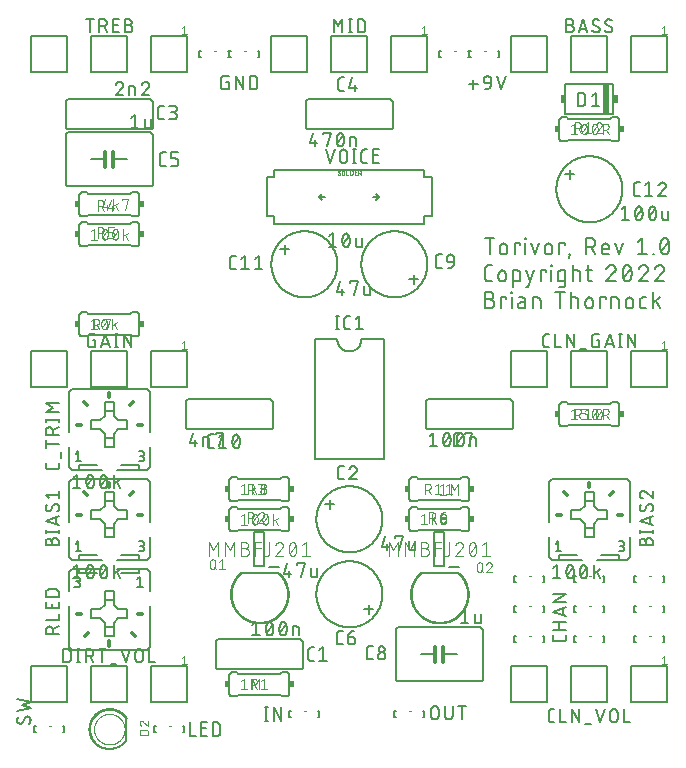
<source format=gbr>
G04 EAGLE Gerber RS-274X export*
G75*
%MOMM*%
%FSLAX34Y34*%
%LPD*%
%INSilkscreen Top*%
%IPPOS*%
%AMOC8*
5,1,8,0,0,1.08239X$1,22.5*%
G01*
%ADD10C,0.127000*%
%ADD11C,0.152400*%
%ADD12C,0.000000*%
%ADD13C,0.101600*%
%ADD14C,0.304800*%
%ADD15R,0.508000X2.540000*%
%ADD16R,0.381000X0.762000*%
%ADD17C,0.015238*%
%ADD18C,0.076200*%
%ADD19C,0.200000*%
%ADD20R,0.381000X0.508000*%
%ADD21C,0.025400*%


D10*
X410916Y427355D02*
X410916Y441325D01*
X414796Y441325D02*
X407035Y441325D01*
X419674Y433564D02*
X419674Y430459D01*
X419675Y433564D02*
X419677Y433675D01*
X419683Y433785D01*
X419693Y433896D01*
X419707Y434006D01*
X419724Y434115D01*
X419746Y434224D01*
X419771Y434332D01*
X419801Y434438D01*
X419834Y434544D01*
X419871Y434649D01*
X419911Y434752D01*
X419956Y434853D01*
X420003Y434953D01*
X420055Y435052D01*
X420110Y435148D01*
X420168Y435242D01*
X420229Y435334D01*
X420294Y435424D01*
X420362Y435512D01*
X420433Y435597D01*
X420507Y435679D01*
X420584Y435759D01*
X420664Y435836D01*
X420746Y435910D01*
X420831Y435981D01*
X420919Y436049D01*
X421009Y436114D01*
X421101Y436175D01*
X421195Y436233D01*
X421291Y436288D01*
X421390Y436340D01*
X421490Y436387D01*
X421591Y436432D01*
X421694Y436472D01*
X421799Y436509D01*
X421905Y436542D01*
X422011Y436572D01*
X422119Y436597D01*
X422228Y436619D01*
X422337Y436636D01*
X422447Y436650D01*
X422558Y436660D01*
X422668Y436666D01*
X422779Y436668D01*
X422890Y436666D01*
X423000Y436660D01*
X423111Y436650D01*
X423221Y436636D01*
X423330Y436619D01*
X423439Y436597D01*
X423547Y436572D01*
X423653Y436542D01*
X423759Y436509D01*
X423864Y436472D01*
X423967Y436432D01*
X424068Y436387D01*
X424168Y436340D01*
X424267Y436288D01*
X424363Y436233D01*
X424457Y436175D01*
X424549Y436114D01*
X424639Y436049D01*
X424727Y435981D01*
X424812Y435910D01*
X424894Y435836D01*
X424974Y435759D01*
X425051Y435679D01*
X425125Y435597D01*
X425196Y435512D01*
X425264Y435424D01*
X425329Y435334D01*
X425390Y435242D01*
X425448Y435148D01*
X425503Y435052D01*
X425555Y434953D01*
X425602Y434853D01*
X425647Y434752D01*
X425687Y434649D01*
X425724Y434544D01*
X425757Y434438D01*
X425787Y434332D01*
X425812Y434224D01*
X425834Y434115D01*
X425851Y434006D01*
X425865Y433896D01*
X425875Y433785D01*
X425881Y433675D01*
X425883Y433564D01*
X425883Y430459D01*
X425881Y430348D01*
X425875Y430238D01*
X425865Y430127D01*
X425851Y430017D01*
X425834Y429908D01*
X425812Y429799D01*
X425787Y429691D01*
X425757Y429585D01*
X425724Y429479D01*
X425687Y429374D01*
X425647Y429271D01*
X425602Y429170D01*
X425555Y429070D01*
X425503Y428971D01*
X425448Y428875D01*
X425390Y428781D01*
X425329Y428689D01*
X425264Y428599D01*
X425196Y428511D01*
X425125Y428426D01*
X425051Y428344D01*
X424974Y428264D01*
X424894Y428187D01*
X424812Y428113D01*
X424727Y428042D01*
X424639Y427974D01*
X424549Y427909D01*
X424457Y427848D01*
X424363Y427790D01*
X424267Y427735D01*
X424168Y427683D01*
X424068Y427636D01*
X423967Y427591D01*
X423864Y427551D01*
X423759Y427514D01*
X423653Y427481D01*
X423547Y427451D01*
X423439Y427426D01*
X423330Y427404D01*
X423221Y427387D01*
X423111Y427373D01*
X423000Y427363D01*
X422890Y427357D01*
X422779Y427355D01*
X422668Y427357D01*
X422558Y427363D01*
X422447Y427373D01*
X422337Y427387D01*
X422228Y427404D01*
X422119Y427426D01*
X422011Y427451D01*
X421905Y427481D01*
X421799Y427514D01*
X421694Y427551D01*
X421591Y427591D01*
X421490Y427636D01*
X421390Y427683D01*
X421291Y427735D01*
X421195Y427790D01*
X421101Y427848D01*
X421009Y427909D01*
X420919Y427974D01*
X420831Y428042D01*
X420746Y428113D01*
X420664Y428187D01*
X420584Y428264D01*
X420507Y428344D01*
X420433Y428426D01*
X420362Y428511D01*
X420294Y428599D01*
X420229Y428689D01*
X420168Y428781D01*
X420110Y428875D01*
X420055Y428971D01*
X420003Y429070D01*
X419956Y429170D01*
X419911Y429271D01*
X419871Y429374D01*
X419834Y429479D01*
X419801Y429585D01*
X419771Y429691D01*
X419746Y429799D01*
X419724Y429908D01*
X419707Y430017D01*
X419693Y430127D01*
X419683Y430238D01*
X419677Y430348D01*
X419675Y430459D01*
X432075Y427355D02*
X432075Y436668D01*
X436731Y436668D01*
X436731Y435116D01*
X441030Y436668D02*
X441030Y427355D01*
X440642Y440549D02*
X440642Y441325D01*
X441418Y441325D01*
X441418Y440549D01*
X440642Y440549D01*
X446139Y436668D02*
X449243Y427355D01*
X452348Y436668D01*
X457546Y433564D02*
X457546Y430459D01*
X457546Y433564D02*
X457548Y433675D01*
X457554Y433785D01*
X457564Y433896D01*
X457578Y434006D01*
X457595Y434115D01*
X457617Y434224D01*
X457642Y434332D01*
X457672Y434438D01*
X457705Y434544D01*
X457742Y434649D01*
X457782Y434752D01*
X457827Y434853D01*
X457874Y434953D01*
X457926Y435052D01*
X457981Y435148D01*
X458039Y435242D01*
X458100Y435334D01*
X458165Y435424D01*
X458233Y435512D01*
X458304Y435597D01*
X458378Y435679D01*
X458455Y435759D01*
X458535Y435836D01*
X458617Y435910D01*
X458702Y435981D01*
X458790Y436049D01*
X458880Y436114D01*
X458972Y436175D01*
X459066Y436233D01*
X459162Y436288D01*
X459261Y436340D01*
X459361Y436387D01*
X459462Y436432D01*
X459565Y436472D01*
X459670Y436509D01*
X459776Y436542D01*
X459882Y436572D01*
X459990Y436597D01*
X460099Y436619D01*
X460208Y436636D01*
X460318Y436650D01*
X460429Y436660D01*
X460539Y436666D01*
X460650Y436668D01*
X460761Y436666D01*
X460871Y436660D01*
X460982Y436650D01*
X461092Y436636D01*
X461201Y436619D01*
X461310Y436597D01*
X461418Y436572D01*
X461524Y436542D01*
X461630Y436509D01*
X461735Y436472D01*
X461838Y436432D01*
X461939Y436387D01*
X462039Y436340D01*
X462138Y436288D01*
X462234Y436233D01*
X462328Y436175D01*
X462420Y436114D01*
X462510Y436049D01*
X462598Y435981D01*
X462683Y435910D01*
X462765Y435836D01*
X462845Y435759D01*
X462922Y435679D01*
X462996Y435597D01*
X463067Y435512D01*
X463135Y435424D01*
X463200Y435334D01*
X463261Y435242D01*
X463319Y435148D01*
X463374Y435052D01*
X463426Y434953D01*
X463473Y434853D01*
X463518Y434752D01*
X463558Y434649D01*
X463595Y434544D01*
X463628Y434438D01*
X463658Y434332D01*
X463683Y434224D01*
X463705Y434115D01*
X463722Y434006D01*
X463736Y433896D01*
X463746Y433785D01*
X463752Y433675D01*
X463754Y433564D01*
X463755Y433564D02*
X463755Y430459D01*
X463754Y430459D02*
X463752Y430348D01*
X463746Y430238D01*
X463736Y430127D01*
X463722Y430017D01*
X463705Y429908D01*
X463683Y429799D01*
X463658Y429691D01*
X463628Y429585D01*
X463595Y429479D01*
X463558Y429374D01*
X463518Y429271D01*
X463473Y429170D01*
X463426Y429070D01*
X463374Y428971D01*
X463319Y428875D01*
X463261Y428781D01*
X463200Y428689D01*
X463135Y428599D01*
X463067Y428511D01*
X462996Y428426D01*
X462922Y428344D01*
X462845Y428264D01*
X462765Y428187D01*
X462683Y428113D01*
X462598Y428042D01*
X462510Y427974D01*
X462420Y427909D01*
X462328Y427848D01*
X462234Y427790D01*
X462138Y427735D01*
X462039Y427683D01*
X461939Y427636D01*
X461838Y427591D01*
X461735Y427551D01*
X461630Y427514D01*
X461524Y427481D01*
X461418Y427451D01*
X461310Y427426D01*
X461201Y427404D01*
X461092Y427387D01*
X460982Y427373D01*
X460871Y427363D01*
X460761Y427357D01*
X460650Y427355D01*
X460539Y427357D01*
X460429Y427363D01*
X460318Y427373D01*
X460208Y427387D01*
X460099Y427404D01*
X459990Y427426D01*
X459882Y427451D01*
X459776Y427481D01*
X459670Y427514D01*
X459565Y427551D01*
X459462Y427591D01*
X459361Y427636D01*
X459261Y427683D01*
X459162Y427735D01*
X459066Y427790D01*
X458972Y427848D01*
X458880Y427909D01*
X458790Y427974D01*
X458702Y428042D01*
X458617Y428113D01*
X458535Y428187D01*
X458455Y428264D01*
X458378Y428344D01*
X458304Y428426D01*
X458233Y428511D01*
X458165Y428599D01*
X458100Y428689D01*
X458039Y428781D01*
X457981Y428875D01*
X457926Y428971D01*
X457874Y429070D01*
X457827Y429170D01*
X457782Y429271D01*
X457742Y429374D01*
X457705Y429479D01*
X457672Y429585D01*
X457642Y429691D01*
X457617Y429799D01*
X457595Y429908D01*
X457578Y430017D01*
X457564Y430127D01*
X457554Y430238D01*
X457548Y430348D01*
X457546Y430459D01*
X469946Y427355D02*
X469946Y436668D01*
X474603Y436668D01*
X474603Y435116D01*
X478461Y427355D02*
X479238Y427355D01*
X478461Y427355D02*
X478461Y428131D01*
X479238Y428131D01*
X479238Y427355D01*
X478073Y424251D01*
X492449Y427355D02*
X492449Y441325D01*
X496330Y441325D01*
X496453Y441323D01*
X496576Y441317D01*
X496699Y441307D01*
X496821Y441294D01*
X496943Y441276D01*
X497064Y441255D01*
X497185Y441230D01*
X497305Y441201D01*
X497423Y441168D01*
X497541Y441131D01*
X497657Y441091D01*
X497772Y441047D01*
X497886Y440999D01*
X497998Y440948D01*
X498108Y440894D01*
X498217Y440835D01*
X498324Y440774D01*
X498428Y440709D01*
X498531Y440641D01*
X498631Y440569D01*
X498729Y440495D01*
X498825Y440417D01*
X498918Y440336D01*
X499008Y440253D01*
X499096Y440166D01*
X499181Y440077D01*
X499263Y439986D01*
X499342Y439891D01*
X499418Y439794D01*
X499491Y439695D01*
X499561Y439594D01*
X499628Y439490D01*
X499691Y439385D01*
X499751Y439277D01*
X499807Y439167D01*
X499860Y439056D01*
X499910Y438943D01*
X499955Y438829D01*
X499998Y438713D01*
X500036Y438596D01*
X500071Y438478D01*
X500102Y438359D01*
X500129Y438239D01*
X500152Y438118D01*
X500171Y437996D01*
X500187Y437874D01*
X500199Y437752D01*
X500207Y437629D01*
X500211Y437506D01*
X500211Y437382D01*
X500207Y437259D01*
X500199Y437136D01*
X500187Y437014D01*
X500171Y436892D01*
X500152Y436770D01*
X500129Y436649D01*
X500102Y436529D01*
X500071Y436410D01*
X500036Y436292D01*
X499998Y436175D01*
X499955Y436059D01*
X499910Y435945D01*
X499860Y435832D01*
X499807Y435721D01*
X499751Y435611D01*
X499691Y435504D01*
X499628Y435398D01*
X499561Y435294D01*
X499491Y435193D01*
X499418Y435094D01*
X499342Y434997D01*
X499263Y434902D01*
X499181Y434811D01*
X499096Y434722D01*
X499008Y434635D01*
X498918Y434552D01*
X498825Y434471D01*
X498729Y434393D01*
X498631Y434319D01*
X498531Y434247D01*
X498428Y434179D01*
X498324Y434114D01*
X498217Y434053D01*
X498108Y433994D01*
X497998Y433940D01*
X497886Y433889D01*
X497772Y433841D01*
X497657Y433797D01*
X497541Y433757D01*
X497423Y433720D01*
X497305Y433687D01*
X497185Y433658D01*
X497064Y433633D01*
X496943Y433612D01*
X496821Y433594D01*
X496699Y433581D01*
X496576Y433571D01*
X496453Y433565D01*
X496330Y433563D01*
X496330Y433564D02*
X492449Y433564D01*
X497106Y433564D02*
X500210Y427355D01*
X508240Y427355D02*
X512121Y427355D01*
X508240Y427355D02*
X508146Y427357D01*
X508053Y427363D01*
X507959Y427372D01*
X507867Y427385D01*
X507774Y427402D01*
X507683Y427423D01*
X507592Y427447D01*
X507503Y427475D01*
X507414Y427506D01*
X507328Y427541D01*
X507242Y427580D01*
X507158Y427622D01*
X507076Y427667D01*
X506996Y427715D01*
X506918Y427767D01*
X506841Y427822D01*
X506768Y427880D01*
X506696Y427940D01*
X506627Y428004D01*
X506561Y428070D01*
X506497Y428139D01*
X506437Y428211D01*
X506379Y428284D01*
X506324Y428361D01*
X506272Y428439D01*
X506224Y428519D01*
X506179Y428601D01*
X506137Y428685D01*
X506098Y428771D01*
X506063Y428857D01*
X506032Y428946D01*
X506004Y429035D01*
X505980Y429126D01*
X505959Y429217D01*
X505942Y429310D01*
X505929Y429402D01*
X505920Y429496D01*
X505914Y429589D01*
X505912Y429683D01*
X505912Y433564D01*
X505914Y433675D01*
X505920Y433785D01*
X505930Y433896D01*
X505944Y434006D01*
X505961Y434115D01*
X505983Y434224D01*
X506008Y434332D01*
X506038Y434438D01*
X506071Y434544D01*
X506108Y434649D01*
X506148Y434752D01*
X506193Y434853D01*
X506240Y434953D01*
X506292Y435052D01*
X506347Y435148D01*
X506405Y435242D01*
X506466Y435334D01*
X506531Y435424D01*
X506599Y435512D01*
X506670Y435597D01*
X506744Y435679D01*
X506821Y435759D01*
X506901Y435836D01*
X506983Y435910D01*
X507068Y435981D01*
X507156Y436049D01*
X507246Y436114D01*
X507338Y436175D01*
X507432Y436233D01*
X507528Y436288D01*
X507627Y436340D01*
X507727Y436387D01*
X507828Y436432D01*
X507931Y436472D01*
X508036Y436509D01*
X508142Y436542D01*
X508248Y436572D01*
X508356Y436597D01*
X508465Y436619D01*
X508574Y436636D01*
X508684Y436650D01*
X508795Y436660D01*
X508905Y436666D01*
X509016Y436668D01*
X509127Y436666D01*
X509237Y436660D01*
X509348Y436650D01*
X509458Y436636D01*
X509567Y436619D01*
X509676Y436597D01*
X509784Y436572D01*
X509890Y436542D01*
X509996Y436509D01*
X510101Y436472D01*
X510204Y436432D01*
X510305Y436387D01*
X510405Y436340D01*
X510504Y436288D01*
X510600Y436233D01*
X510694Y436175D01*
X510786Y436114D01*
X510876Y436049D01*
X510964Y435981D01*
X511049Y435910D01*
X511131Y435836D01*
X511211Y435759D01*
X511288Y435679D01*
X511362Y435597D01*
X511433Y435512D01*
X511501Y435424D01*
X511566Y435334D01*
X511627Y435242D01*
X511685Y435148D01*
X511740Y435052D01*
X511792Y434953D01*
X511839Y434853D01*
X511884Y434752D01*
X511924Y434649D01*
X511961Y434544D01*
X511994Y434438D01*
X512024Y434332D01*
X512049Y434224D01*
X512071Y434115D01*
X512088Y434006D01*
X512102Y433896D01*
X512112Y433785D01*
X512118Y433675D01*
X512120Y433564D01*
X512121Y433564D02*
X512121Y432012D01*
X505912Y432012D01*
X517319Y436668D02*
X520424Y427355D01*
X523528Y436668D01*
X536163Y438221D02*
X540044Y441325D01*
X540044Y427355D01*
X543924Y427355D02*
X536163Y427355D01*
X549238Y427355D02*
X549238Y428131D01*
X550014Y428131D01*
X550014Y427355D01*
X549238Y427355D01*
X555328Y434340D02*
X555331Y434615D01*
X555341Y434889D01*
X555358Y435164D01*
X555380Y435438D01*
X555410Y435711D01*
X555446Y435983D01*
X555488Y436255D01*
X555537Y436525D01*
X555593Y436795D01*
X555655Y437062D01*
X555723Y437329D01*
X555797Y437593D01*
X555878Y437856D01*
X555965Y438116D01*
X556058Y438375D01*
X556158Y438631D01*
X556263Y438885D01*
X556375Y439136D01*
X556492Y439385D01*
X556491Y439384D02*
X556527Y439483D01*
X556566Y439580D01*
X556609Y439676D01*
X556656Y439770D01*
X556705Y439862D01*
X556758Y439952D01*
X556815Y440041D01*
X556874Y440127D01*
X556937Y440211D01*
X557002Y440293D01*
X557071Y440372D01*
X557142Y440448D01*
X557217Y440522D01*
X557293Y440594D01*
X557373Y440662D01*
X557455Y440728D01*
X557539Y440790D01*
X557625Y440849D01*
X557714Y440906D01*
X557804Y440958D01*
X557896Y441008D01*
X557990Y441054D01*
X558086Y441097D01*
X558183Y441136D01*
X558282Y441172D01*
X558382Y441204D01*
X558482Y441232D01*
X558584Y441256D01*
X558687Y441277D01*
X558790Y441294D01*
X558894Y441308D01*
X558999Y441317D01*
X559103Y441323D01*
X559208Y441325D01*
X559313Y441323D01*
X559417Y441317D01*
X559522Y441308D01*
X559626Y441294D01*
X559729Y441277D01*
X559832Y441256D01*
X559934Y441232D01*
X560034Y441204D01*
X560134Y441172D01*
X560233Y441136D01*
X560330Y441097D01*
X560426Y441054D01*
X560520Y441008D01*
X560612Y440958D01*
X560702Y440906D01*
X560791Y440849D01*
X560877Y440790D01*
X560961Y440728D01*
X561043Y440662D01*
X561123Y440594D01*
X561199Y440522D01*
X561274Y440448D01*
X561345Y440372D01*
X561414Y440293D01*
X561479Y440211D01*
X561542Y440127D01*
X561601Y440041D01*
X561658Y439952D01*
X561711Y439862D01*
X561760Y439770D01*
X561807Y439676D01*
X561850Y439580D01*
X561889Y439483D01*
X561925Y439384D01*
X561924Y439385D02*
X562041Y439136D01*
X562153Y438885D01*
X562258Y438631D01*
X562358Y438375D01*
X562451Y438116D01*
X562538Y437856D01*
X562619Y437593D01*
X562693Y437329D01*
X562761Y437062D01*
X562823Y436794D01*
X562879Y436525D01*
X562928Y436255D01*
X562970Y435983D01*
X563006Y435711D01*
X563036Y435438D01*
X563058Y435164D01*
X563075Y434889D01*
X563085Y434615D01*
X563088Y434340D01*
X555327Y434340D02*
X555330Y434065D01*
X555340Y433791D01*
X555357Y433516D01*
X555379Y433242D01*
X555409Y432969D01*
X555445Y432697D01*
X555487Y432425D01*
X555536Y432155D01*
X555592Y431885D01*
X555654Y431618D01*
X555722Y431351D01*
X555796Y431087D01*
X555877Y430824D01*
X555964Y430563D01*
X556057Y430305D01*
X556157Y430049D01*
X556262Y429795D01*
X556374Y429544D01*
X556491Y429295D01*
X556491Y429296D02*
X556527Y429197D01*
X556566Y429100D01*
X556609Y429004D01*
X556656Y428910D01*
X556705Y428818D01*
X556758Y428728D01*
X556815Y428639D01*
X556874Y428553D01*
X556937Y428469D01*
X557002Y428387D01*
X557071Y428308D01*
X557142Y428232D01*
X557217Y428158D01*
X557293Y428086D01*
X557373Y428018D01*
X557455Y427952D01*
X557539Y427890D01*
X557625Y427831D01*
X557714Y427774D01*
X557804Y427722D01*
X557896Y427672D01*
X557990Y427626D01*
X558086Y427583D01*
X558183Y427544D01*
X558282Y427508D01*
X558382Y427476D01*
X558482Y427448D01*
X558584Y427424D01*
X558687Y427403D01*
X558790Y427386D01*
X558894Y427372D01*
X558999Y427363D01*
X559103Y427357D01*
X559208Y427355D01*
X561925Y429295D02*
X562042Y429544D01*
X562154Y429795D01*
X562259Y430049D01*
X562359Y430305D01*
X562452Y430563D01*
X562539Y430824D01*
X562620Y431087D01*
X562694Y431351D01*
X562762Y431618D01*
X562824Y431885D01*
X562880Y432155D01*
X562929Y432425D01*
X562971Y432697D01*
X563007Y432969D01*
X563037Y433242D01*
X563059Y433516D01*
X563076Y433791D01*
X563086Y434065D01*
X563089Y434340D01*
X561925Y429296D02*
X561889Y429197D01*
X561850Y429100D01*
X561807Y429004D01*
X561760Y428910D01*
X561711Y428818D01*
X561658Y428728D01*
X561601Y428639D01*
X561542Y428553D01*
X561479Y428469D01*
X561414Y428387D01*
X561345Y428308D01*
X561274Y428232D01*
X561199Y428158D01*
X561123Y428086D01*
X561043Y428018D01*
X560961Y427952D01*
X560877Y427890D01*
X560791Y427831D01*
X560702Y427774D01*
X560612Y427722D01*
X560520Y427672D01*
X560426Y427626D01*
X560330Y427583D01*
X560233Y427544D01*
X560134Y427508D01*
X560034Y427476D01*
X559934Y427448D01*
X559832Y427424D01*
X559729Y427403D01*
X559626Y427386D01*
X559522Y427372D01*
X559417Y427363D01*
X559313Y427357D01*
X559208Y427355D01*
X556103Y430459D02*
X562312Y438221D01*
X413244Y404495D02*
X410139Y404495D01*
X410028Y404497D01*
X409918Y404503D01*
X409807Y404513D01*
X409697Y404527D01*
X409588Y404544D01*
X409479Y404566D01*
X409371Y404591D01*
X409265Y404621D01*
X409159Y404654D01*
X409054Y404691D01*
X408951Y404731D01*
X408850Y404776D01*
X408750Y404823D01*
X408651Y404875D01*
X408555Y404930D01*
X408461Y404988D01*
X408369Y405049D01*
X408279Y405114D01*
X408191Y405182D01*
X408106Y405253D01*
X408024Y405327D01*
X407944Y405404D01*
X407867Y405484D01*
X407793Y405566D01*
X407722Y405651D01*
X407654Y405739D01*
X407589Y405829D01*
X407528Y405921D01*
X407470Y406015D01*
X407415Y406111D01*
X407363Y406210D01*
X407316Y406310D01*
X407271Y406411D01*
X407231Y406514D01*
X407194Y406619D01*
X407161Y406725D01*
X407131Y406831D01*
X407106Y406939D01*
X407084Y407048D01*
X407067Y407157D01*
X407053Y407267D01*
X407043Y407378D01*
X407037Y407488D01*
X407035Y407599D01*
X407035Y415361D01*
X407037Y415472D01*
X407043Y415582D01*
X407053Y415693D01*
X407067Y415803D01*
X407084Y415912D01*
X407106Y416021D01*
X407131Y416129D01*
X407161Y416235D01*
X407194Y416341D01*
X407231Y416446D01*
X407271Y416549D01*
X407315Y416650D01*
X407363Y416750D01*
X407415Y416849D01*
X407470Y416945D01*
X407528Y417039D01*
X407589Y417131D01*
X407654Y417221D01*
X407722Y417309D01*
X407793Y417394D01*
X407867Y417476D01*
X407944Y417556D01*
X408024Y417633D01*
X408106Y417707D01*
X408191Y417778D01*
X408279Y417846D01*
X408369Y417911D01*
X408461Y417972D01*
X408555Y418030D01*
X408651Y418085D01*
X408750Y418137D01*
X408850Y418184D01*
X408951Y418229D01*
X409054Y418269D01*
X409159Y418306D01*
X409264Y418339D01*
X409371Y418369D01*
X409479Y418394D01*
X409588Y418416D01*
X409697Y418433D01*
X409807Y418447D01*
X409918Y418457D01*
X410028Y418463D01*
X410139Y418465D01*
X413244Y418465D01*
X418346Y410704D02*
X418346Y407599D01*
X418346Y410704D02*
X418348Y410815D01*
X418354Y410925D01*
X418364Y411036D01*
X418378Y411146D01*
X418395Y411255D01*
X418417Y411364D01*
X418442Y411472D01*
X418472Y411578D01*
X418505Y411684D01*
X418542Y411789D01*
X418582Y411892D01*
X418627Y411993D01*
X418674Y412093D01*
X418726Y412192D01*
X418781Y412288D01*
X418839Y412382D01*
X418900Y412474D01*
X418965Y412564D01*
X419033Y412652D01*
X419104Y412737D01*
X419178Y412819D01*
X419255Y412899D01*
X419335Y412976D01*
X419417Y413050D01*
X419502Y413121D01*
X419590Y413189D01*
X419680Y413254D01*
X419772Y413315D01*
X419866Y413373D01*
X419962Y413428D01*
X420061Y413480D01*
X420161Y413527D01*
X420262Y413572D01*
X420365Y413612D01*
X420470Y413649D01*
X420576Y413682D01*
X420682Y413712D01*
X420790Y413737D01*
X420899Y413759D01*
X421008Y413776D01*
X421118Y413790D01*
X421229Y413800D01*
X421339Y413806D01*
X421450Y413808D01*
X421561Y413806D01*
X421671Y413800D01*
X421782Y413790D01*
X421892Y413776D01*
X422001Y413759D01*
X422110Y413737D01*
X422218Y413712D01*
X422324Y413682D01*
X422430Y413649D01*
X422535Y413612D01*
X422638Y413572D01*
X422739Y413527D01*
X422839Y413480D01*
X422938Y413428D01*
X423034Y413373D01*
X423128Y413315D01*
X423220Y413254D01*
X423310Y413189D01*
X423398Y413121D01*
X423483Y413050D01*
X423565Y412976D01*
X423645Y412899D01*
X423722Y412819D01*
X423796Y412737D01*
X423867Y412652D01*
X423935Y412564D01*
X424000Y412474D01*
X424061Y412382D01*
X424119Y412288D01*
X424174Y412192D01*
X424226Y412093D01*
X424273Y411993D01*
X424318Y411892D01*
X424358Y411789D01*
X424395Y411684D01*
X424428Y411578D01*
X424458Y411472D01*
X424483Y411364D01*
X424505Y411255D01*
X424522Y411146D01*
X424536Y411036D01*
X424546Y410925D01*
X424552Y410815D01*
X424554Y410704D01*
X424555Y410704D02*
X424555Y407599D01*
X424554Y407599D02*
X424552Y407488D01*
X424546Y407378D01*
X424536Y407267D01*
X424522Y407157D01*
X424505Y407048D01*
X424483Y406939D01*
X424458Y406831D01*
X424428Y406725D01*
X424395Y406619D01*
X424358Y406514D01*
X424318Y406411D01*
X424273Y406310D01*
X424226Y406210D01*
X424174Y406111D01*
X424119Y406015D01*
X424061Y405921D01*
X424000Y405829D01*
X423935Y405739D01*
X423867Y405651D01*
X423796Y405566D01*
X423722Y405484D01*
X423645Y405404D01*
X423565Y405327D01*
X423483Y405253D01*
X423398Y405182D01*
X423310Y405114D01*
X423220Y405049D01*
X423128Y404988D01*
X423034Y404930D01*
X422938Y404875D01*
X422839Y404823D01*
X422739Y404776D01*
X422638Y404731D01*
X422535Y404691D01*
X422430Y404654D01*
X422324Y404621D01*
X422218Y404591D01*
X422110Y404566D01*
X422001Y404544D01*
X421892Y404527D01*
X421782Y404513D01*
X421671Y404503D01*
X421561Y404497D01*
X421450Y404495D01*
X421339Y404497D01*
X421229Y404503D01*
X421118Y404513D01*
X421008Y404527D01*
X420899Y404544D01*
X420790Y404566D01*
X420682Y404591D01*
X420576Y404621D01*
X420470Y404654D01*
X420365Y404691D01*
X420262Y404731D01*
X420161Y404776D01*
X420061Y404823D01*
X419962Y404875D01*
X419866Y404930D01*
X419772Y404988D01*
X419680Y405049D01*
X419590Y405114D01*
X419502Y405182D01*
X419417Y405253D01*
X419335Y405327D01*
X419255Y405404D01*
X419178Y405484D01*
X419104Y405566D01*
X419033Y405651D01*
X418965Y405739D01*
X418900Y405829D01*
X418839Y405921D01*
X418781Y406015D01*
X418726Y406111D01*
X418674Y406210D01*
X418627Y406310D01*
X418582Y406411D01*
X418542Y406514D01*
X418505Y406619D01*
X418472Y406725D01*
X418442Y406831D01*
X418417Y406939D01*
X418395Y407048D01*
X418378Y407157D01*
X418364Y407267D01*
X418354Y407378D01*
X418348Y407488D01*
X418346Y407599D01*
X430737Y413808D02*
X430737Y399838D01*
X430737Y413808D02*
X434617Y413808D01*
X434713Y413806D01*
X434809Y413800D01*
X434905Y413790D01*
X435000Y413776D01*
X435095Y413758D01*
X435188Y413737D01*
X435281Y413711D01*
X435373Y413682D01*
X435463Y413649D01*
X435552Y413612D01*
X435639Y413571D01*
X435725Y413527D01*
X435809Y413480D01*
X435890Y413429D01*
X435970Y413375D01*
X436047Y413317D01*
X436122Y413256D01*
X436194Y413193D01*
X436263Y413126D01*
X436330Y413057D01*
X436393Y412985D01*
X436454Y412910D01*
X436512Y412833D01*
X436566Y412753D01*
X436617Y412672D01*
X436664Y412588D01*
X436708Y412502D01*
X436749Y412415D01*
X436786Y412326D01*
X436819Y412236D01*
X436848Y412144D01*
X436874Y412052D01*
X436895Y411958D01*
X436913Y411863D01*
X436927Y411768D01*
X436937Y411672D01*
X436943Y411576D01*
X436945Y411480D01*
X436945Y406823D01*
X436943Y406729D01*
X436937Y406636D01*
X436928Y406542D01*
X436915Y406450D01*
X436898Y406357D01*
X436877Y406266D01*
X436853Y406175D01*
X436825Y406086D01*
X436794Y405997D01*
X436759Y405911D01*
X436720Y405825D01*
X436678Y405741D01*
X436633Y405659D01*
X436585Y405579D01*
X436533Y405501D01*
X436478Y405424D01*
X436420Y405351D01*
X436360Y405279D01*
X436296Y405210D01*
X436230Y405144D01*
X436161Y405080D01*
X436089Y405020D01*
X436016Y404962D01*
X435939Y404907D01*
X435861Y404855D01*
X435781Y404807D01*
X435699Y404762D01*
X435615Y404720D01*
X435529Y404681D01*
X435443Y404646D01*
X435354Y404615D01*
X435265Y404587D01*
X435174Y404563D01*
X435083Y404542D01*
X434990Y404525D01*
X434898Y404512D01*
X434804Y404503D01*
X434711Y404497D01*
X434617Y404495D01*
X430737Y404495D01*
X442072Y399838D02*
X443625Y399838D01*
X448281Y413808D01*
X442072Y413808D02*
X445177Y404495D01*
X454016Y404495D02*
X454016Y413808D01*
X458673Y413808D01*
X458673Y412256D01*
X462972Y413808D02*
X462972Y404495D01*
X462584Y417689D02*
X462584Y418465D01*
X463360Y418465D01*
X463360Y417689D01*
X462584Y417689D01*
X470794Y404495D02*
X474675Y404495D01*
X470794Y404495D02*
X470700Y404497D01*
X470607Y404503D01*
X470513Y404512D01*
X470421Y404525D01*
X470328Y404542D01*
X470237Y404563D01*
X470146Y404587D01*
X470057Y404615D01*
X469968Y404646D01*
X469882Y404681D01*
X469796Y404720D01*
X469712Y404762D01*
X469630Y404807D01*
X469550Y404855D01*
X469472Y404907D01*
X469395Y404962D01*
X469322Y405020D01*
X469250Y405080D01*
X469181Y405144D01*
X469115Y405210D01*
X469051Y405279D01*
X468991Y405351D01*
X468933Y405424D01*
X468878Y405501D01*
X468826Y405579D01*
X468778Y405659D01*
X468733Y405741D01*
X468691Y405825D01*
X468652Y405911D01*
X468617Y405997D01*
X468586Y406086D01*
X468558Y406175D01*
X468534Y406266D01*
X468513Y406357D01*
X468496Y406450D01*
X468483Y406542D01*
X468474Y406636D01*
X468468Y406729D01*
X468466Y406823D01*
X468466Y411480D01*
X468468Y411574D01*
X468474Y411667D01*
X468483Y411761D01*
X468496Y411853D01*
X468513Y411946D01*
X468534Y412037D01*
X468558Y412128D01*
X468586Y412217D01*
X468617Y412306D01*
X468652Y412392D01*
X468691Y412478D01*
X468733Y412562D01*
X468778Y412644D01*
X468826Y412724D01*
X468878Y412802D01*
X468933Y412879D01*
X468991Y412952D01*
X469051Y413024D01*
X469115Y413093D01*
X469181Y413159D01*
X469250Y413223D01*
X469322Y413283D01*
X469395Y413341D01*
X469472Y413396D01*
X469550Y413448D01*
X469630Y413496D01*
X469712Y413541D01*
X469796Y413583D01*
X469882Y413622D01*
X469968Y413657D01*
X470057Y413688D01*
X470146Y413716D01*
X470237Y413740D01*
X470328Y413761D01*
X470421Y413778D01*
X470513Y413791D01*
X470607Y413800D01*
X470700Y413806D01*
X470794Y413808D01*
X474675Y413808D01*
X474675Y402167D01*
X474674Y402167D02*
X474672Y402071D01*
X474666Y401975D01*
X474656Y401879D01*
X474642Y401784D01*
X474624Y401689D01*
X474603Y401596D01*
X474577Y401503D01*
X474548Y401411D01*
X474515Y401321D01*
X474478Y401232D01*
X474437Y401145D01*
X474393Y401059D01*
X474346Y400975D01*
X474295Y400894D01*
X474241Y400814D01*
X474183Y400737D01*
X474122Y400662D01*
X474059Y400590D01*
X473992Y400521D01*
X473923Y400454D01*
X473851Y400391D01*
X473776Y400330D01*
X473699Y400272D01*
X473619Y400218D01*
X473538Y400167D01*
X473454Y400120D01*
X473368Y400076D01*
X473281Y400035D01*
X473192Y399998D01*
X473102Y399965D01*
X473010Y399936D01*
X472918Y399910D01*
X472824Y399889D01*
X472729Y399871D01*
X472634Y399857D01*
X472538Y399847D01*
X472442Y399841D01*
X472346Y399839D01*
X472346Y399838D02*
X469242Y399838D01*
X481313Y404495D02*
X481313Y418465D01*
X481313Y413808D02*
X485193Y413808D01*
X485289Y413806D01*
X485385Y413800D01*
X485481Y413790D01*
X485576Y413776D01*
X485671Y413758D01*
X485764Y413737D01*
X485857Y413711D01*
X485949Y413682D01*
X486039Y413649D01*
X486128Y413612D01*
X486215Y413571D01*
X486301Y413527D01*
X486385Y413480D01*
X486466Y413429D01*
X486546Y413375D01*
X486623Y413317D01*
X486698Y413256D01*
X486770Y413193D01*
X486839Y413126D01*
X486906Y413057D01*
X486969Y412985D01*
X487030Y412910D01*
X487088Y412833D01*
X487142Y412753D01*
X487193Y412672D01*
X487240Y412588D01*
X487284Y412502D01*
X487325Y412415D01*
X487362Y412326D01*
X487395Y412236D01*
X487424Y412144D01*
X487450Y412052D01*
X487471Y411958D01*
X487489Y411863D01*
X487503Y411768D01*
X487513Y411672D01*
X487519Y411576D01*
X487521Y411480D01*
X487522Y411480D02*
X487522Y404495D01*
X492472Y413808D02*
X497128Y413808D01*
X494024Y418465D02*
X494024Y406823D01*
X494026Y406729D01*
X494032Y406636D01*
X494041Y406542D01*
X494054Y406450D01*
X494071Y406357D01*
X494092Y406266D01*
X494116Y406175D01*
X494144Y406086D01*
X494175Y405997D01*
X494210Y405911D01*
X494249Y405825D01*
X494291Y405741D01*
X494336Y405659D01*
X494384Y405579D01*
X494436Y405501D01*
X494491Y405424D01*
X494549Y405351D01*
X494609Y405279D01*
X494673Y405210D01*
X494739Y405144D01*
X494808Y405080D01*
X494880Y405020D01*
X494953Y404962D01*
X495030Y404907D01*
X495108Y404855D01*
X495188Y404807D01*
X495270Y404762D01*
X495354Y404720D01*
X495440Y404681D01*
X495526Y404646D01*
X495615Y404615D01*
X495704Y404587D01*
X495795Y404563D01*
X495886Y404542D01*
X495979Y404525D01*
X496071Y404512D01*
X496165Y404503D01*
X496258Y404497D01*
X496352Y404495D01*
X497128Y404495D01*
X514008Y418466D02*
X514125Y418464D01*
X514241Y418458D01*
X514358Y418448D01*
X514474Y418435D01*
X514589Y418417D01*
X514704Y418396D01*
X514818Y418371D01*
X514931Y418342D01*
X515043Y418309D01*
X515154Y418273D01*
X515263Y418233D01*
X515372Y418189D01*
X515478Y418141D01*
X515583Y418091D01*
X515687Y418036D01*
X515788Y417978D01*
X515888Y417917D01*
X515985Y417853D01*
X516080Y417785D01*
X516173Y417714D01*
X516263Y417640D01*
X516351Y417564D01*
X516436Y417484D01*
X516519Y417401D01*
X516599Y417316D01*
X516675Y417228D01*
X516749Y417138D01*
X516820Y417045D01*
X516888Y416950D01*
X516952Y416853D01*
X517013Y416753D01*
X517071Y416652D01*
X517126Y416548D01*
X517176Y416443D01*
X517224Y416337D01*
X517268Y416228D01*
X517308Y416119D01*
X517344Y416008D01*
X517377Y415896D01*
X517406Y415783D01*
X517431Y415669D01*
X517452Y415554D01*
X517470Y415439D01*
X517483Y415323D01*
X517493Y415206D01*
X517499Y415090D01*
X517501Y414973D01*
X514008Y418465D02*
X513877Y418463D01*
X513746Y418457D01*
X513615Y418448D01*
X513484Y418434D01*
X513354Y418417D01*
X513225Y418396D01*
X513096Y418371D01*
X512968Y418343D01*
X512841Y418310D01*
X512714Y418274D01*
X512589Y418235D01*
X512465Y418191D01*
X512343Y418145D01*
X512222Y418094D01*
X512102Y418040D01*
X511984Y417983D01*
X511868Y417922D01*
X511753Y417857D01*
X511641Y417790D01*
X511531Y417719D01*
X511422Y417645D01*
X511316Y417568D01*
X511212Y417488D01*
X511111Y417404D01*
X511012Y417318D01*
X510915Y417229D01*
X510822Y417137D01*
X510731Y417043D01*
X510643Y416946D01*
X510557Y416846D01*
X510475Y416744D01*
X510395Y416639D01*
X510319Y416532D01*
X510246Y416424D01*
X510176Y416312D01*
X510109Y416199D01*
X510046Y416084D01*
X509986Y415968D01*
X509930Y415849D01*
X509877Y415729D01*
X509827Y415608D01*
X509782Y415485D01*
X509739Y415360D01*
X516336Y412257D02*
X516423Y412342D01*
X516506Y412430D01*
X516587Y412521D01*
X516665Y412614D01*
X516740Y412709D01*
X516812Y412808D01*
X516880Y412908D01*
X516946Y413010D01*
X517007Y413115D01*
X517066Y413221D01*
X517121Y413330D01*
X517172Y413440D01*
X517220Y413551D01*
X517264Y413665D01*
X517305Y413779D01*
X517342Y413895D01*
X517375Y414012D01*
X517404Y414130D01*
X517429Y414249D01*
X517451Y414368D01*
X517469Y414488D01*
X517482Y414609D01*
X517492Y414730D01*
X517498Y414852D01*
X517500Y414973D01*
X516336Y412256D02*
X509739Y404495D01*
X517500Y404495D01*
X523428Y411480D02*
X523431Y411755D01*
X523441Y412029D01*
X523458Y412304D01*
X523480Y412578D01*
X523510Y412851D01*
X523546Y413123D01*
X523588Y413395D01*
X523637Y413665D01*
X523693Y413935D01*
X523755Y414202D01*
X523823Y414469D01*
X523897Y414733D01*
X523978Y414996D01*
X524065Y415256D01*
X524158Y415515D01*
X524258Y415771D01*
X524363Y416025D01*
X524475Y416276D01*
X524592Y416525D01*
X524591Y416524D02*
X524627Y416623D01*
X524666Y416720D01*
X524709Y416816D01*
X524756Y416910D01*
X524805Y417002D01*
X524858Y417092D01*
X524915Y417181D01*
X524974Y417267D01*
X525037Y417351D01*
X525102Y417433D01*
X525171Y417512D01*
X525242Y417588D01*
X525317Y417662D01*
X525393Y417734D01*
X525473Y417802D01*
X525555Y417868D01*
X525639Y417930D01*
X525725Y417989D01*
X525814Y418046D01*
X525904Y418098D01*
X525996Y418148D01*
X526090Y418194D01*
X526186Y418237D01*
X526283Y418276D01*
X526382Y418312D01*
X526482Y418344D01*
X526582Y418372D01*
X526684Y418396D01*
X526787Y418417D01*
X526890Y418434D01*
X526994Y418448D01*
X527099Y418457D01*
X527203Y418463D01*
X527308Y418465D01*
X527413Y418463D01*
X527517Y418457D01*
X527622Y418448D01*
X527726Y418434D01*
X527829Y418417D01*
X527932Y418396D01*
X528034Y418372D01*
X528134Y418344D01*
X528234Y418312D01*
X528333Y418276D01*
X528430Y418237D01*
X528526Y418194D01*
X528620Y418148D01*
X528712Y418098D01*
X528802Y418046D01*
X528891Y417989D01*
X528977Y417930D01*
X529061Y417868D01*
X529143Y417802D01*
X529223Y417734D01*
X529299Y417662D01*
X529374Y417588D01*
X529445Y417512D01*
X529514Y417433D01*
X529579Y417351D01*
X529642Y417267D01*
X529701Y417181D01*
X529758Y417092D01*
X529811Y417002D01*
X529860Y416910D01*
X529907Y416816D01*
X529950Y416720D01*
X529989Y416623D01*
X530025Y416524D01*
X530024Y416525D02*
X530141Y416276D01*
X530253Y416025D01*
X530358Y415771D01*
X530458Y415515D01*
X530551Y415256D01*
X530638Y414996D01*
X530719Y414733D01*
X530793Y414469D01*
X530861Y414202D01*
X530923Y413934D01*
X530979Y413665D01*
X531028Y413395D01*
X531070Y413123D01*
X531106Y412851D01*
X531136Y412578D01*
X531158Y412304D01*
X531175Y412029D01*
X531185Y411755D01*
X531188Y411480D01*
X523427Y411480D02*
X523430Y411205D01*
X523440Y410931D01*
X523457Y410656D01*
X523479Y410382D01*
X523509Y410109D01*
X523545Y409837D01*
X523587Y409565D01*
X523636Y409295D01*
X523692Y409025D01*
X523754Y408758D01*
X523822Y408491D01*
X523896Y408227D01*
X523977Y407964D01*
X524064Y407703D01*
X524157Y407445D01*
X524257Y407189D01*
X524362Y406935D01*
X524474Y406684D01*
X524591Y406435D01*
X524591Y406436D02*
X524627Y406337D01*
X524666Y406240D01*
X524709Y406144D01*
X524756Y406050D01*
X524805Y405958D01*
X524858Y405868D01*
X524915Y405779D01*
X524974Y405693D01*
X525037Y405609D01*
X525102Y405527D01*
X525171Y405448D01*
X525242Y405372D01*
X525317Y405298D01*
X525393Y405226D01*
X525473Y405158D01*
X525555Y405092D01*
X525639Y405030D01*
X525725Y404971D01*
X525814Y404914D01*
X525904Y404862D01*
X525996Y404812D01*
X526090Y404766D01*
X526186Y404723D01*
X526283Y404684D01*
X526382Y404648D01*
X526482Y404616D01*
X526582Y404588D01*
X526684Y404564D01*
X526787Y404543D01*
X526890Y404526D01*
X526994Y404512D01*
X527099Y404503D01*
X527203Y404497D01*
X527308Y404495D01*
X530025Y406435D02*
X530142Y406684D01*
X530254Y406935D01*
X530359Y407189D01*
X530459Y407445D01*
X530552Y407703D01*
X530639Y407964D01*
X530720Y408227D01*
X530794Y408491D01*
X530862Y408758D01*
X530924Y409025D01*
X530980Y409295D01*
X531029Y409565D01*
X531071Y409837D01*
X531107Y410109D01*
X531137Y410382D01*
X531159Y410656D01*
X531176Y410931D01*
X531186Y411205D01*
X531189Y411480D01*
X530025Y406436D02*
X529989Y406337D01*
X529950Y406240D01*
X529907Y406144D01*
X529860Y406050D01*
X529811Y405958D01*
X529758Y405868D01*
X529701Y405779D01*
X529642Y405693D01*
X529579Y405609D01*
X529514Y405527D01*
X529445Y405448D01*
X529374Y405372D01*
X529299Y405298D01*
X529223Y405226D01*
X529143Y405158D01*
X529061Y405092D01*
X528977Y405030D01*
X528891Y404971D01*
X528802Y404914D01*
X528712Y404862D01*
X528620Y404812D01*
X528526Y404766D01*
X528430Y404723D01*
X528333Y404684D01*
X528234Y404648D01*
X528134Y404616D01*
X528034Y404588D01*
X527932Y404564D01*
X527829Y404543D01*
X527726Y404526D01*
X527622Y404512D01*
X527517Y404503D01*
X527413Y404497D01*
X527308Y404495D01*
X524204Y407599D02*
X530412Y415361D01*
X541385Y418466D02*
X541502Y418464D01*
X541618Y418458D01*
X541735Y418448D01*
X541851Y418435D01*
X541966Y418417D01*
X542081Y418396D01*
X542195Y418371D01*
X542308Y418342D01*
X542420Y418309D01*
X542531Y418273D01*
X542640Y418233D01*
X542749Y418189D01*
X542855Y418141D01*
X542960Y418091D01*
X543064Y418036D01*
X543165Y417978D01*
X543265Y417917D01*
X543362Y417853D01*
X543457Y417785D01*
X543550Y417714D01*
X543640Y417640D01*
X543728Y417564D01*
X543813Y417484D01*
X543896Y417401D01*
X543976Y417316D01*
X544052Y417228D01*
X544126Y417138D01*
X544197Y417045D01*
X544265Y416950D01*
X544329Y416853D01*
X544390Y416753D01*
X544448Y416652D01*
X544503Y416548D01*
X544553Y416443D01*
X544601Y416337D01*
X544645Y416228D01*
X544685Y416119D01*
X544721Y416008D01*
X544754Y415896D01*
X544783Y415783D01*
X544808Y415669D01*
X544829Y415554D01*
X544847Y415439D01*
X544860Y415323D01*
X544870Y415206D01*
X544876Y415090D01*
X544878Y414973D01*
X541385Y418465D02*
X541254Y418463D01*
X541123Y418457D01*
X540992Y418448D01*
X540861Y418434D01*
X540731Y418417D01*
X540602Y418396D01*
X540473Y418371D01*
X540345Y418343D01*
X540218Y418310D01*
X540091Y418274D01*
X539966Y418235D01*
X539842Y418191D01*
X539720Y418145D01*
X539599Y418094D01*
X539479Y418040D01*
X539361Y417983D01*
X539245Y417922D01*
X539130Y417857D01*
X539018Y417790D01*
X538908Y417719D01*
X538799Y417645D01*
X538693Y417568D01*
X538589Y417488D01*
X538488Y417404D01*
X538389Y417318D01*
X538292Y417229D01*
X538199Y417137D01*
X538108Y417043D01*
X538020Y416946D01*
X537934Y416846D01*
X537852Y416744D01*
X537772Y416639D01*
X537696Y416532D01*
X537623Y416424D01*
X537553Y416312D01*
X537486Y416199D01*
X537423Y416084D01*
X537363Y415968D01*
X537307Y415849D01*
X537254Y415729D01*
X537204Y415608D01*
X537159Y415485D01*
X537116Y415360D01*
X543713Y412257D02*
X543800Y412342D01*
X543883Y412430D01*
X543964Y412521D01*
X544042Y412614D01*
X544117Y412709D01*
X544189Y412808D01*
X544257Y412908D01*
X544323Y413010D01*
X544384Y413115D01*
X544443Y413221D01*
X544498Y413330D01*
X544549Y413440D01*
X544597Y413551D01*
X544641Y413665D01*
X544682Y413779D01*
X544719Y413895D01*
X544752Y414012D01*
X544781Y414130D01*
X544806Y414249D01*
X544828Y414368D01*
X544846Y414488D01*
X544859Y414609D01*
X544869Y414730D01*
X544875Y414852D01*
X544877Y414973D01*
X543713Y412256D02*
X537116Y404495D01*
X544877Y404495D01*
X558566Y414973D02*
X558564Y415090D01*
X558558Y415206D01*
X558548Y415323D01*
X558535Y415439D01*
X558517Y415554D01*
X558496Y415669D01*
X558471Y415783D01*
X558442Y415896D01*
X558409Y416008D01*
X558373Y416119D01*
X558333Y416228D01*
X558289Y416337D01*
X558241Y416443D01*
X558191Y416548D01*
X558136Y416652D01*
X558078Y416753D01*
X558017Y416853D01*
X557953Y416950D01*
X557885Y417045D01*
X557814Y417138D01*
X557740Y417228D01*
X557664Y417316D01*
X557584Y417401D01*
X557501Y417484D01*
X557416Y417564D01*
X557328Y417640D01*
X557238Y417714D01*
X557145Y417785D01*
X557050Y417853D01*
X556953Y417917D01*
X556853Y417978D01*
X556752Y418036D01*
X556648Y418091D01*
X556543Y418141D01*
X556437Y418189D01*
X556328Y418233D01*
X556219Y418273D01*
X556108Y418309D01*
X555996Y418342D01*
X555883Y418371D01*
X555769Y418396D01*
X555654Y418417D01*
X555539Y418435D01*
X555423Y418448D01*
X555306Y418458D01*
X555190Y418464D01*
X555073Y418466D01*
X555073Y418465D02*
X554942Y418463D01*
X554811Y418457D01*
X554680Y418448D01*
X554549Y418434D01*
X554419Y418417D01*
X554290Y418396D01*
X554161Y418371D01*
X554033Y418343D01*
X553906Y418310D01*
X553779Y418274D01*
X553654Y418235D01*
X553530Y418191D01*
X553408Y418145D01*
X553287Y418094D01*
X553167Y418040D01*
X553049Y417983D01*
X552933Y417922D01*
X552818Y417857D01*
X552706Y417790D01*
X552596Y417719D01*
X552487Y417645D01*
X552381Y417568D01*
X552277Y417488D01*
X552176Y417404D01*
X552077Y417318D01*
X551980Y417229D01*
X551887Y417137D01*
X551796Y417043D01*
X551708Y416946D01*
X551622Y416846D01*
X551540Y416744D01*
X551460Y416639D01*
X551384Y416532D01*
X551311Y416424D01*
X551241Y416312D01*
X551174Y416199D01*
X551111Y416084D01*
X551051Y415968D01*
X550995Y415849D01*
X550942Y415729D01*
X550892Y415608D01*
X550847Y415485D01*
X550804Y415360D01*
X557401Y412257D02*
X557488Y412342D01*
X557571Y412430D01*
X557652Y412521D01*
X557730Y412614D01*
X557805Y412709D01*
X557877Y412808D01*
X557945Y412908D01*
X558011Y413010D01*
X558072Y413115D01*
X558131Y413221D01*
X558186Y413330D01*
X558237Y413440D01*
X558285Y413551D01*
X558329Y413665D01*
X558370Y413779D01*
X558407Y413895D01*
X558440Y414012D01*
X558469Y414130D01*
X558494Y414249D01*
X558516Y414368D01*
X558534Y414488D01*
X558547Y414609D01*
X558557Y414730D01*
X558563Y414852D01*
X558565Y414973D01*
X557401Y412256D02*
X550805Y404495D01*
X558566Y404495D01*
X410916Y389396D02*
X407035Y389396D01*
X410916Y389397D02*
X411039Y389395D01*
X411162Y389389D01*
X411285Y389379D01*
X411407Y389366D01*
X411529Y389348D01*
X411650Y389327D01*
X411771Y389302D01*
X411891Y389273D01*
X412009Y389240D01*
X412127Y389203D01*
X412243Y389163D01*
X412358Y389119D01*
X412472Y389071D01*
X412584Y389020D01*
X412694Y388966D01*
X412803Y388907D01*
X412910Y388846D01*
X413014Y388781D01*
X413117Y388713D01*
X413217Y388641D01*
X413315Y388567D01*
X413411Y388489D01*
X413504Y388408D01*
X413594Y388325D01*
X413682Y388238D01*
X413767Y388149D01*
X413849Y388058D01*
X413928Y387963D01*
X414004Y387866D01*
X414077Y387767D01*
X414147Y387666D01*
X414214Y387562D01*
X414277Y387457D01*
X414337Y387349D01*
X414393Y387239D01*
X414446Y387128D01*
X414496Y387015D01*
X414541Y386901D01*
X414584Y386785D01*
X414622Y386668D01*
X414657Y386550D01*
X414688Y386431D01*
X414715Y386311D01*
X414738Y386190D01*
X414757Y386068D01*
X414773Y385946D01*
X414785Y385824D01*
X414793Y385701D01*
X414797Y385578D01*
X414797Y385454D01*
X414793Y385331D01*
X414785Y385208D01*
X414773Y385086D01*
X414757Y384964D01*
X414738Y384842D01*
X414715Y384721D01*
X414688Y384601D01*
X414657Y384482D01*
X414622Y384364D01*
X414584Y384247D01*
X414541Y384131D01*
X414496Y384017D01*
X414446Y383904D01*
X414393Y383793D01*
X414337Y383683D01*
X414277Y383576D01*
X414214Y383470D01*
X414147Y383366D01*
X414077Y383265D01*
X414004Y383166D01*
X413928Y383069D01*
X413849Y382974D01*
X413767Y382883D01*
X413682Y382794D01*
X413594Y382707D01*
X413504Y382624D01*
X413411Y382543D01*
X413315Y382465D01*
X413217Y382391D01*
X413117Y382319D01*
X413014Y382251D01*
X412910Y382186D01*
X412803Y382125D01*
X412694Y382066D01*
X412584Y382012D01*
X412472Y381961D01*
X412358Y381913D01*
X412243Y381869D01*
X412127Y381829D01*
X412009Y381792D01*
X411891Y381759D01*
X411771Y381730D01*
X411650Y381705D01*
X411529Y381684D01*
X411407Y381666D01*
X411285Y381653D01*
X411162Y381643D01*
X411039Y381637D01*
X410916Y381635D01*
X407035Y381635D01*
X407035Y395605D01*
X410916Y395605D01*
X411027Y395603D01*
X411137Y395597D01*
X411248Y395587D01*
X411358Y395573D01*
X411467Y395556D01*
X411576Y395534D01*
X411684Y395509D01*
X411790Y395479D01*
X411896Y395446D01*
X412001Y395409D01*
X412104Y395369D01*
X412205Y395324D01*
X412305Y395277D01*
X412404Y395225D01*
X412500Y395170D01*
X412594Y395112D01*
X412686Y395051D01*
X412776Y394986D01*
X412864Y394918D01*
X412949Y394847D01*
X413031Y394773D01*
X413111Y394696D01*
X413188Y394616D01*
X413262Y394534D01*
X413333Y394449D01*
X413401Y394361D01*
X413466Y394271D01*
X413527Y394179D01*
X413585Y394085D01*
X413640Y393989D01*
X413692Y393890D01*
X413739Y393790D01*
X413784Y393689D01*
X413824Y393586D01*
X413861Y393481D01*
X413894Y393375D01*
X413924Y393269D01*
X413949Y393161D01*
X413971Y393052D01*
X413988Y392943D01*
X414002Y392833D01*
X414012Y392722D01*
X414018Y392612D01*
X414020Y392501D01*
X414018Y392390D01*
X414012Y392280D01*
X414002Y392169D01*
X413988Y392059D01*
X413971Y391950D01*
X413949Y391841D01*
X413924Y391733D01*
X413894Y391627D01*
X413861Y391521D01*
X413824Y391416D01*
X413784Y391313D01*
X413739Y391212D01*
X413692Y391112D01*
X413640Y391013D01*
X413585Y390917D01*
X413527Y390823D01*
X413466Y390731D01*
X413401Y390641D01*
X413333Y390553D01*
X413262Y390468D01*
X413188Y390386D01*
X413111Y390306D01*
X413031Y390229D01*
X412949Y390155D01*
X412864Y390084D01*
X412776Y390016D01*
X412686Y389951D01*
X412594Y389890D01*
X412500Y389832D01*
X412404Y389777D01*
X412305Y389725D01*
X412205Y389678D01*
X412104Y389633D01*
X412001Y389593D01*
X411896Y389556D01*
X411790Y389523D01*
X411684Y389493D01*
X411576Y389468D01*
X411467Y389446D01*
X411358Y389429D01*
X411248Y389415D01*
X411137Y389405D01*
X411027Y389399D01*
X410916Y389397D01*
X420463Y390948D02*
X420463Y381635D01*
X420463Y390948D02*
X425119Y390948D01*
X425119Y389396D01*
X429418Y390948D02*
X429418Y381635D01*
X429030Y394829D02*
X429030Y395605D01*
X429806Y395605D01*
X429806Y394829D01*
X429030Y394829D01*
X437628Y387068D02*
X441121Y387068D01*
X437628Y387067D02*
X437525Y387065D01*
X437423Y387059D01*
X437320Y387050D01*
X437218Y387036D01*
X437117Y387019D01*
X437016Y386997D01*
X436917Y386972D01*
X436818Y386943D01*
X436721Y386911D01*
X436624Y386875D01*
X436530Y386835D01*
X436436Y386792D01*
X436345Y386745D01*
X436255Y386695D01*
X436167Y386641D01*
X436082Y386584D01*
X435998Y386524D01*
X435917Y386461D01*
X435839Y386394D01*
X435763Y386325D01*
X435689Y386253D01*
X435619Y386179D01*
X435551Y386101D01*
X435486Y386021D01*
X435425Y385939D01*
X435366Y385855D01*
X435311Y385768D01*
X435259Y385679D01*
X435210Y385589D01*
X435165Y385496D01*
X435124Y385402D01*
X435086Y385307D01*
X435051Y385210D01*
X435021Y385112D01*
X434994Y385012D01*
X434971Y384912D01*
X434951Y384811D01*
X434936Y384710D01*
X434924Y384608D01*
X434916Y384505D01*
X434912Y384402D01*
X434912Y384300D01*
X434916Y384197D01*
X434924Y384094D01*
X434936Y383992D01*
X434951Y383891D01*
X434971Y383790D01*
X434994Y383690D01*
X435021Y383590D01*
X435051Y383492D01*
X435086Y383395D01*
X435124Y383300D01*
X435165Y383206D01*
X435210Y383113D01*
X435259Y383023D01*
X435311Y382934D01*
X435366Y382847D01*
X435425Y382763D01*
X435486Y382681D01*
X435551Y382601D01*
X435619Y382523D01*
X435689Y382449D01*
X435763Y382377D01*
X435839Y382308D01*
X435917Y382241D01*
X435998Y382178D01*
X436082Y382118D01*
X436167Y382061D01*
X436255Y382007D01*
X436345Y381957D01*
X436436Y381910D01*
X436530Y381867D01*
X436624Y381827D01*
X436721Y381791D01*
X436818Y381759D01*
X436917Y381730D01*
X437016Y381705D01*
X437117Y381683D01*
X437218Y381666D01*
X437320Y381652D01*
X437423Y381643D01*
X437525Y381637D01*
X437628Y381635D01*
X441121Y381635D01*
X441121Y388620D01*
X441119Y388714D01*
X441113Y388807D01*
X441104Y388901D01*
X441091Y388993D01*
X441074Y389086D01*
X441053Y389177D01*
X441029Y389268D01*
X441001Y389357D01*
X440970Y389446D01*
X440935Y389532D01*
X440896Y389618D01*
X440854Y389702D01*
X440809Y389784D01*
X440761Y389864D01*
X440709Y389942D01*
X440654Y390019D01*
X440596Y390092D01*
X440536Y390164D01*
X440472Y390233D01*
X440406Y390299D01*
X440337Y390363D01*
X440265Y390423D01*
X440192Y390481D01*
X440115Y390536D01*
X440037Y390588D01*
X439957Y390636D01*
X439875Y390681D01*
X439791Y390723D01*
X439705Y390762D01*
X439619Y390797D01*
X439530Y390828D01*
X439441Y390856D01*
X439350Y390880D01*
X439259Y390901D01*
X439166Y390918D01*
X439074Y390931D01*
X438980Y390940D01*
X438887Y390946D01*
X438793Y390948D01*
X435688Y390948D01*
X447759Y390948D02*
X447759Y381635D01*
X447759Y390948D02*
X451640Y390948D01*
X451736Y390946D01*
X451832Y390940D01*
X451928Y390930D01*
X452023Y390916D01*
X452118Y390898D01*
X452211Y390877D01*
X452304Y390851D01*
X452396Y390822D01*
X452486Y390789D01*
X452575Y390752D01*
X452662Y390711D01*
X452748Y390667D01*
X452832Y390620D01*
X452913Y390569D01*
X452993Y390515D01*
X453070Y390457D01*
X453145Y390396D01*
X453217Y390333D01*
X453286Y390266D01*
X453353Y390197D01*
X453416Y390125D01*
X453477Y390050D01*
X453535Y389973D01*
X453589Y389893D01*
X453640Y389812D01*
X453687Y389728D01*
X453731Y389642D01*
X453772Y389555D01*
X453809Y389466D01*
X453842Y389376D01*
X453871Y389284D01*
X453897Y389192D01*
X453918Y389098D01*
X453936Y389003D01*
X453950Y388908D01*
X453960Y388812D01*
X453966Y388716D01*
X453968Y388620D01*
X453968Y381635D01*
X470484Y381635D02*
X470484Y395605D01*
X474364Y395605D02*
X466603Y395605D01*
X479699Y395605D02*
X479699Y381635D01*
X479699Y390948D02*
X483580Y390948D01*
X483676Y390946D01*
X483772Y390940D01*
X483868Y390930D01*
X483963Y390916D01*
X484058Y390898D01*
X484151Y390877D01*
X484244Y390851D01*
X484336Y390822D01*
X484426Y390789D01*
X484515Y390752D01*
X484602Y390711D01*
X484688Y390667D01*
X484772Y390620D01*
X484853Y390569D01*
X484933Y390515D01*
X485010Y390457D01*
X485085Y390396D01*
X485157Y390333D01*
X485226Y390266D01*
X485293Y390197D01*
X485356Y390125D01*
X485417Y390050D01*
X485475Y389973D01*
X485529Y389893D01*
X485580Y389812D01*
X485627Y389728D01*
X485671Y389642D01*
X485712Y389555D01*
X485749Y389466D01*
X485782Y389376D01*
X485811Y389284D01*
X485837Y389192D01*
X485858Y389098D01*
X485876Y389003D01*
X485890Y388908D01*
X485900Y388812D01*
X485906Y388716D01*
X485908Y388620D01*
X485908Y381635D01*
X492019Y384739D02*
X492019Y387844D01*
X492021Y387955D01*
X492027Y388065D01*
X492037Y388176D01*
X492051Y388286D01*
X492068Y388395D01*
X492090Y388504D01*
X492115Y388612D01*
X492145Y388718D01*
X492178Y388824D01*
X492215Y388929D01*
X492255Y389032D01*
X492300Y389133D01*
X492347Y389233D01*
X492399Y389332D01*
X492454Y389428D01*
X492512Y389522D01*
X492573Y389614D01*
X492638Y389704D01*
X492706Y389792D01*
X492777Y389877D01*
X492851Y389959D01*
X492928Y390039D01*
X493008Y390116D01*
X493090Y390190D01*
X493175Y390261D01*
X493263Y390329D01*
X493353Y390394D01*
X493445Y390455D01*
X493539Y390513D01*
X493635Y390568D01*
X493734Y390620D01*
X493834Y390667D01*
X493935Y390712D01*
X494038Y390752D01*
X494143Y390789D01*
X494249Y390822D01*
X494355Y390852D01*
X494463Y390877D01*
X494572Y390899D01*
X494681Y390916D01*
X494791Y390930D01*
X494902Y390940D01*
X495012Y390946D01*
X495123Y390948D01*
X495234Y390946D01*
X495344Y390940D01*
X495455Y390930D01*
X495565Y390916D01*
X495674Y390899D01*
X495783Y390877D01*
X495891Y390852D01*
X495997Y390822D01*
X496103Y390789D01*
X496208Y390752D01*
X496311Y390712D01*
X496412Y390667D01*
X496512Y390620D01*
X496611Y390568D01*
X496707Y390513D01*
X496801Y390455D01*
X496893Y390394D01*
X496983Y390329D01*
X497071Y390261D01*
X497156Y390190D01*
X497238Y390116D01*
X497318Y390039D01*
X497395Y389959D01*
X497469Y389877D01*
X497540Y389792D01*
X497608Y389704D01*
X497673Y389614D01*
X497734Y389522D01*
X497792Y389428D01*
X497847Y389332D01*
X497899Y389233D01*
X497946Y389133D01*
X497991Y389032D01*
X498031Y388929D01*
X498068Y388824D01*
X498101Y388718D01*
X498131Y388612D01*
X498156Y388504D01*
X498178Y388395D01*
X498195Y388286D01*
X498209Y388176D01*
X498219Y388065D01*
X498225Y387955D01*
X498227Y387844D01*
X498228Y387844D02*
X498228Y384739D01*
X498227Y384739D02*
X498225Y384628D01*
X498219Y384518D01*
X498209Y384407D01*
X498195Y384297D01*
X498178Y384188D01*
X498156Y384079D01*
X498131Y383971D01*
X498101Y383865D01*
X498068Y383759D01*
X498031Y383654D01*
X497991Y383551D01*
X497946Y383450D01*
X497899Y383350D01*
X497847Y383251D01*
X497792Y383155D01*
X497734Y383061D01*
X497673Y382969D01*
X497608Y382879D01*
X497540Y382791D01*
X497469Y382706D01*
X497395Y382624D01*
X497318Y382544D01*
X497238Y382467D01*
X497156Y382393D01*
X497071Y382322D01*
X496983Y382254D01*
X496893Y382189D01*
X496801Y382128D01*
X496707Y382070D01*
X496611Y382015D01*
X496512Y381963D01*
X496412Y381916D01*
X496311Y381871D01*
X496208Y381831D01*
X496103Y381794D01*
X495997Y381761D01*
X495891Y381731D01*
X495783Y381706D01*
X495674Y381684D01*
X495565Y381667D01*
X495455Y381653D01*
X495344Y381643D01*
X495234Y381637D01*
X495123Y381635D01*
X495012Y381637D01*
X494902Y381643D01*
X494791Y381653D01*
X494681Y381667D01*
X494572Y381684D01*
X494463Y381706D01*
X494355Y381731D01*
X494249Y381761D01*
X494143Y381794D01*
X494038Y381831D01*
X493935Y381871D01*
X493834Y381916D01*
X493734Y381963D01*
X493635Y382015D01*
X493539Y382070D01*
X493445Y382128D01*
X493353Y382189D01*
X493263Y382254D01*
X493175Y382322D01*
X493090Y382393D01*
X493008Y382467D01*
X492928Y382544D01*
X492851Y382624D01*
X492777Y382706D01*
X492706Y382791D01*
X492638Y382879D01*
X492573Y382969D01*
X492512Y383061D01*
X492454Y383155D01*
X492399Y383251D01*
X492347Y383350D01*
X492300Y383450D01*
X492255Y383551D01*
X492215Y383654D01*
X492178Y383759D01*
X492145Y383865D01*
X492115Y383971D01*
X492090Y384079D01*
X492068Y384188D01*
X492051Y384297D01*
X492037Y384407D01*
X492027Y384518D01*
X492021Y384628D01*
X492019Y384739D01*
X504419Y381635D02*
X504419Y390948D01*
X509076Y390948D01*
X509076Y389396D01*
X513920Y390948D02*
X513920Y381635D01*
X513920Y390948D02*
X517801Y390948D01*
X517897Y390946D01*
X517993Y390940D01*
X518089Y390930D01*
X518184Y390916D01*
X518279Y390898D01*
X518372Y390877D01*
X518465Y390851D01*
X518557Y390822D01*
X518647Y390789D01*
X518736Y390752D01*
X518823Y390711D01*
X518909Y390667D01*
X518993Y390620D01*
X519074Y390569D01*
X519154Y390515D01*
X519231Y390457D01*
X519306Y390396D01*
X519378Y390333D01*
X519447Y390266D01*
X519514Y390197D01*
X519577Y390125D01*
X519638Y390050D01*
X519696Y389973D01*
X519750Y389893D01*
X519801Y389812D01*
X519848Y389728D01*
X519892Y389642D01*
X519933Y389555D01*
X519970Y389466D01*
X520003Y389376D01*
X520032Y389284D01*
X520058Y389192D01*
X520079Y389098D01*
X520097Y389003D01*
X520111Y388908D01*
X520121Y388812D01*
X520127Y388716D01*
X520129Y388620D01*
X520129Y381635D01*
X526240Y384739D02*
X526240Y387844D01*
X526242Y387955D01*
X526248Y388065D01*
X526258Y388176D01*
X526272Y388286D01*
X526289Y388395D01*
X526311Y388504D01*
X526336Y388612D01*
X526366Y388718D01*
X526399Y388824D01*
X526436Y388929D01*
X526476Y389032D01*
X526521Y389133D01*
X526568Y389233D01*
X526620Y389332D01*
X526675Y389428D01*
X526733Y389522D01*
X526794Y389614D01*
X526859Y389704D01*
X526927Y389792D01*
X526998Y389877D01*
X527072Y389959D01*
X527149Y390039D01*
X527229Y390116D01*
X527311Y390190D01*
X527396Y390261D01*
X527484Y390329D01*
X527574Y390394D01*
X527666Y390455D01*
X527760Y390513D01*
X527856Y390568D01*
X527955Y390620D01*
X528055Y390667D01*
X528156Y390712D01*
X528259Y390752D01*
X528364Y390789D01*
X528470Y390822D01*
X528576Y390852D01*
X528684Y390877D01*
X528793Y390899D01*
X528902Y390916D01*
X529012Y390930D01*
X529123Y390940D01*
X529233Y390946D01*
X529344Y390948D01*
X529455Y390946D01*
X529565Y390940D01*
X529676Y390930D01*
X529786Y390916D01*
X529895Y390899D01*
X530004Y390877D01*
X530112Y390852D01*
X530218Y390822D01*
X530324Y390789D01*
X530429Y390752D01*
X530532Y390712D01*
X530633Y390667D01*
X530733Y390620D01*
X530832Y390568D01*
X530928Y390513D01*
X531022Y390455D01*
X531114Y390394D01*
X531204Y390329D01*
X531292Y390261D01*
X531377Y390190D01*
X531459Y390116D01*
X531539Y390039D01*
X531616Y389959D01*
X531690Y389877D01*
X531761Y389792D01*
X531829Y389704D01*
X531894Y389614D01*
X531955Y389522D01*
X532013Y389428D01*
X532068Y389332D01*
X532120Y389233D01*
X532167Y389133D01*
X532212Y389032D01*
X532252Y388929D01*
X532289Y388824D01*
X532322Y388718D01*
X532352Y388612D01*
X532377Y388504D01*
X532399Y388395D01*
X532416Y388286D01*
X532430Y388176D01*
X532440Y388065D01*
X532446Y387955D01*
X532448Y387844D01*
X532449Y387844D02*
X532449Y384739D01*
X532448Y384739D02*
X532446Y384628D01*
X532440Y384518D01*
X532430Y384407D01*
X532416Y384297D01*
X532399Y384188D01*
X532377Y384079D01*
X532352Y383971D01*
X532322Y383865D01*
X532289Y383759D01*
X532252Y383654D01*
X532212Y383551D01*
X532167Y383450D01*
X532120Y383350D01*
X532068Y383251D01*
X532013Y383155D01*
X531955Y383061D01*
X531894Y382969D01*
X531829Y382879D01*
X531761Y382791D01*
X531690Y382706D01*
X531616Y382624D01*
X531539Y382544D01*
X531459Y382467D01*
X531377Y382393D01*
X531292Y382322D01*
X531204Y382254D01*
X531114Y382189D01*
X531022Y382128D01*
X530928Y382070D01*
X530832Y382015D01*
X530733Y381963D01*
X530633Y381916D01*
X530532Y381871D01*
X530429Y381831D01*
X530324Y381794D01*
X530218Y381761D01*
X530112Y381731D01*
X530004Y381706D01*
X529895Y381684D01*
X529786Y381667D01*
X529676Y381653D01*
X529565Y381643D01*
X529455Y381637D01*
X529344Y381635D01*
X529233Y381637D01*
X529123Y381643D01*
X529012Y381653D01*
X528902Y381667D01*
X528793Y381684D01*
X528684Y381706D01*
X528576Y381731D01*
X528470Y381761D01*
X528364Y381794D01*
X528259Y381831D01*
X528156Y381871D01*
X528055Y381916D01*
X527955Y381963D01*
X527856Y382015D01*
X527760Y382070D01*
X527666Y382128D01*
X527574Y382189D01*
X527484Y382254D01*
X527396Y382322D01*
X527311Y382393D01*
X527229Y382467D01*
X527149Y382544D01*
X527072Y382624D01*
X526998Y382706D01*
X526927Y382791D01*
X526859Y382879D01*
X526794Y382969D01*
X526733Y383061D01*
X526675Y383155D01*
X526620Y383251D01*
X526568Y383350D01*
X526521Y383450D01*
X526476Y383551D01*
X526436Y383654D01*
X526399Y383759D01*
X526366Y383865D01*
X526336Y383971D01*
X526311Y384079D01*
X526289Y384188D01*
X526272Y384297D01*
X526258Y384407D01*
X526248Y384518D01*
X526242Y384628D01*
X526240Y384739D01*
X540448Y381635D02*
X543552Y381635D01*
X540448Y381635D02*
X540354Y381637D01*
X540261Y381643D01*
X540167Y381652D01*
X540075Y381665D01*
X539982Y381682D01*
X539891Y381703D01*
X539800Y381727D01*
X539711Y381755D01*
X539622Y381786D01*
X539536Y381821D01*
X539450Y381860D01*
X539366Y381902D01*
X539284Y381947D01*
X539204Y381995D01*
X539126Y382047D01*
X539049Y382102D01*
X538976Y382160D01*
X538904Y382220D01*
X538835Y382284D01*
X538769Y382350D01*
X538705Y382419D01*
X538645Y382491D01*
X538587Y382564D01*
X538532Y382641D01*
X538480Y382719D01*
X538432Y382799D01*
X538387Y382881D01*
X538345Y382965D01*
X538306Y383051D01*
X538271Y383137D01*
X538240Y383226D01*
X538212Y383315D01*
X538188Y383406D01*
X538167Y383497D01*
X538150Y383590D01*
X538137Y383682D01*
X538128Y383776D01*
X538122Y383869D01*
X538120Y383963D01*
X538119Y383963D02*
X538119Y388620D01*
X538120Y388620D02*
X538122Y388714D01*
X538128Y388807D01*
X538137Y388901D01*
X538150Y388993D01*
X538167Y389086D01*
X538188Y389177D01*
X538212Y389268D01*
X538240Y389357D01*
X538271Y389446D01*
X538306Y389532D01*
X538345Y389618D01*
X538387Y389702D01*
X538432Y389784D01*
X538480Y389864D01*
X538532Y389942D01*
X538587Y390019D01*
X538645Y390092D01*
X538705Y390164D01*
X538769Y390233D01*
X538835Y390299D01*
X538904Y390363D01*
X538976Y390423D01*
X539049Y390481D01*
X539126Y390536D01*
X539204Y390588D01*
X539284Y390636D01*
X539366Y390681D01*
X539450Y390723D01*
X539536Y390762D01*
X539622Y390797D01*
X539711Y390828D01*
X539800Y390856D01*
X539891Y390880D01*
X539982Y390901D01*
X540075Y390918D01*
X540167Y390931D01*
X540261Y390940D01*
X540354Y390946D01*
X540448Y390948D01*
X543552Y390948D01*
X549218Y395605D02*
X549218Y381635D01*
X549218Y386292D02*
X555427Y390948D01*
X551934Y388232D02*
X555427Y381635D01*
D11*
X393700Y594360D02*
X393700Y599440D01*
X419100Y599440D02*
X419100Y594360D01*
X419100Y599440D02*
X417830Y599440D01*
X417830Y594360D02*
X419100Y594360D01*
X394970Y594360D02*
X393700Y594360D01*
X393700Y599440D02*
X394970Y599440D01*
D10*
X393065Y571500D02*
X400685Y571500D01*
X396875Y567690D02*
X396875Y575310D01*
X408432Y572135D02*
X412242Y572135D01*
X408432Y572135D02*
X408332Y572137D01*
X408233Y572143D01*
X408133Y572153D01*
X408035Y572166D01*
X407936Y572184D01*
X407839Y572205D01*
X407743Y572230D01*
X407647Y572259D01*
X407553Y572292D01*
X407460Y572328D01*
X407369Y572368D01*
X407279Y572412D01*
X407191Y572459D01*
X407105Y572509D01*
X407021Y572563D01*
X406939Y572620D01*
X406860Y572680D01*
X406782Y572744D01*
X406708Y572810D01*
X406636Y572879D01*
X406567Y572951D01*
X406501Y573025D01*
X406437Y573103D01*
X406377Y573182D01*
X406320Y573264D01*
X406266Y573348D01*
X406216Y573434D01*
X406169Y573522D01*
X406125Y573612D01*
X406085Y573703D01*
X406049Y573796D01*
X406016Y573890D01*
X405987Y573986D01*
X405962Y574082D01*
X405941Y574179D01*
X405923Y574278D01*
X405910Y574376D01*
X405900Y574476D01*
X405894Y574575D01*
X405892Y574675D01*
X405892Y575310D01*
X405894Y575421D01*
X405900Y575531D01*
X405909Y575642D01*
X405923Y575752D01*
X405940Y575861D01*
X405961Y575970D01*
X405986Y576078D01*
X406015Y576185D01*
X406047Y576291D01*
X406083Y576396D01*
X406123Y576499D01*
X406166Y576601D01*
X406213Y576702D01*
X406264Y576801D01*
X406317Y576898D01*
X406374Y576992D01*
X406435Y577085D01*
X406498Y577176D01*
X406565Y577265D01*
X406635Y577351D01*
X406708Y577434D01*
X406783Y577516D01*
X406861Y577594D01*
X406943Y577669D01*
X407026Y577742D01*
X407112Y577812D01*
X407201Y577879D01*
X407292Y577942D01*
X407385Y578003D01*
X407480Y578060D01*
X407576Y578113D01*
X407675Y578164D01*
X407776Y578211D01*
X407878Y578254D01*
X407981Y578294D01*
X408086Y578330D01*
X408192Y578362D01*
X408299Y578391D01*
X408407Y578416D01*
X408516Y578437D01*
X408625Y578454D01*
X408735Y578468D01*
X408846Y578477D01*
X408956Y578483D01*
X409067Y578485D01*
X409178Y578483D01*
X409288Y578477D01*
X409399Y578468D01*
X409509Y578454D01*
X409618Y578437D01*
X409727Y578416D01*
X409835Y578391D01*
X409942Y578362D01*
X410048Y578330D01*
X410153Y578294D01*
X410256Y578254D01*
X410358Y578211D01*
X410459Y578164D01*
X410558Y578113D01*
X410655Y578060D01*
X410749Y578003D01*
X410842Y577942D01*
X410933Y577879D01*
X411022Y577812D01*
X411108Y577742D01*
X411191Y577669D01*
X411273Y577594D01*
X411351Y577516D01*
X411426Y577434D01*
X411499Y577351D01*
X411569Y577265D01*
X411636Y577176D01*
X411699Y577085D01*
X411760Y576992D01*
X411817Y576898D01*
X411870Y576801D01*
X411921Y576702D01*
X411968Y576601D01*
X412011Y576499D01*
X412051Y576396D01*
X412087Y576291D01*
X412119Y576185D01*
X412148Y576078D01*
X412173Y575970D01*
X412194Y575861D01*
X412211Y575752D01*
X412225Y575642D01*
X412234Y575531D01*
X412240Y575421D01*
X412242Y575310D01*
X412242Y572135D01*
X412240Y571995D01*
X412234Y571855D01*
X412225Y571715D01*
X412211Y571576D01*
X412194Y571437D01*
X412173Y571299D01*
X412148Y571161D01*
X412119Y571024D01*
X412087Y570888D01*
X412050Y570753D01*
X412010Y570619D01*
X411967Y570486D01*
X411919Y570354D01*
X411869Y570223D01*
X411814Y570094D01*
X411756Y569967D01*
X411695Y569841D01*
X411630Y569717D01*
X411561Y569595D01*
X411490Y569475D01*
X411415Y569357D01*
X411337Y569240D01*
X411255Y569126D01*
X411171Y569015D01*
X411083Y568906D01*
X410993Y568799D01*
X410899Y568694D01*
X410803Y568593D01*
X410704Y568494D01*
X410603Y568398D01*
X410498Y568304D01*
X410391Y568214D01*
X410282Y568126D01*
X410171Y568042D01*
X410057Y567960D01*
X409940Y567882D01*
X409822Y567807D01*
X409702Y567736D01*
X409580Y567667D01*
X409456Y567602D01*
X409330Y567541D01*
X409203Y567483D01*
X409074Y567428D01*
X408943Y567378D01*
X408811Y567330D01*
X408678Y567287D01*
X408544Y567247D01*
X408409Y567210D01*
X408273Y567178D01*
X408136Y567149D01*
X407998Y567124D01*
X407860Y567103D01*
X407721Y567086D01*
X407582Y567072D01*
X407442Y567063D01*
X407302Y567057D01*
X407162Y567055D01*
X420497Y567055D02*
X416687Y578485D01*
X424307Y578485D02*
X420497Y567055D01*
D12*
X406400Y599440D02*
X406400Y599694D01*
X406400Y599440D02*
X406513Y599440D01*
X406667Y599440D02*
X406679Y599441D01*
X406691Y599446D01*
X406702Y599452D01*
X406711Y599461D01*
X406717Y599472D01*
X406722Y599484D01*
X406723Y599496D01*
X406667Y599440D02*
X406648Y599441D01*
X406630Y599446D01*
X406613Y599453D01*
X406597Y599463D01*
X406583Y599475D01*
X406590Y599638D02*
X406591Y599650D01*
X406596Y599662D01*
X406602Y599673D01*
X406611Y599682D01*
X406622Y599688D01*
X406634Y599693D01*
X406646Y599694D01*
X406663Y599693D01*
X406680Y599689D01*
X406695Y599682D01*
X406710Y599673D01*
X406618Y599589D02*
X406606Y599598D01*
X406598Y599610D01*
X406592Y599623D01*
X406590Y599638D01*
X406695Y599545D02*
X406707Y599536D01*
X406715Y599524D01*
X406721Y599511D01*
X406723Y599496D01*
X406696Y599546D02*
X406618Y599588D01*
X406813Y599694D02*
X406813Y599440D01*
X406813Y599694D02*
X406883Y599694D01*
X406899Y599692D01*
X406914Y599687D01*
X406927Y599679D01*
X406939Y599667D01*
X406947Y599654D01*
X406952Y599639D01*
X406954Y599623D01*
X406952Y599607D01*
X406947Y599592D01*
X406939Y599579D01*
X406927Y599567D01*
X406914Y599559D01*
X406899Y599554D01*
X406883Y599552D01*
X406883Y599553D02*
X406813Y599553D01*
X407032Y599638D02*
X407103Y599694D01*
X407103Y599440D01*
X407173Y599440D02*
X407032Y599440D01*
X407261Y599567D02*
X407262Y599591D01*
X407266Y599614D01*
X407273Y599637D01*
X407282Y599659D01*
X407287Y599670D01*
X407296Y599680D01*
X407306Y599688D01*
X407318Y599692D01*
X407331Y599694D01*
X407344Y599692D01*
X407356Y599688D01*
X407366Y599680D01*
X407375Y599670D01*
X407380Y599659D01*
X407381Y599659D02*
X407390Y599637D01*
X407397Y599614D01*
X407401Y599591D01*
X407402Y599567D01*
X407260Y599567D02*
X407261Y599543D01*
X407265Y599520D01*
X407272Y599497D01*
X407281Y599475D01*
X407282Y599475D02*
X407287Y599464D01*
X407296Y599454D01*
X407306Y599446D01*
X407318Y599442D01*
X407331Y599440D01*
X407381Y599475D02*
X407390Y599497D01*
X407397Y599520D01*
X407401Y599543D01*
X407402Y599567D01*
X407380Y599475D02*
X407375Y599464D01*
X407366Y599454D01*
X407356Y599446D01*
X407344Y599442D01*
X407331Y599440D01*
X407275Y599496D02*
X407388Y599638D01*
D10*
X429260Y612140D02*
X459740Y612140D01*
X480060Y612140D02*
X510540Y612140D01*
X530860Y612140D02*
X561340Y612140D01*
X429260Y612140D02*
X429260Y581660D01*
X459740Y581660D01*
X459740Y612140D01*
X480060Y612140D02*
X480060Y581660D01*
X510540Y581660D01*
X510540Y612140D01*
X530860Y612140D02*
X530860Y581660D01*
X561340Y581660D01*
X561340Y612140D01*
D13*
X556824Y619196D02*
X558800Y620776D01*
X558800Y613664D01*
X556824Y613664D02*
X560776Y613664D01*
D11*
X479023Y621651D02*
X475918Y621651D01*
X479023Y621650D02*
X479134Y621648D01*
X479244Y621642D01*
X479355Y621632D01*
X479465Y621618D01*
X479574Y621601D01*
X479683Y621579D01*
X479791Y621554D01*
X479897Y621524D01*
X480003Y621491D01*
X480108Y621454D01*
X480211Y621414D01*
X480312Y621369D01*
X480412Y621322D01*
X480511Y621270D01*
X480607Y621215D01*
X480701Y621157D01*
X480793Y621096D01*
X480883Y621031D01*
X480971Y620963D01*
X481056Y620892D01*
X481138Y620818D01*
X481218Y620741D01*
X481295Y620661D01*
X481369Y620579D01*
X481440Y620494D01*
X481508Y620406D01*
X481573Y620316D01*
X481634Y620224D01*
X481692Y620130D01*
X481747Y620034D01*
X481799Y619935D01*
X481846Y619835D01*
X481891Y619734D01*
X481931Y619631D01*
X481968Y619526D01*
X482001Y619420D01*
X482031Y619314D01*
X482056Y619206D01*
X482078Y619097D01*
X482095Y618988D01*
X482109Y618878D01*
X482119Y618767D01*
X482125Y618657D01*
X482127Y618546D01*
X482125Y618435D01*
X482119Y618325D01*
X482109Y618214D01*
X482095Y618104D01*
X482078Y617995D01*
X482056Y617886D01*
X482031Y617778D01*
X482001Y617672D01*
X481968Y617566D01*
X481931Y617461D01*
X481891Y617358D01*
X481846Y617257D01*
X481799Y617157D01*
X481747Y617058D01*
X481692Y616962D01*
X481634Y616868D01*
X481573Y616776D01*
X481508Y616686D01*
X481440Y616598D01*
X481369Y616513D01*
X481295Y616431D01*
X481218Y616351D01*
X481138Y616274D01*
X481056Y616200D01*
X480971Y616129D01*
X480883Y616061D01*
X480793Y615996D01*
X480701Y615935D01*
X480607Y615877D01*
X480511Y615822D01*
X480412Y615770D01*
X480312Y615723D01*
X480211Y615678D01*
X480108Y615638D01*
X480003Y615601D01*
X479897Y615568D01*
X479791Y615538D01*
X479683Y615513D01*
X479574Y615491D01*
X479465Y615474D01*
X479355Y615460D01*
X479244Y615450D01*
X479134Y615444D01*
X479023Y615442D01*
X475918Y615442D01*
X475918Y626618D01*
X479023Y626618D01*
X479122Y626616D01*
X479220Y626610D01*
X479319Y626600D01*
X479416Y626587D01*
X479514Y626569D01*
X479610Y626548D01*
X479706Y626522D01*
X479800Y626493D01*
X479893Y626461D01*
X479985Y626424D01*
X480075Y626384D01*
X480164Y626340D01*
X480251Y626293D01*
X480336Y626243D01*
X480418Y626189D01*
X480499Y626132D01*
X480577Y626072D01*
X480653Y626008D01*
X480726Y625942D01*
X480797Y625873D01*
X480865Y625801D01*
X480929Y625726D01*
X480991Y625649D01*
X481050Y625570D01*
X481105Y625488D01*
X481158Y625404D01*
X481206Y625319D01*
X481252Y625231D01*
X481294Y625141D01*
X481332Y625050D01*
X481366Y624958D01*
X481397Y624864D01*
X481424Y624769D01*
X481448Y624673D01*
X481467Y624576D01*
X481483Y624479D01*
X481495Y624381D01*
X481503Y624282D01*
X481507Y624183D01*
X481507Y624085D01*
X481503Y623986D01*
X481495Y623887D01*
X481483Y623789D01*
X481467Y623692D01*
X481448Y623595D01*
X481424Y623499D01*
X481397Y623404D01*
X481366Y623310D01*
X481332Y623218D01*
X481294Y623127D01*
X481252Y623037D01*
X481206Y622949D01*
X481158Y622864D01*
X481105Y622780D01*
X481050Y622698D01*
X480991Y622619D01*
X480929Y622542D01*
X480865Y622467D01*
X480797Y622395D01*
X480726Y622326D01*
X480653Y622260D01*
X480577Y622196D01*
X480499Y622136D01*
X480418Y622079D01*
X480336Y622025D01*
X480251Y621975D01*
X480164Y621928D01*
X480075Y621884D01*
X479985Y621844D01*
X479893Y621807D01*
X479800Y621775D01*
X479706Y621746D01*
X479610Y621720D01*
X479514Y621699D01*
X479416Y621681D01*
X479319Y621668D01*
X479220Y621658D01*
X479122Y621652D01*
X479023Y621650D01*
X486135Y615442D02*
X489860Y626618D01*
X493586Y615442D01*
X492654Y618236D02*
X487066Y618236D01*
X501530Y615442D02*
X501627Y615444D01*
X501725Y615450D01*
X501822Y615459D01*
X501919Y615473D01*
X502015Y615490D01*
X502110Y615511D01*
X502204Y615535D01*
X502298Y615564D01*
X502390Y615596D01*
X502481Y615631D01*
X502570Y615670D01*
X502658Y615713D01*
X502744Y615759D01*
X502828Y615808D01*
X502910Y615861D01*
X502990Y615916D01*
X503068Y615975D01*
X503143Y616037D01*
X503216Y616102D01*
X503286Y616170D01*
X503354Y616240D01*
X503419Y616313D01*
X503481Y616388D01*
X503540Y616466D01*
X503595Y616546D01*
X503648Y616628D01*
X503697Y616712D01*
X503743Y616798D01*
X503786Y616886D01*
X503825Y616975D01*
X503860Y617066D01*
X503892Y617158D01*
X503921Y617252D01*
X503945Y617346D01*
X503966Y617441D01*
X503983Y617537D01*
X503997Y617634D01*
X504006Y617731D01*
X504012Y617828D01*
X504014Y617926D01*
X501530Y615442D02*
X501387Y615444D01*
X501244Y615450D01*
X501102Y615459D01*
X500960Y615473D01*
X500818Y615491D01*
X500677Y615512D01*
X500536Y615537D01*
X500396Y615566D01*
X500257Y615599D01*
X500119Y615635D01*
X499982Y615676D01*
X499846Y615720D01*
X499711Y615767D01*
X499578Y615819D01*
X499446Y615874D01*
X499316Y615932D01*
X499187Y615994D01*
X499060Y616060D01*
X498935Y616129D01*
X498812Y616201D01*
X498691Y616277D01*
X498572Y616355D01*
X498455Y616438D01*
X498340Y616523D01*
X498228Y616611D01*
X498118Y616703D01*
X498011Y616797D01*
X497906Y616894D01*
X497804Y616994D01*
X498115Y624134D02*
X498117Y624232D01*
X498123Y624329D01*
X498132Y624426D01*
X498146Y624523D01*
X498163Y624619D01*
X498184Y624714D01*
X498208Y624808D01*
X498237Y624902D01*
X498269Y624994D01*
X498304Y625085D01*
X498343Y625174D01*
X498386Y625262D01*
X498432Y625348D01*
X498481Y625432D01*
X498534Y625514D01*
X498589Y625594D01*
X498648Y625672D01*
X498710Y625747D01*
X498775Y625820D01*
X498843Y625890D01*
X498913Y625958D01*
X498986Y626023D01*
X499061Y626085D01*
X499139Y626144D01*
X499219Y626199D01*
X499301Y626252D01*
X499385Y626301D01*
X499471Y626347D01*
X499559Y626390D01*
X499648Y626429D01*
X499739Y626464D01*
X499831Y626496D01*
X499925Y626525D01*
X500019Y626549D01*
X500114Y626570D01*
X500210Y626587D01*
X500307Y626601D01*
X500404Y626610D01*
X500501Y626616D01*
X500599Y626618D01*
X500729Y626616D01*
X500859Y626611D01*
X500989Y626602D01*
X501119Y626589D01*
X501248Y626573D01*
X501377Y626553D01*
X501505Y626529D01*
X501633Y626502D01*
X501759Y626471D01*
X501885Y626437D01*
X502010Y626399D01*
X502133Y626358D01*
X502256Y626313D01*
X502377Y626265D01*
X502497Y626214D01*
X502615Y626159D01*
X502731Y626101D01*
X502846Y626040D01*
X502960Y625975D01*
X503071Y625908D01*
X503180Y625837D01*
X503288Y625763D01*
X503393Y625687D01*
X499358Y621961D02*
X499275Y622012D01*
X499194Y622066D01*
X499116Y622123D01*
X499040Y622183D01*
X498966Y622246D01*
X498895Y622312D01*
X498826Y622380D01*
X498760Y622451D01*
X498696Y622524D01*
X498636Y622600D01*
X498579Y622678D01*
X498524Y622759D01*
X498473Y622841D01*
X498425Y622925D01*
X498380Y623011D01*
X498338Y623099D01*
X498300Y623188D01*
X498266Y623278D01*
X498234Y623370D01*
X498207Y623463D01*
X498183Y623557D01*
X498162Y623652D01*
X498146Y623748D01*
X498133Y623844D01*
X498123Y623940D01*
X498118Y624037D01*
X498116Y624134D01*
X502771Y620099D02*
X502854Y620048D01*
X502935Y619994D01*
X503013Y619937D01*
X503089Y619877D01*
X503163Y619814D01*
X503234Y619748D01*
X503303Y619680D01*
X503369Y619609D01*
X503433Y619536D01*
X503493Y619460D01*
X503550Y619382D01*
X503605Y619301D01*
X503656Y619219D01*
X503704Y619135D01*
X503749Y619049D01*
X503791Y618961D01*
X503829Y618872D01*
X503863Y618782D01*
X503895Y618690D01*
X503922Y618597D01*
X503946Y618503D01*
X503967Y618408D01*
X503983Y618312D01*
X503996Y618216D01*
X504006Y618120D01*
X504011Y618023D01*
X504013Y617926D01*
X502772Y620099D02*
X499357Y621961D01*
X512198Y615442D02*
X512295Y615444D01*
X512393Y615450D01*
X512490Y615459D01*
X512587Y615473D01*
X512683Y615490D01*
X512778Y615511D01*
X512872Y615535D01*
X512966Y615564D01*
X513058Y615596D01*
X513149Y615631D01*
X513238Y615670D01*
X513326Y615713D01*
X513412Y615759D01*
X513496Y615808D01*
X513578Y615861D01*
X513658Y615916D01*
X513736Y615975D01*
X513811Y616037D01*
X513884Y616102D01*
X513954Y616170D01*
X514022Y616240D01*
X514087Y616313D01*
X514149Y616388D01*
X514208Y616466D01*
X514263Y616546D01*
X514316Y616628D01*
X514365Y616712D01*
X514411Y616798D01*
X514454Y616886D01*
X514493Y616975D01*
X514528Y617066D01*
X514560Y617158D01*
X514589Y617252D01*
X514613Y617346D01*
X514634Y617441D01*
X514651Y617537D01*
X514665Y617634D01*
X514674Y617731D01*
X514680Y617828D01*
X514682Y617926D01*
X512198Y615442D02*
X512055Y615444D01*
X511912Y615450D01*
X511770Y615459D01*
X511628Y615473D01*
X511486Y615491D01*
X511345Y615512D01*
X511204Y615537D01*
X511064Y615566D01*
X510925Y615599D01*
X510787Y615635D01*
X510650Y615676D01*
X510514Y615720D01*
X510379Y615767D01*
X510246Y615819D01*
X510114Y615874D01*
X509984Y615932D01*
X509855Y615994D01*
X509728Y616060D01*
X509603Y616129D01*
X509480Y616201D01*
X509359Y616277D01*
X509240Y616355D01*
X509123Y616438D01*
X509008Y616523D01*
X508896Y616611D01*
X508786Y616703D01*
X508679Y616797D01*
X508574Y616894D01*
X508472Y616994D01*
X508783Y624134D02*
X508785Y624232D01*
X508791Y624329D01*
X508800Y624426D01*
X508814Y624523D01*
X508831Y624619D01*
X508852Y624714D01*
X508876Y624808D01*
X508905Y624902D01*
X508937Y624994D01*
X508972Y625085D01*
X509011Y625174D01*
X509054Y625262D01*
X509100Y625348D01*
X509149Y625432D01*
X509202Y625514D01*
X509257Y625594D01*
X509316Y625672D01*
X509378Y625747D01*
X509443Y625820D01*
X509511Y625890D01*
X509581Y625958D01*
X509654Y626023D01*
X509729Y626085D01*
X509807Y626144D01*
X509887Y626199D01*
X509969Y626252D01*
X510053Y626301D01*
X510139Y626347D01*
X510227Y626390D01*
X510316Y626429D01*
X510407Y626464D01*
X510499Y626496D01*
X510593Y626525D01*
X510687Y626549D01*
X510782Y626570D01*
X510878Y626587D01*
X510975Y626601D01*
X511072Y626610D01*
X511169Y626616D01*
X511267Y626618D01*
X511397Y626616D01*
X511527Y626611D01*
X511657Y626602D01*
X511787Y626589D01*
X511916Y626573D01*
X512045Y626553D01*
X512173Y626529D01*
X512301Y626502D01*
X512427Y626471D01*
X512553Y626437D01*
X512678Y626399D01*
X512801Y626358D01*
X512924Y626313D01*
X513045Y626265D01*
X513165Y626214D01*
X513283Y626159D01*
X513399Y626101D01*
X513514Y626040D01*
X513628Y625975D01*
X513739Y625908D01*
X513848Y625837D01*
X513956Y625763D01*
X514061Y625687D01*
X510026Y621961D02*
X509943Y622012D01*
X509862Y622066D01*
X509784Y622123D01*
X509708Y622183D01*
X509634Y622246D01*
X509563Y622312D01*
X509494Y622380D01*
X509428Y622451D01*
X509364Y622524D01*
X509304Y622600D01*
X509247Y622678D01*
X509192Y622759D01*
X509141Y622841D01*
X509093Y622925D01*
X509048Y623011D01*
X509006Y623099D01*
X508968Y623188D01*
X508934Y623278D01*
X508902Y623370D01*
X508875Y623463D01*
X508851Y623557D01*
X508830Y623652D01*
X508814Y623748D01*
X508801Y623844D01*
X508791Y623940D01*
X508786Y624037D01*
X508784Y624134D01*
X513439Y620099D02*
X513522Y620048D01*
X513603Y619994D01*
X513681Y619937D01*
X513757Y619877D01*
X513831Y619814D01*
X513902Y619748D01*
X513971Y619680D01*
X514037Y619609D01*
X514101Y619536D01*
X514161Y619460D01*
X514218Y619382D01*
X514273Y619301D01*
X514324Y619219D01*
X514372Y619135D01*
X514417Y619049D01*
X514459Y618961D01*
X514497Y618872D01*
X514531Y618782D01*
X514563Y618690D01*
X514590Y618597D01*
X514614Y618503D01*
X514635Y618408D01*
X514651Y618312D01*
X514664Y618216D01*
X514674Y618120D01*
X514679Y618023D01*
X514681Y617926D01*
X513440Y620099D02*
X510025Y621961D01*
X120650Y237490D02*
X57150Y237490D01*
X57150Y168910D02*
X63500Y168910D01*
X123190Y234950D02*
X120650Y237490D01*
X123190Y171450D02*
X120650Y168910D01*
X123190Y171450D02*
X123190Y187960D01*
X123190Y200660D02*
X123190Y234950D01*
X57150Y168910D02*
X54610Y171450D01*
X54610Y234950D02*
X57150Y237490D01*
X54610Y234950D02*
X54610Y200660D01*
X54610Y187960D02*
X54610Y171450D01*
X96520Y203200D02*
X104140Y203200D01*
X104140Y210820D01*
X96520Y210820D01*
X92710Y214630D01*
X92710Y218440D01*
X92710Y226060D02*
X85090Y226060D01*
X85090Y218440D01*
X85090Y214630D02*
X81280Y210820D01*
X73660Y210820D01*
X73660Y203200D01*
X81280Y203200D01*
X85090Y199390D01*
X85090Y195580D01*
X85090Y187960D02*
X92710Y187960D01*
X92710Y195580D01*
X92710Y199390D02*
X96520Y203200D01*
D14*
X112776Y207010D02*
X116586Y207010D01*
X106680Y223520D02*
X109220Y226060D01*
X88900Y230378D02*
X88900Y234188D01*
X69850Y223520D02*
X67310Y226060D01*
X65024Y207010D02*
X61214Y207010D01*
D11*
X85090Y218440D02*
X92710Y218440D01*
X92710Y226060D01*
X85090Y218440D02*
X85090Y214630D01*
X85090Y195580D02*
X92710Y195580D01*
X92710Y199390D01*
X85090Y195580D02*
X85090Y187960D01*
X63500Y172720D02*
X63500Y168910D01*
X114300Y168910D02*
X114300Y172720D01*
X82550Y168910D02*
X63500Y168910D01*
X95250Y168910D02*
X114300Y168910D01*
X120650Y168910D01*
X78740Y172720D02*
X63500Y172720D01*
X99060Y172720D02*
X114300Y172720D01*
D10*
X113665Y175895D02*
X116064Y175895D01*
X116161Y175897D01*
X116257Y175903D01*
X116353Y175912D01*
X116449Y175926D01*
X116544Y175943D01*
X116638Y175965D01*
X116731Y175990D01*
X116824Y176018D01*
X116915Y176051D01*
X117004Y176087D01*
X117092Y176127D01*
X117179Y176170D01*
X117264Y176216D01*
X117346Y176266D01*
X117427Y176320D01*
X117505Y176376D01*
X117581Y176436D01*
X117655Y176498D01*
X117726Y176564D01*
X117794Y176632D01*
X117860Y176703D01*
X117922Y176777D01*
X117982Y176853D01*
X118038Y176931D01*
X118092Y177012D01*
X118142Y177095D01*
X118188Y177179D01*
X118231Y177266D01*
X118271Y177354D01*
X118307Y177443D01*
X118340Y177534D01*
X118368Y177627D01*
X118393Y177720D01*
X118415Y177814D01*
X118432Y177909D01*
X118446Y178005D01*
X118455Y178101D01*
X118461Y178197D01*
X118463Y178294D01*
X118461Y178391D01*
X118455Y178487D01*
X118446Y178583D01*
X118432Y178679D01*
X118415Y178774D01*
X118393Y178868D01*
X118368Y178961D01*
X118340Y179054D01*
X118307Y179145D01*
X118271Y179234D01*
X118231Y179322D01*
X118188Y179409D01*
X118142Y179493D01*
X118092Y179576D01*
X118038Y179657D01*
X117982Y179735D01*
X117922Y179811D01*
X117860Y179885D01*
X117794Y179956D01*
X117726Y180024D01*
X117655Y180090D01*
X117581Y180152D01*
X117505Y180212D01*
X117427Y180268D01*
X117346Y180322D01*
X117264Y180372D01*
X117179Y180418D01*
X117092Y180461D01*
X117004Y180501D01*
X116915Y180537D01*
X116824Y180570D01*
X116731Y180598D01*
X116638Y180623D01*
X116544Y180645D01*
X116449Y180662D01*
X116353Y180676D01*
X116257Y180685D01*
X116161Y180691D01*
X116064Y180693D01*
X116544Y184531D02*
X113665Y184531D01*
X116544Y184531D02*
X116630Y184529D01*
X116716Y184523D01*
X116802Y184514D01*
X116887Y184500D01*
X116971Y184483D01*
X117055Y184462D01*
X117137Y184437D01*
X117218Y184409D01*
X117298Y184377D01*
X117377Y184341D01*
X117453Y184302D01*
X117528Y184259D01*
X117601Y184214D01*
X117672Y184165D01*
X117740Y184112D01*
X117807Y184057D01*
X117870Y183999D01*
X117931Y183938D01*
X117989Y183875D01*
X118044Y183808D01*
X118097Y183740D01*
X118146Y183669D01*
X118191Y183596D01*
X118234Y183521D01*
X118273Y183445D01*
X118309Y183366D01*
X118341Y183286D01*
X118369Y183205D01*
X118394Y183123D01*
X118415Y183039D01*
X118432Y182955D01*
X118446Y182870D01*
X118455Y182784D01*
X118461Y182698D01*
X118463Y182612D01*
X118461Y182526D01*
X118455Y182440D01*
X118446Y182354D01*
X118432Y182269D01*
X118415Y182185D01*
X118394Y182101D01*
X118369Y182019D01*
X118341Y181938D01*
X118309Y181858D01*
X118273Y181779D01*
X118234Y181703D01*
X118191Y181628D01*
X118146Y181555D01*
X118097Y181484D01*
X118044Y181416D01*
X117989Y181349D01*
X117931Y181286D01*
X117870Y181225D01*
X117807Y181167D01*
X117740Y181112D01*
X117672Y181059D01*
X117601Y181010D01*
X117528Y180965D01*
X117453Y180922D01*
X117377Y180883D01*
X117298Y180847D01*
X117218Y180815D01*
X117137Y180787D01*
X117055Y180762D01*
X116971Y180741D01*
X116887Y180724D01*
X116802Y180710D01*
X116716Y180701D01*
X116630Y180695D01*
X116544Y180693D01*
X114625Y180693D01*
X62724Y184531D02*
X60325Y182612D01*
X62724Y184531D02*
X62724Y175895D01*
X60325Y175895D02*
X65123Y175895D01*
X40005Y180975D02*
X40005Y184150D01*
X40007Y184261D01*
X40013Y184371D01*
X40022Y184482D01*
X40036Y184592D01*
X40053Y184701D01*
X40074Y184810D01*
X40099Y184918D01*
X40128Y185025D01*
X40160Y185131D01*
X40196Y185236D01*
X40236Y185339D01*
X40279Y185441D01*
X40326Y185542D01*
X40377Y185641D01*
X40430Y185738D01*
X40487Y185832D01*
X40548Y185925D01*
X40611Y186016D01*
X40678Y186105D01*
X40748Y186191D01*
X40821Y186274D01*
X40896Y186356D01*
X40974Y186434D01*
X41056Y186509D01*
X41139Y186582D01*
X41225Y186652D01*
X41314Y186719D01*
X41405Y186782D01*
X41498Y186843D01*
X41592Y186900D01*
X41689Y186953D01*
X41788Y187004D01*
X41889Y187051D01*
X41991Y187094D01*
X42094Y187134D01*
X42199Y187170D01*
X42305Y187202D01*
X42412Y187231D01*
X42520Y187256D01*
X42629Y187277D01*
X42738Y187294D01*
X42848Y187308D01*
X42959Y187317D01*
X43069Y187323D01*
X43180Y187325D01*
X43291Y187323D01*
X43401Y187317D01*
X43512Y187308D01*
X43622Y187294D01*
X43731Y187277D01*
X43840Y187256D01*
X43948Y187231D01*
X44055Y187202D01*
X44161Y187170D01*
X44266Y187134D01*
X44369Y187094D01*
X44471Y187051D01*
X44572Y187004D01*
X44671Y186953D01*
X44768Y186900D01*
X44862Y186843D01*
X44955Y186782D01*
X45046Y186719D01*
X45135Y186652D01*
X45221Y186582D01*
X45304Y186509D01*
X45386Y186434D01*
X45464Y186356D01*
X45539Y186274D01*
X45612Y186191D01*
X45682Y186105D01*
X45749Y186016D01*
X45812Y185925D01*
X45873Y185832D01*
X45930Y185738D01*
X45983Y185641D01*
X46034Y185542D01*
X46081Y185441D01*
X46124Y185339D01*
X46164Y185236D01*
X46200Y185131D01*
X46232Y185025D01*
X46261Y184918D01*
X46286Y184810D01*
X46307Y184701D01*
X46324Y184592D01*
X46338Y184482D01*
X46347Y184371D01*
X46353Y184261D01*
X46355Y184150D01*
X46355Y180975D01*
X34925Y180975D01*
X34925Y184150D01*
X34927Y184250D01*
X34933Y184349D01*
X34943Y184449D01*
X34956Y184547D01*
X34974Y184646D01*
X34995Y184743D01*
X35020Y184839D01*
X35049Y184935D01*
X35082Y185029D01*
X35118Y185122D01*
X35158Y185213D01*
X35202Y185303D01*
X35249Y185391D01*
X35299Y185477D01*
X35353Y185561D01*
X35410Y185643D01*
X35470Y185722D01*
X35534Y185800D01*
X35600Y185874D01*
X35669Y185946D01*
X35741Y186015D01*
X35815Y186081D01*
X35893Y186145D01*
X35972Y186205D01*
X36054Y186262D01*
X36138Y186316D01*
X36224Y186366D01*
X36312Y186413D01*
X36402Y186457D01*
X36493Y186497D01*
X36586Y186533D01*
X36680Y186566D01*
X36776Y186595D01*
X36872Y186620D01*
X36969Y186641D01*
X37068Y186659D01*
X37166Y186672D01*
X37266Y186682D01*
X37365Y186688D01*
X37465Y186690D01*
X37565Y186688D01*
X37664Y186682D01*
X37764Y186672D01*
X37862Y186659D01*
X37961Y186641D01*
X38058Y186620D01*
X38154Y186595D01*
X38250Y186566D01*
X38344Y186533D01*
X38437Y186497D01*
X38528Y186457D01*
X38618Y186413D01*
X38706Y186366D01*
X38792Y186316D01*
X38876Y186262D01*
X38958Y186205D01*
X39037Y186145D01*
X39115Y186081D01*
X39189Y186015D01*
X39261Y185946D01*
X39330Y185874D01*
X39396Y185800D01*
X39460Y185722D01*
X39520Y185643D01*
X39577Y185561D01*
X39631Y185477D01*
X39681Y185391D01*
X39728Y185303D01*
X39772Y185213D01*
X39812Y185122D01*
X39848Y185029D01*
X39881Y184935D01*
X39910Y184839D01*
X39935Y184743D01*
X39956Y184646D01*
X39974Y184547D01*
X39987Y184449D01*
X39997Y184349D01*
X40003Y184250D01*
X40005Y184150D01*
X34925Y192723D02*
X46355Y192723D01*
X46355Y191453D02*
X46355Y193993D01*
X34925Y193993D02*
X34925Y191453D01*
X34925Y201867D02*
X46355Y198057D01*
X46355Y205677D02*
X34925Y201867D01*
X43498Y204724D02*
X43498Y199009D01*
X46355Y213551D02*
X46353Y213651D01*
X46347Y213750D01*
X46337Y213850D01*
X46324Y213948D01*
X46306Y214047D01*
X46285Y214144D01*
X46260Y214240D01*
X46231Y214336D01*
X46198Y214430D01*
X46162Y214523D01*
X46122Y214614D01*
X46078Y214704D01*
X46031Y214792D01*
X45981Y214878D01*
X45927Y214962D01*
X45870Y215044D01*
X45810Y215123D01*
X45746Y215201D01*
X45680Y215275D01*
X45611Y215347D01*
X45539Y215416D01*
X45465Y215482D01*
X45387Y215546D01*
X45308Y215606D01*
X45226Y215663D01*
X45142Y215717D01*
X45056Y215767D01*
X44968Y215814D01*
X44878Y215858D01*
X44787Y215898D01*
X44694Y215934D01*
X44600Y215967D01*
X44504Y215996D01*
X44408Y216021D01*
X44311Y216042D01*
X44212Y216060D01*
X44114Y216073D01*
X44014Y216083D01*
X43915Y216089D01*
X43815Y216091D01*
X46355Y213551D02*
X46353Y213410D01*
X46348Y213269D01*
X46338Y213128D01*
X46325Y212987D01*
X46309Y212847D01*
X46288Y212707D01*
X46264Y212568D01*
X46236Y212429D01*
X46205Y212292D01*
X46170Y212155D01*
X46132Y212019D01*
X46090Y211884D01*
X46044Y211751D01*
X45995Y211618D01*
X45942Y211487D01*
X45886Y211358D01*
X45827Y211229D01*
X45764Y211103D01*
X45698Y210978D01*
X45629Y210855D01*
X45556Y210734D01*
X45480Y210615D01*
X45401Y210497D01*
X45320Y210382D01*
X45235Y210270D01*
X45147Y210159D01*
X45056Y210051D01*
X44963Y209945D01*
X44866Y209842D01*
X44767Y209741D01*
X37465Y210058D02*
X37365Y210060D01*
X37266Y210066D01*
X37166Y210076D01*
X37068Y210089D01*
X36969Y210107D01*
X36872Y210128D01*
X36776Y210153D01*
X36680Y210182D01*
X36586Y210215D01*
X36493Y210251D01*
X36402Y210291D01*
X36312Y210335D01*
X36224Y210382D01*
X36138Y210432D01*
X36054Y210486D01*
X35972Y210543D01*
X35893Y210603D01*
X35815Y210667D01*
X35741Y210733D01*
X35669Y210802D01*
X35600Y210874D01*
X35534Y210948D01*
X35470Y211026D01*
X35410Y211105D01*
X35353Y211187D01*
X35299Y211271D01*
X35249Y211357D01*
X35202Y211445D01*
X35158Y211535D01*
X35118Y211626D01*
X35082Y211719D01*
X35049Y211813D01*
X35020Y211909D01*
X34995Y212005D01*
X34974Y212102D01*
X34956Y212201D01*
X34943Y212299D01*
X34933Y212399D01*
X34927Y212498D01*
X34925Y212598D01*
X34927Y212731D01*
X34932Y212864D01*
X34942Y212997D01*
X34955Y213130D01*
X34972Y213262D01*
X34992Y213394D01*
X35016Y213525D01*
X35044Y213655D01*
X35075Y213785D01*
X35110Y213913D01*
X35149Y214041D01*
X35191Y214167D01*
X35237Y214292D01*
X35286Y214416D01*
X35338Y214539D01*
X35394Y214660D01*
X35454Y214779D01*
X35516Y214897D01*
X35582Y215012D01*
X35651Y215126D01*
X35724Y215238D01*
X35799Y215348D01*
X35878Y215456D01*
X39688Y211328D02*
X39636Y211244D01*
X39581Y211161D01*
X39522Y211081D01*
X39461Y211003D01*
X39397Y210928D01*
X39329Y210855D01*
X39259Y210784D01*
X39187Y210717D01*
X39112Y210652D01*
X39034Y210590D01*
X38954Y210531D01*
X38872Y210475D01*
X38788Y210423D01*
X38702Y210374D01*
X38614Y210328D01*
X38524Y210285D01*
X38433Y210246D01*
X38340Y210211D01*
X38246Y210179D01*
X38151Y210151D01*
X38055Y210126D01*
X37958Y210106D01*
X37860Y210088D01*
X37762Y210075D01*
X37663Y210066D01*
X37564Y210060D01*
X37465Y210058D01*
X41592Y214821D02*
X41644Y214905D01*
X41699Y214988D01*
X41758Y215068D01*
X41819Y215146D01*
X41883Y215221D01*
X41951Y215294D01*
X42021Y215365D01*
X42093Y215432D01*
X42168Y215497D01*
X42246Y215559D01*
X42326Y215618D01*
X42408Y215674D01*
X42492Y215726D01*
X42578Y215775D01*
X42666Y215821D01*
X42756Y215864D01*
X42847Y215903D01*
X42940Y215938D01*
X43034Y215970D01*
X43129Y215998D01*
X43225Y216023D01*
X43322Y216043D01*
X43420Y216061D01*
X43518Y216074D01*
X43617Y216083D01*
X43716Y216089D01*
X43815Y216091D01*
X41593Y214821D02*
X39688Y211328D01*
X37465Y220790D02*
X34925Y223965D01*
X46355Y223965D01*
X46355Y220790D02*
X46355Y227140D01*
X61214Y164465D02*
X58039Y161925D01*
X61214Y164465D02*
X61214Y153035D01*
X58039Y153035D02*
X64389Y153035D01*
X69469Y158750D02*
X69472Y158975D01*
X69480Y159200D01*
X69493Y159424D01*
X69512Y159648D01*
X69536Y159872D01*
X69565Y160095D01*
X69600Y160317D01*
X69640Y160538D01*
X69686Y160758D01*
X69736Y160977D01*
X69792Y161195D01*
X69853Y161412D01*
X69919Y161627D01*
X69990Y161840D01*
X70067Y162051D01*
X70148Y162261D01*
X70234Y162469D01*
X70325Y162674D01*
X70421Y162877D01*
X70421Y162878D02*
X70453Y162966D01*
X70489Y163053D01*
X70528Y163139D01*
X70571Y163223D01*
X70617Y163305D01*
X70666Y163385D01*
X70718Y163463D01*
X70774Y163539D01*
X70832Y163613D01*
X70894Y163684D01*
X70958Y163753D01*
X71025Y163819D01*
X71094Y163882D01*
X71166Y163943D01*
X71240Y164001D01*
X71317Y164055D01*
X71395Y164107D01*
X71476Y164155D01*
X71558Y164200D01*
X71643Y164242D01*
X71729Y164280D01*
X71816Y164315D01*
X71904Y164347D01*
X71994Y164374D01*
X72085Y164399D01*
X72177Y164419D01*
X72269Y164436D01*
X72363Y164449D01*
X72456Y164458D01*
X72550Y164464D01*
X72644Y164466D01*
X72738Y164464D01*
X72832Y164458D01*
X72925Y164449D01*
X73019Y164436D01*
X73111Y164419D01*
X73203Y164399D01*
X73294Y164374D01*
X73384Y164347D01*
X73472Y164315D01*
X73559Y164280D01*
X73645Y164242D01*
X73730Y164200D01*
X73812Y164155D01*
X73893Y164107D01*
X73971Y164055D01*
X74048Y164001D01*
X74122Y163943D01*
X74194Y163882D01*
X74263Y163819D01*
X74330Y163753D01*
X74394Y163684D01*
X74456Y163613D01*
X74514Y163539D01*
X74570Y163463D01*
X74622Y163385D01*
X74671Y163305D01*
X74717Y163223D01*
X74760Y163139D01*
X74799Y163053D01*
X74835Y162966D01*
X74867Y162878D01*
X74867Y162877D02*
X74963Y162674D01*
X75054Y162469D01*
X75140Y162261D01*
X75221Y162051D01*
X75298Y161840D01*
X75369Y161627D01*
X75435Y161412D01*
X75496Y161195D01*
X75552Y160977D01*
X75602Y160758D01*
X75648Y160538D01*
X75688Y160317D01*
X75723Y160095D01*
X75752Y159872D01*
X75776Y159648D01*
X75795Y159424D01*
X75808Y159200D01*
X75816Y158975D01*
X75819Y158750D01*
X69469Y158750D02*
X69472Y158525D01*
X69480Y158300D01*
X69493Y158076D01*
X69512Y157852D01*
X69536Y157628D01*
X69565Y157405D01*
X69600Y157183D01*
X69640Y156962D01*
X69686Y156742D01*
X69736Y156523D01*
X69792Y156305D01*
X69853Y156088D01*
X69919Y155873D01*
X69990Y155660D01*
X70067Y155449D01*
X70148Y155239D01*
X70234Y155031D01*
X70325Y154826D01*
X70421Y154623D01*
X70453Y154535D01*
X70489Y154448D01*
X70528Y154362D01*
X70571Y154278D01*
X70617Y154196D01*
X70666Y154116D01*
X70718Y154038D01*
X70774Y153962D01*
X70832Y153888D01*
X70894Y153817D01*
X70958Y153748D01*
X71025Y153682D01*
X71094Y153619D01*
X71166Y153558D01*
X71240Y153500D01*
X71317Y153446D01*
X71395Y153394D01*
X71476Y153346D01*
X71558Y153301D01*
X71643Y153259D01*
X71729Y153221D01*
X71816Y153186D01*
X71904Y153154D01*
X71994Y153127D01*
X72085Y153102D01*
X72177Y153082D01*
X72269Y153065D01*
X72363Y153052D01*
X72456Y153043D01*
X72550Y153037D01*
X72644Y153035D01*
X74867Y154623D02*
X74963Y154826D01*
X75054Y155031D01*
X75140Y155239D01*
X75221Y155449D01*
X75298Y155660D01*
X75369Y155873D01*
X75435Y156088D01*
X75496Y156305D01*
X75552Y156523D01*
X75602Y156742D01*
X75648Y156962D01*
X75688Y157183D01*
X75723Y157405D01*
X75752Y157628D01*
X75776Y157852D01*
X75795Y158076D01*
X75808Y158300D01*
X75816Y158525D01*
X75819Y158750D01*
X74867Y154623D02*
X74835Y154535D01*
X74799Y154448D01*
X74760Y154362D01*
X74717Y154278D01*
X74671Y154196D01*
X74622Y154116D01*
X74570Y154038D01*
X74514Y153962D01*
X74456Y153888D01*
X74394Y153817D01*
X74330Y153748D01*
X74263Y153682D01*
X74194Y153619D01*
X74122Y153558D01*
X74048Y153500D01*
X73971Y153446D01*
X73893Y153394D01*
X73812Y153346D01*
X73730Y153301D01*
X73645Y153259D01*
X73559Y153221D01*
X73472Y153186D01*
X73384Y153154D01*
X73294Y153127D01*
X73203Y153102D01*
X73111Y153082D01*
X73019Y153065D01*
X72925Y153052D01*
X72832Y153043D01*
X72738Y153037D01*
X72644Y153035D01*
X70104Y155575D02*
X75184Y161925D01*
X80899Y158750D02*
X80902Y158975D01*
X80910Y159200D01*
X80923Y159424D01*
X80942Y159648D01*
X80966Y159872D01*
X80995Y160095D01*
X81030Y160317D01*
X81070Y160538D01*
X81116Y160758D01*
X81166Y160977D01*
X81222Y161195D01*
X81283Y161412D01*
X81349Y161627D01*
X81420Y161840D01*
X81497Y162051D01*
X81578Y162261D01*
X81664Y162469D01*
X81755Y162674D01*
X81851Y162877D01*
X81851Y162878D02*
X81883Y162966D01*
X81919Y163053D01*
X81958Y163139D01*
X82001Y163223D01*
X82047Y163305D01*
X82096Y163385D01*
X82148Y163463D01*
X82204Y163539D01*
X82262Y163613D01*
X82324Y163684D01*
X82388Y163753D01*
X82455Y163819D01*
X82524Y163882D01*
X82596Y163943D01*
X82670Y164001D01*
X82747Y164055D01*
X82825Y164107D01*
X82906Y164155D01*
X82988Y164200D01*
X83073Y164242D01*
X83159Y164280D01*
X83246Y164315D01*
X83334Y164347D01*
X83424Y164374D01*
X83515Y164399D01*
X83607Y164419D01*
X83699Y164436D01*
X83793Y164449D01*
X83886Y164458D01*
X83980Y164464D01*
X84074Y164466D01*
X84168Y164464D01*
X84262Y164458D01*
X84355Y164449D01*
X84449Y164436D01*
X84541Y164419D01*
X84633Y164399D01*
X84724Y164374D01*
X84814Y164347D01*
X84902Y164315D01*
X84989Y164280D01*
X85075Y164242D01*
X85160Y164200D01*
X85242Y164155D01*
X85323Y164107D01*
X85401Y164055D01*
X85478Y164001D01*
X85552Y163943D01*
X85624Y163882D01*
X85693Y163819D01*
X85760Y163753D01*
X85824Y163684D01*
X85886Y163613D01*
X85944Y163539D01*
X86000Y163463D01*
X86052Y163385D01*
X86101Y163305D01*
X86147Y163223D01*
X86190Y163139D01*
X86229Y163053D01*
X86265Y162966D01*
X86297Y162878D01*
X86297Y162877D02*
X86393Y162674D01*
X86484Y162469D01*
X86570Y162261D01*
X86651Y162051D01*
X86728Y161840D01*
X86799Y161627D01*
X86865Y161412D01*
X86926Y161195D01*
X86982Y160977D01*
X87032Y160758D01*
X87078Y160538D01*
X87118Y160317D01*
X87153Y160095D01*
X87182Y159872D01*
X87206Y159648D01*
X87225Y159424D01*
X87238Y159200D01*
X87246Y158975D01*
X87249Y158750D01*
X80899Y158750D02*
X80902Y158525D01*
X80910Y158300D01*
X80923Y158076D01*
X80942Y157852D01*
X80966Y157628D01*
X80995Y157405D01*
X81030Y157183D01*
X81070Y156962D01*
X81116Y156742D01*
X81166Y156523D01*
X81222Y156305D01*
X81283Y156088D01*
X81349Y155873D01*
X81420Y155660D01*
X81497Y155449D01*
X81578Y155239D01*
X81664Y155031D01*
X81755Y154826D01*
X81851Y154623D01*
X81883Y154535D01*
X81919Y154448D01*
X81958Y154362D01*
X82001Y154278D01*
X82047Y154196D01*
X82096Y154116D01*
X82148Y154038D01*
X82204Y153962D01*
X82262Y153888D01*
X82324Y153817D01*
X82388Y153748D01*
X82455Y153682D01*
X82524Y153619D01*
X82596Y153558D01*
X82670Y153500D01*
X82747Y153446D01*
X82825Y153394D01*
X82906Y153346D01*
X82988Y153301D01*
X83073Y153259D01*
X83159Y153221D01*
X83246Y153186D01*
X83334Y153154D01*
X83424Y153127D01*
X83515Y153102D01*
X83607Y153082D01*
X83699Y153065D01*
X83793Y153052D01*
X83886Y153043D01*
X83980Y153037D01*
X84074Y153035D01*
X86297Y154623D02*
X86393Y154826D01*
X86484Y155031D01*
X86570Y155239D01*
X86651Y155449D01*
X86728Y155660D01*
X86799Y155873D01*
X86865Y156088D01*
X86926Y156305D01*
X86982Y156523D01*
X87032Y156742D01*
X87078Y156962D01*
X87118Y157183D01*
X87153Y157405D01*
X87182Y157628D01*
X87206Y157852D01*
X87225Y158076D01*
X87238Y158300D01*
X87246Y158525D01*
X87249Y158750D01*
X86297Y154623D02*
X86265Y154535D01*
X86229Y154448D01*
X86190Y154362D01*
X86147Y154278D01*
X86101Y154196D01*
X86052Y154116D01*
X86000Y154038D01*
X85944Y153962D01*
X85886Y153888D01*
X85824Y153817D01*
X85760Y153748D01*
X85693Y153682D01*
X85624Y153619D01*
X85552Y153558D01*
X85478Y153500D01*
X85401Y153446D01*
X85323Y153394D01*
X85242Y153346D01*
X85160Y153301D01*
X85075Y153259D01*
X84989Y153221D01*
X84902Y153186D01*
X84814Y153154D01*
X84724Y153127D01*
X84633Y153102D01*
X84541Y153082D01*
X84449Y153065D01*
X84355Y153052D01*
X84262Y153043D01*
X84168Y153037D01*
X84074Y153035D01*
X81534Y155575D02*
X86614Y161925D01*
X92735Y164465D02*
X92735Y153035D01*
X92735Y156845D02*
X97815Y160655D01*
X94958Y158433D02*
X97815Y153035D01*
D11*
X463550Y237490D02*
X527050Y237490D01*
X469900Y168910D02*
X463550Y168910D01*
X529590Y234950D02*
X527050Y237490D01*
X529590Y171450D02*
X527050Y168910D01*
X529590Y171450D02*
X529590Y187960D01*
X529590Y200660D02*
X529590Y234950D01*
X463550Y168910D02*
X461010Y171450D01*
X461010Y234950D02*
X463550Y237490D01*
X461010Y234950D02*
X461010Y200660D01*
X461010Y187960D02*
X461010Y171450D01*
X502920Y203200D02*
X510540Y203200D01*
X510540Y210820D01*
X502920Y210820D01*
X499110Y214630D01*
X499110Y218440D01*
X499110Y226060D02*
X491490Y226060D01*
X491490Y218440D01*
X491490Y214630D02*
X487680Y210820D01*
X480060Y210820D01*
X480060Y203200D01*
X487680Y203200D01*
X491490Y199390D01*
X491490Y195580D01*
X491490Y187960D02*
X499110Y187960D01*
X499110Y195580D01*
X499110Y199390D02*
X502920Y203200D01*
D14*
X519176Y207010D02*
X522986Y207010D01*
X513080Y223520D02*
X515620Y226060D01*
X495300Y230378D02*
X495300Y234188D01*
X476250Y223520D02*
X473710Y226060D01*
X471424Y207010D02*
X467614Y207010D01*
D11*
X491490Y218440D02*
X499110Y218440D01*
X499110Y226060D01*
X491490Y218440D02*
X491490Y214630D01*
X491490Y195580D02*
X499110Y195580D01*
X499110Y199390D01*
X491490Y195580D02*
X491490Y187960D01*
X469900Y172720D02*
X469900Y168910D01*
X520700Y168910D02*
X520700Y172720D01*
X488950Y168910D02*
X469900Y168910D01*
X501650Y168910D02*
X520700Y168910D01*
X527050Y168910D01*
X485140Y172720D02*
X469900Y172720D01*
X505460Y172720D02*
X520700Y172720D01*
D10*
X520065Y175895D02*
X522464Y175895D01*
X522561Y175897D01*
X522657Y175903D01*
X522753Y175912D01*
X522849Y175926D01*
X522944Y175943D01*
X523038Y175965D01*
X523131Y175990D01*
X523224Y176018D01*
X523315Y176051D01*
X523404Y176087D01*
X523492Y176127D01*
X523579Y176170D01*
X523664Y176216D01*
X523746Y176266D01*
X523827Y176320D01*
X523905Y176376D01*
X523981Y176436D01*
X524055Y176498D01*
X524126Y176564D01*
X524194Y176632D01*
X524260Y176703D01*
X524322Y176777D01*
X524382Y176853D01*
X524438Y176931D01*
X524492Y177012D01*
X524542Y177095D01*
X524588Y177179D01*
X524631Y177266D01*
X524671Y177354D01*
X524707Y177443D01*
X524740Y177534D01*
X524768Y177627D01*
X524793Y177720D01*
X524815Y177814D01*
X524832Y177909D01*
X524846Y178005D01*
X524855Y178101D01*
X524861Y178197D01*
X524863Y178294D01*
X524861Y178391D01*
X524855Y178487D01*
X524846Y178583D01*
X524832Y178679D01*
X524815Y178774D01*
X524793Y178868D01*
X524768Y178961D01*
X524740Y179054D01*
X524707Y179145D01*
X524671Y179234D01*
X524631Y179322D01*
X524588Y179409D01*
X524542Y179493D01*
X524492Y179576D01*
X524438Y179657D01*
X524382Y179735D01*
X524322Y179811D01*
X524260Y179885D01*
X524194Y179956D01*
X524126Y180024D01*
X524055Y180090D01*
X523981Y180152D01*
X523905Y180212D01*
X523827Y180268D01*
X523746Y180322D01*
X523664Y180372D01*
X523579Y180418D01*
X523492Y180461D01*
X523404Y180501D01*
X523315Y180537D01*
X523224Y180570D01*
X523131Y180598D01*
X523038Y180623D01*
X522944Y180645D01*
X522849Y180662D01*
X522753Y180676D01*
X522657Y180685D01*
X522561Y180691D01*
X522464Y180693D01*
X522944Y184531D02*
X520065Y184531D01*
X522944Y184531D02*
X523030Y184529D01*
X523116Y184523D01*
X523202Y184514D01*
X523287Y184500D01*
X523371Y184483D01*
X523455Y184462D01*
X523537Y184437D01*
X523618Y184409D01*
X523698Y184377D01*
X523777Y184341D01*
X523853Y184302D01*
X523928Y184259D01*
X524001Y184214D01*
X524072Y184165D01*
X524140Y184112D01*
X524207Y184057D01*
X524270Y183999D01*
X524331Y183938D01*
X524389Y183875D01*
X524444Y183808D01*
X524497Y183740D01*
X524546Y183669D01*
X524591Y183596D01*
X524634Y183521D01*
X524673Y183445D01*
X524709Y183366D01*
X524741Y183286D01*
X524769Y183205D01*
X524794Y183123D01*
X524815Y183039D01*
X524832Y182955D01*
X524846Y182870D01*
X524855Y182784D01*
X524861Y182698D01*
X524863Y182612D01*
X524861Y182526D01*
X524855Y182440D01*
X524846Y182354D01*
X524832Y182269D01*
X524815Y182185D01*
X524794Y182101D01*
X524769Y182019D01*
X524741Y181938D01*
X524709Y181858D01*
X524673Y181779D01*
X524634Y181703D01*
X524591Y181628D01*
X524546Y181555D01*
X524497Y181484D01*
X524444Y181416D01*
X524389Y181349D01*
X524331Y181286D01*
X524270Y181225D01*
X524207Y181167D01*
X524140Y181112D01*
X524072Y181059D01*
X524001Y181010D01*
X523928Y180965D01*
X523853Y180922D01*
X523777Y180883D01*
X523698Y180847D01*
X523618Y180815D01*
X523537Y180787D01*
X523455Y180762D01*
X523371Y180741D01*
X523287Y180724D01*
X523202Y180710D01*
X523116Y180701D01*
X523030Y180695D01*
X522944Y180693D01*
X521025Y180693D01*
X469124Y184531D02*
X466725Y182612D01*
X469124Y184531D02*
X469124Y175895D01*
X466725Y175895D02*
X471523Y175895D01*
X542925Y180975D02*
X542925Y184150D01*
X542927Y184261D01*
X542933Y184371D01*
X542942Y184482D01*
X542956Y184592D01*
X542973Y184701D01*
X542994Y184810D01*
X543019Y184918D01*
X543048Y185025D01*
X543080Y185131D01*
X543116Y185236D01*
X543156Y185339D01*
X543199Y185441D01*
X543246Y185542D01*
X543297Y185641D01*
X543350Y185738D01*
X543407Y185832D01*
X543468Y185925D01*
X543531Y186016D01*
X543598Y186105D01*
X543668Y186191D01*
X543741Y186274D01*
X543816Y186356D01*
X543894Y186434D01*
X543976Y186509D01*
X544059Y186582D01*
X544145Y186652D01*
X544234Y186719D01*
X544325Y186782D01*
X544418Y186843D01*
X544513Y186900D01*
X544609Y186953D01*
X544708Y187004D01*
X544809Y187051D01*
X544911Y187094D01*
X545014Y187134D01*
X545119Y187170D01*
X545225Y187202D01*
X545332Y187231D01*
X545440Y187256D01*
X545549Y187277D01*
X545658Y187294D01*
X545768Y187308D01*
X545879Y187317D01*
X545989Y187323D01*
X546100Y187325D01*
X546211Y187323D01*
X546321Y187317D01*
X546432Y187308D01*
X546542Y187294D01*
X546651Y187277D01*
X546760Y187256D01*
X546868Y187231D01*
X546975Y187202D01*
X547081Y187170D01*
X547186Y187134D01*
X547289Y187094D01*
X547391Y187051D01*
X547492Y187004D01*
X547591Y186953D01*
X547688Y186900D01*
X547782Y186843D01*
X547875Y186782D01*
X547966Y186719D01*
X548055Y186652D01*
X548141Y186582D01*
X548224Y186509D01*
X548306Y186434D01*
X548384Y186356D01*
X548459Y186274D01*
X548532Y186191D01*
X548602Y186105D01*
X548669Y186016D01*
X548732Y185925D01*
X548793Y185832D01*
X548850Y185738D01*
X548903Y185641D01*
X548954Y185542D01*
X549001Y185441D01*
X549044Y185339D01*
X549084Y185236D01*
X549120Y185131D01*
X549152Y185025D01*
X549181Y184918D01*
X549206Y184810D01*
X549227Y184701D01*
X549244Y184592D01*
X549258Y184482D01*
X549267Y184371D01*
X549273Y184261D01*
X549275Y184150D01*
X549275Y180975D01*
X537845Y180975D01*
X537845Y184150D01*
X537847Y184250D01*
X537853Y184349D01*
X537863Y184449D01*
X537876Y184547D01*
X537894Y184646D01*
X537915Y184743D01*
X537940Y184839D01*
X537969Y184935D01*
X538002Y185029D01*
X538038Y185122D01*
X538078Y185213D01*
X538122Y185303D01*
X538169Y185391D01*
X538219Y185477D01*
X538273Y185561D01*
X538330Y185643D01*
X538390Y185722D01*
X538454Y185800D01*
X538520Y185874D01*
X538589Y185946D01*
X538661Y186015D01*
X538735Y186081D01*
X538813Y186145D01*
X538892Y186205D01*
X538974Y186262D01*
X539058Y186316D01*
X539144Y186366D01*
X539232Y186413D01*
X539322Y186457D01*
X539413Y186497D01*
X539506Y186533D01*
X539600Y186566D01*
X539696Y186595D01*
X539792Y186620D01*
X539889Y186641D01*
X539988Y186659D01*
X540086Y186672D01*
X540186Y186682D01*
X540285Y186688D01*
X540385Y186690D01*
X540485Y186688D01*
X540584Y186682D01*
X540684Y186672D01*
X540782Y186659D01*
X540881Y186641D01*
X540978Y186620D01*
X541074Y186595D01*
X541170Y186566D01*
X541264Y186533D01*
X541357Y186497D01*
X541448Y186457D01*
X541538Y186413D01*
X541626Y186366D01*
X541712Y186316D01*
X541796Y186262D01*
X541878Y186205D01*
X541957Y186145D01*
X542035Y186081D01*
X542109Y186015D01*
X542181Y185946D01*
X542250Y185874D01*
X542316Y185800D01*
X542380Y185722D01*
X542440Y185643D01*
X542497Y185561D01*
X542551Y185477D01*
X542601Y185391D01*
X542648Y185303D01*
X542692Y185213D01*
X542732Y185122D01*
X542768Y185029D01*
X542801Y184935D01*
X542830Y184839D01*
X542855Y184743D01*
X542876Y184646D01*
X542894Y184547D01*
X542907Y184449D01*
X542917Y184349D01*
X542923Y184250D01*
X542925Y184150D01*
X537845Y192723D02*
X549275Y192723D01*
X549275Y191453D02*
X549275Y193993D01*
X537845Y193993D02*
X537845Y191453D01*
X537845Y201867D02*
X549275Y198057D01*
X549275Y205677D02*
X537845Y201867D01*
X546418Y204724D02*
X546418Y199009D01*
X549275Y213551D02*
X549273Y213651D01*
X549267Y213750D01*
X549257Y213850D01*
X549244Y213948D01*
X549226Y214047D01*
X549205Y214144D01*
X549180Y214240D01*
X549151Y214336D01*
X549118Y214430D01*
X549082Y214523D01*
X549042Y214614D01*
X548998Y214704D01*
X548951Y214792D01*
X548901Y214878D01*
X548847Y214962D01*
X548790Y215044D01*
X548730Y215123D01*
X548666Y215201D01*
X548600Y215275D01*
X548531Y215347D01*
X548459Y215416D01*
X548385Y215482D01*
X548307Y215546D01*
X548228Y215606D01*
X548146Y215663D01*
X548062Y215717D01*
X547976Y215767D01*
X547888Y215814D01*
X547798Y215858D01*
X547707Y215898D01*
X547614Y215934D01*
X547520Y215967D01*
X547424Y215996D01*
X547328Y216021D01*
X547231Y216042D01*
X547132Y216060D01*
X547034Y216073D01*
X546934Y216083D01*
X546835Y216089D01*
X546735Y216091D01*
X549275Y213551D02*
X549273Y213410D01*
X549268Y213269D01*
X549258Y213128D01*
X549245Y212987D01*
X549229Y212847D01*
X549208Y212707D01*
X549184Y212568D01*
X549156Y212429D01*
X549125Y212292D01*
X549090Y212155D01*
X549052Y212019D01*
X549010Y211884D01*
X548964Y211751D01*
X548915Y211618D01*
X548862Y211487D01*
X548806Y211358D01*
X548747Y211229D01*
X548684Y211103D01*
X548618Y210978D01*
X548549Y210855D01*
X548476Y210734D01*
X548400Y210615D01*
X548321Y210497D01*
X548240Y210382D01*
X548155Y210270D01*
X548067Y210159D01*
X547976Y210051D01*
X547883Y209945D01*
X547786Y209842D01*
X547687Y209741D01*
X540385Y210058D02*
X540285Y210060D01*
X540186Y210066D01*
X540086Y210076D01*
X539988Y210089D01*
X539889Y210107D01*
X539792Y210128D01*
X539696Y210153D01*
X539600Y210182D01*
X539506Y210215D01*
X539413Y210251D01*
X539322Y210291D01*
X539232Y210335D01*
X539144Y210382D01*
X539058Y210432D01*
X538974Y210486D01*
X538892Y210543D01*
X538813Y210603D01*
X538735Y210667D01*
X538661Y210733D01*
X538589Y210802D01*
X538520Y210874D01*
X538454Y210948D01*
X538390Y211026D01*
X538330Y211105D01*
X538273Y211187D01*
X538219Y211271D01*
X538169Y211357D01*
X538122Y211445D01*
X538078Y211535D01*
X538038Y211626D01*
X538002Y211719D01*
X537969Y211813D01*
X537940Y211909D01*
X537915Y212005D01*
X537894Y212102D01*
X537876Y212201D01*
X537863Y212299D01*
X537853Y212399D01*
X537847Y212498D01*
X537845Y212598D01*
X537847Y212731D01*
X537852Y212864D01*
X537862Y212997D01*
X537875Y213130D01*
X537892Y213262D01*
X537912Y213394D01*
X537936Y213525D01*
X537964Y213655D01*
X537995Y213785D01*
X538030Y213913D01*
X538069Y214041D01*
X538111Y214167D01*
X538157Y214292D01*
X538206Y214416D01*
X538258Y214539D01*
X538314Y214660D01*
X538374Y214779D01*
X538436Y214897D01*
X538502Y215012D01*
X538571Y215126D01*
X538644Y215238D01*
X538719Y215348D01*
X538798Y215456D01*
X542608Y211328D02*
X542556Y211244D01*
X542501Y211161D01*
X542442Y211081D01*
X542381Y211003D01*
X542317Y210928D01*
X542249Y210855D01*
X542179Y210784D01*
X542107Y210717D01*
X542032Y210652D01*
X541954Y210590D01*
X541874Y210531D01*
X541792Y210475D01*
X541708Y210423D01*
X541622Y210374D01*
X541534Y210328D01*
X541444Y210285D01*
X541353Y210246D01*
X541260Y210211D01*
X541166Y210179D01*
X541071Y210151D01*
X540975Y210126D01*
X540878Y210106D01*
X540780Y210088D01*
X540682Y210075D01*
X540583Y210066D01*
X540484Y210060D01*
X540385Y210058D01*
X544512Y214821D02*
X544564Y214905D01*
X544619Y214988D01*
X544678Y215068D01*
X544739Y215146D01*
X544803Y215221D01*
X544871Y215294D01*
X544941Y215365D01*
X545013Y215432D01*
X545088Y215497D01*
X545166Y215559D01*
X545246Y215618D01*
X545328Y215674D01*
X545412Y215726D01*
X545498Y215775D01*
X545586Y215821D01*
X545676Y215864D01*
X545767Y215903D01*
X545860Y215938D01*
X545954Y215970D01*
X546049Y215998D01*
X546145Y216023D01*
X546242Y216043D01*
X546340Y216061D01*
X546438Y216074D01*
X546537Y216083D01*
X546636Y216089D01*
X546735Y216091D01*
X544513Y214821D02*
X542608Y211328D01*
X537845Y224282D02*
X537847Y224386D01*
X537853Y224491D01*
X537862Y224595D01*
X537875Y224698D01*
X537893Y224801D01*
X537913Y224903D01*
X537938Y225005D01*
X537966Y225105D01*
X537998Y225205D01*
X538034Y225303D01*
X538073Y225400D01*
X538115Y225495D01*
X538161Y225589D01*
X538211Y225681D01*
X538263Y225771D01*
X538319Y225859D01*
X538379Y225945D01*
X538441Y226029D01*
X538506Y226110D01*
X538574Y226189D01*
X538646Y226266D01*
X538719Y226339D01*
X538796Y226411D01*
X538875Y226479D01*
X538956Y226544D01*
X539040Y226606D01*
X539126Y226666D01*
X539214Y226722D01*
X539304Y226774D01*
X539396Y226824D01*
X539490Y226870D01*
X539585Y226912D01*
X539682Y226951D01*
X539780Y226987D01*
X539880Y227019D01*
X539980Y227047D01*
X540082Y227072D01*
X540184Y227092D01*
X540287Y227110D01*
X540390Y227123D01*
X540494Y227132D01*
X540599Y227138D01*
X540703Y227140D01*
X537845Y224282D02*
X537847Y224164D01*
X537853Y224045D01*
X537862Y223927D01*
X537875Y223810D01*
X537893Y223693D01*
X537913Y223576D01*
X537938Y223460D01*
X537966Y223345D01*
X537999Y223232D01*
X538034Y223119D01*
X538074Y223007D01*
X538116Y222897D01*
X538163Y222788D01*
X538213Y222680D01*
X538266Y222575D01*
X538323Y222471D01*
X538383Y222369D01*
X538446Y222269D01*
X538513Y222171D01*
X538582Y222075D01*
X538655Y221982D01*
X538731Y221891D01*
X538809Y221802D01*
X538891Y221716D01*
X538975Y221633D01*
X539061Y221552D01*
X539151Y221475D01*
X539242Y221400D01*
X539336Y221328D01*
X539433Y221259D01*
X539531Y221194D01*
X539632Y221131D01*
X539735Y221072D01*
X539839Y221016D01*
X539945Y220964D01*
X540053Y220915D01*
X540162Y220870D01*
X540273Y220828D01*
X540385Y220790D01*
X542925Y226187D02*
X542850Y226263D01*
X542771Y226338D01*
X542690Y226409D01*
X542606Y226478D01*
X542520Y226543D01*
X542432Y226605D01*
X542342Y226665D01*
X542250Y226721D01*
X542155Y226774D01*
X542059Y226823D01*
X541961Y226869D01*
X541862Y226912D01*
X541761Y226951D01*
X541659Y226986D01*
X541556Y227018D01*
X541452Y227046D01*
X541347Y227071D01*
X541240Y227092D01*
X541134Y227109D01*
X541027Y227122D01*
X540919Y227131D01*
X540811Y227137D01*
X540703Y227139D01*
X542925Y226187D02*
X549275Y220790D01*
X549275Y227140D01*
X467614Y164465D02*
X464439Y161925D01*
X467614Y164465D02*
X467614Y153035D01*
X464439Y153035D02*
X470789Y153035D01*
X475869Y158750D02*
X475872Y158975D01*
X475880Y159200D01*
X475893Y159424D01*
X475912Y159648D01*
X475936Y159872D01*
X475965Y160095D01*
X476000Y160317D01*
X476040Y160538D01*
X476086Y160758D01*
X476136Y160977D01*
X476192Y161195D01*
X476253Y161412D01*
X476319Y161627D01*
X476390Y161840D01*
X476467Y162051D01*
X476548Y162261D01*
X476634Y162469D01*
X476725Y162674D01*
X476821Y162877D01*
X476821Y162878D02*
X476853Y162966D01*
X476889Y163053D01*
X476928Y163139D01*
X476971Y163223D01*
X477017Y163305D01*
X477066Y163385D01*
X477118Y163463D01*
X477174Y163539D01*
X477232Y163613D01*
X477294Y163684D01*
X477358Y163753D01*
X477425Y163819D01*
X477494Y163882D01*
X477566Y163943D01*
X477640Y164001D01*
X477717Y164055D01*
X477795Y164107D01*
X477876Y164155D01*
X477958Y164200D01*
X478043Y164242D01*
X478129Y164280D01*
X478216Y164315D01*
X478304Y164347D01*
X478394Y164374D01*
X478485Y164399D01*
X478577Y164419D01*
X478669Y164436D01*
X478763Y164449D01*
X478856Y164458D01*
X478950Y164464D01*
X479044Y164466D01*
X479138Y164464D01*
X479232Y164458D01*
X479325Y164449D01*
X479419Y164436D01*
X479511Y164419D01*
X479603Y164399D01*
X479694Y164374D01*
X479784Y164347D01*
X479872Y164315D01*
X479959Y164280D01*
X480045Y164242D01*
X480130Y164200D01*
X480212Y164155D01*
X480293Y164107D01*
X480371Y164055D01*
X480448Y164001D01*
X480522Y163943D01*
X480594Y163882D01*
X480663Y163819D01*
X480730Y163753D01*
X480794Y163684D01*
X480856Y163613D01*
X480914Y163539D01*
X480970Y163463D01*
X481022Y163385D01*
X481071Y163305D01*
X481117Y163223D01*
X481160Y163139D01*
X481199Y163053D01*
X481235Y162966D01*
X481267Y162878D01*
X481267Y162877D02*
X481363Y162674D01*
X481454Y162469D01*
X481540Y162261D01*
X481621Y162051D01*
X481698Y161840D01*
X481769Y161627D01*
X481835Y161412D01*
X481896Y161195D01*
X481952Y160977D01*
X482002Y160758D01*
X482048Y160538D01*
X482088Y160317D01*
X482123Y160095D01*
X482152Y159872D01*
X482176Y159648D01*
X482195Y159424D01*
X482208Y159200D01*
X482216Y158975D01*
X482219Y158750D01*
X475869Y158750D02*
X475872Y158525D01*
X475880Y158300D01*
X475893Y158076D01*
X475912Y157852D01*
X475936Y157628D01*
X475965Y157405D01*
X476000Y157183D01*
X476040Y156962D01*
X476086Y156742D01*
X476136Y156523D01*
X476192Y156305D01*
X476253Y156088D01*
X476319Y155873D01*
X476390Y155660D01*
X476467Y155449D01*
X476548Y155239D01*
X476634Y155031D01*
X476725Y154826D01*
X476821Y154623D01*
X476853Y154535D01*
X476889Y154448D01*
X476928Y154362D01*
X476971Y154278D01*
X477017Y154196D01*
X477066Y154116D01*
X477118Y154038D01*
X477174Y153962D01*
X477232Y153888D01*
X477294Y153817D01*
X477358Y153748D01*
X477425Y153682D01*
X477494Y153619D01*
X477566Y153558D01*
X477640Y153500D01*
X477717Y153446D01*
X477795Y153394D01*
X477876Y153346D01*
X477958Y153301D01*
X478043Y153259D01*
X478129Y153221D01*
X478216Y153186D01*
X478304Y153154D01*
X478394Y153127D01*
X478485Y153102D01*
X478577Y153082D01*
X478669Y153065D01*
X478763Y153052D01*
X478856Y153043D01*
X478950Y153037D01*
X479044Y153035D01*
X481267Y154623D02*
X481363Y154826D01*
X481454Y155031D01*
X481540Y155239D01*
X481621Y155449D01*
X481698Y155660D01*
X481769Y155873D01*
X481835Y156088D01*
X481896Y156305D01*
X481952Y156523D01*
X482002Y156742D01*
X482048Y156962D01*
X482088Y157183D01*
X482123Y157405D01*
X482152Y157628D01*
X482176Y157852D01*
X482195Y158076D01*
X482208Y158300D01*
X482216Y158525D01*
X482219Y158750D01*
X481267Y154623D02*
X481235Y154535D01*
X481199Y154448D01*
X481160Y154362D01*
X481117Y154278D01*
X481071Y154196D01*
X481022Y154116D01*
X480970Y154038D01*
X480914Y153962D01*
X480856Y153888D01*
X480794Y153817D01*
X480730Y153748D01*
X480663Y153682D01*
X480594Y153619D01*
X480522Y153558D01*
X480448Y153500D01*
X480371Y153446D01*
X480293Y153394D01*
X480212Y153346D01*
X480130Y153301D01*
X480045Y153259D01*
X479959Y153221D01*
X479872Y153186D01*
X479784Y153154D01*
X479694Y153127D01*
X479603Y153102D01*
X479511Y153082D01*
X479419Y153065D01*
X479325Y153052D01*
X479232Y153043D01*
X479138Y153037D01*
X479044Y153035D01*
X476504Y155575D02*
X481584Y161925D01*
X487299Y158750D02*
X487302Y158975D01*
X487310Y159200D01*
X487323Y159424D01*
X487342Y159648D01*
X487366Y159872D01*
X487395Y160095D01*
X487430Y160317D01*
X487470Y160538D01*
X487516Y160758D01*
X487566Y160977D01*
X487622Y161195D01*
X487683Y161412D01*
X487749Y161627D01*
X487820Y161840D01*
X487897Y162051D01*
X487978Y162261D01*
X488064Y162469D01*
X488155Y162674D01*
X488251Y162877D01*
X488251Y162878D02*
X488283Y162966D01*
X488319Y163053D01*
X488358Y163139D01*
X488401Y163223D01*
X488447Y163305D01*
X488496Y163385D01*
X488548Y163463D01*
X488604Y163539D01*
X488662Y163613D01*
X488724Y163684D01*
X488788Y163753D01*
X488855Y163819D01*
X488924Y163882D01*
X488996Y163943D01*
X489070Y164001D01*
X489147Y164055D01*
X489225Y164107D01*
X489306Y164155D01*
X489388Y164200D01*
X489473Y164242D01*
X489559Y164280D01*
X489646Y164315D01*
X489734Y164347D01*
X489824Y164374D01*
X489915Y164399D01*
X490007Y164419D01*
X490099Y164436D01*
X490193Y164449D01*
X490286Y164458D01*
X490380Y164464D01*
X490474Y164466D01*
X490568Y164464D01*
X490662Y164458D01*
X490755Y164449D01*
X490849Y164436D01*
X490941Y164419D01*
X491033Y164399D01*
X491124Y164374D01*
X491214Y164347D01*
X491302Y164315D01*
X491389Y164280D01*
X491475Y164242D01*
X491560Y164200D01*
X491642Y164155D01*
X491723Y164107D01*
X491801Y164055D01*
X491878Y164001D01*
X491952Y163943D01*
X492024Y163882D01*
X492093Y163819D01*
X492160Y163753D01*
X492224Y163684D01*
X492286Y163613D01*
X492344Y163539D01*
X492400Y163463D01*
X492452Y163385D01*
X492501Y163305D01*
X492547Y163223D01*
X492590Y163139D01*
X492629Y163053D01*
X492665Y162966D01*
X492697Y162878D01*
X492697Y162877D02*
X492793Y162674D01*
X492884Y162469D01*
X492970Y162261D01*
X493051Y162051D01*
X493128Y161840D01*
X493199Y161627D01*
X493265Y161412D01*
X493326Y161195D01*
X493382Y160977D01*
X493432Y160758D01*
X493478Y160538D01*
X493518Y160317D01*
X493553Y160095D01*
X493582Y159872D01*
X493606Y159648D01*
X493625Y159424D01*
X493638Y159200D01*
X493646Y158975D01*
X493649Y158750D01*
X487299Y158750D02*
X487302Y158525D01*
X487310Y158300D01*
X487323Y158076D01*
X487342Y157852D01*
X487366Y157628D01*
X487395Y157405D01*
X487430Y157183D01*
X487470Y156962D01*
X487516Y156742D01*
X487566Y156523D01*
X487622Y156305D01*
X487683Y156088D01*
X487749Y155873D01*
X487820Y155660D01*
X487897Y155449D01*
X487978Y155239D01*
X488064Y155031D01*
X488155Y154826D01*
X488251Y154623D01*
X488283Y154535D01*
X488319Y154448D01*
X488358Y154362D01*
X488401Y154278D01*
X488447Y154196D01*
X488496Y154116D01*
X488548Y154038D01*
X488604Y153962D01*
X488662Y153888D01*
X488724Y153817D01*
X488788Y153748D01*
X488855Y153682D01*
X488924Y153619D01*
X488996Y153558D01*
X489070Y153500D01*
X489147Y153446D01*
X489225Y153394D01*
X489306Y153346D01*
X489388Y153301D01*
X489473Y153259D01*
X489559Y153221D01*
X489646Y153186D01*
X489734Y153154D01*
X489824Y153127D01*
X489915Y153102D01*
X490007Y153082D01*
X490099Y153065D01*
X490193Y153052D01*
X490286Y153043D01*
X490380Y153037D01*
X490474Y153035D01*
X492697Y154623D02*
X492793Y154826D01*
X492884Y155031D01*
X492970Y155239D01*
X493051Y155449D01*
X493128Y155660D01*
X493199Y155873D01*
X493265Y156088D01*
X493326Y156305D01*
X493382Y156523D01*
X493432Y156742D01*
X493478Y156962D01*
X493518Y157183D01*
X493553Y157405D01*
X493582Y157628D01*
X493606Y157852D01*
X493625Y158076D01*
X493638Y158300D01*
X493646Y158525D01*
X493649Y158750D01*
X492697Y154623D02*
X492665Y154535D01*
X492629Y154448D01*
X492590Y154362D01*
X492547Y154278D01*
X492501Y154196D01*
X492452Y154116D01*
X492400Y154038D01*
X492344Y153962D01*
X492286Y153888D01*
X492224Y153817D01*
X492160Y153748D01*
X492093Y153682D01*
X492024Y153619D01*
X491952Y153558D01*
X491878Y153500D01*
X491801Y153446D01*
X491723Y153394D01*
X491642Y153346D01*
X491560Y153301D01*
X491475Y153259D01*
X491389Y153221D01*
X491302Y153186D01*
X491214Y153154D01*
X491124Y153127D01*
X491033Y153102D01*
X490941Y153082D01*
X490849Y153065D01*
X490755Y153052D01*
X490662Y153043D01*
X490568Y153037D01*
X490474Y153035D01*
X487934Y155575D02*
X493014Y161925D01*
X499135Y164465D02*
X499135Y153035D01*
X499135Y156845D02*
X504215Y160655D01*
X501358Y158433D02*
X504215Y153035D01*
D11*
X252730Y99060D02*
X252730Y78740D01*
X250190Y101600D02*
X181610Y101600D01*
X179070Y99060D02*
X179070Y78740D01*
X181610Y76200D02*
X250190Y76200D01*
X181610Y76200D02*
X181510Y76202D01*
X181411Y76208D01*
X181311Y76218D01*
X181213Y76231D01*
X181114Y76249D01*
X181017Y76270D01*
X180921Y76295D01*
X180825Y76324D01*
X180731Y76357D01*
X180638Y76393D01*
X180547Y76433D01*
X180457Y76477D01*
X180369Y76524D01*
X180283Y76574D01*
X180199Y76628D01*
X180117Y76685D01*
X180038Y76745D01*
X179960Y76809D01*
X179886Y76875D01*
X179814Y76944D01*
X179745Y77016D01*
X179679Y77090D01*
X179615Y77168D01*
X179555Y77247D01*
X179498Y77329D01*
X179444Y77413D01*
X179394Y77499D01*
X179347Y77587D01*
X179303Y77677D01*
X179263Y77768D01*
X179227Y77861D01*
X179194Y77955D01*
X179165Y78051D01*
X179140Y78147D01*
X179119Y78244D01*
X179101Y78343D01*
X179088Y78441D01*
X179078Y78541D01*
X179072Y78640D01*
X179070Y78740D01*
X179070Y99060D02*
X179072Y99160D01*
X179078Y99259D01*
X179088Y99359D01*
X179101Y99457D01*
X179119Y99556D01*
X179140Y99653D01*
X179165Y99749D01*
X179194Y99845D01*
X179227Y99939D01*
X179263Y100032D01*
X179303Y100123D01*
X179347Y100213D01*
X179394Y100301D01*
X179444Y100387D01*
X179498Y100471D01*
X179555Y100553D01*
X179615Y100632D01*
X179679Y100710D01*
X179745Y100784D01*
X179814Y100856D01*
X179886Y100925D01*
X179960Y100991D01*
X180038Y101055D01*
X180117Y101115D01*
X180199Y101172D01*
X180283Y101226D01*
X180369Y101276D01*
X180457Y101323D01*
X180547Y101367D01*
X180638Y101407D01*
X180731Y101443D01*
X180825Y101476D01*
X180921Y101505D01*
X181017Y101530D01*
X181114Y101551D01*
X181213Y101569D01*
X181311Y101582D01*
X181411Y101592D01*
X181510Y101598D01*
X181610Y101600D01*
X250190Y101600D02*
X250290Y101598D01*
X250389Y101592D01*
X250489Y101582D01*
X250587Y101569D01*
X250686Y101551D01*
X250783Y101530D01*
X250879Y101505D01*
X250975Y101476D01*
X251069Y101443D01*
X251162Y101407D01*
X251253Y101367D01*
X251343Y101323D01*
X251431Y101276D01*
X251517Y101226D01*
X251601Y101172D01*
X251683Y101115D01*
X251762Y101055D01*
X251840Y100991D01*
X251914Y100925D01*
X251986Y100856D01*
X252055Y100784D01*
X252121Y100710D01*
X252185Y100632D01*
X252245Y100553D01*
X252302Y100471D01*
X252356Y100387D01*
X252406Y100301D01*
X252453Y100213D01*
X252497Y100123D01*
X252537Y100032D01*
X252573Y99939D01*
X252606Y99845D01*
X252635Y99749D01*
X252660Y99653D01*
X252681Y99556D01*
X252699Y99457D01*
X252712Y99359D01*
X252722Y99259D01*
X252728Y99160D01*
X252730Y99060D01*
X252730Y78740D02*
X252728Y78640D01*
X252722Y78541D01*
X252712Y78441D01*
X252699Y78343D01*
X252681Y78244D01*
X252660Y78147D01*
X252635Y78051D01*
X252606Y77955D01*
X252573Y77861D01*
X252537Y77768D01*
X252497Y77677D01*
X252453Y77587D01*
X252406Y77499D01*
X252356Y77413D01*
X252302Y77329D01*
X252245Y77247D01*
X252185Y77168D01*
X252121Y77090D01*
X252055Y77016D01*
X251986Y76944D01*
X251914Y76875D01*
X251840Y76809D01*
X251762Y76745D01*
X251683Y76685D01*
X251601Y76628D01*
X251517Y76574D01*
X251431Y76524D01*
X251343Y76477D01*
X251253Y76433D01*
X251162Y76393D01*
X251069Y76357D01*
X250975Y76324D01*
X250879Y76295D01*
X250783Y76270D01*
X250686Y76249D01*
X250587Y76231D01*
X250489Y76218D01*
X250389Y76208D01*
X250290Y76202D01*
X250190Y76200D01*
D10*
X259715Y83185D02*
X262255Y83185D01*
X259715Y83185D02*
X259615Y83187D01*
X259516Y83193D01*
X259416Y83203D01*
X259318Y83216D01*
X259219Y83234D01*
X259122Y83255D01*
X259026Y83280D01*
X258930Y83309D01*
X258836Y83342D01*
X258743Y83378D01*
X258652Y83418D01*
X258562Y83462D01*
X258474Y83509D01*
X258388Y83559D01*
X258304Y83613D01*
X258222Y83670D01*
X258143Y83730D01*
X258065Y83794D01*
X257991Y83860D01*
X257919Y83929D01*
X257850Y84001D01*
X257784Y84075D01*
X257720Y84153D01*
X257660Y84232D01*
X257603Y84314D01*
X257549Y84398D01*
X257499Y84484D01*
X257452Y84572D01*
X257408Y84662D01*
X257368Y84753D01*
X257332Y84846D01*
X257299Y84940D01*
X257270Y85036D01*
X257245Y85132D01*
X257224Y85229D01*
X257206Y85328D01*
X257193Y85426D01*
X257183Y85526D01*
X257177Y85625D01*
X257175Y85725D01*
X257175Y92075D01*
X257177Y92175D01*
X257183Y92274D01*
X257193Y92374D01*
X257206Y92472D01*
X257224Y92571D01*
X257245Y92668D01*
X257270Y92764D01*
X257299Y92860D01*
X257332Y92954D01*
X257368Y93047D01*
X257408Y93138D01*
X257452Y93228D01*
X257499Y93316D01*
X257549Y93402D01*
X257603Y93486D01*
X257660Y93568D01*
X257720Y93647D01*
X257784Y93725D01*
X257850Y93799D01*
X257919Y93871D01*
X257991Y93940D01*
X258065Y94006D01*
X258143Y94070D01*
X258222Y94130D01*
X258304Y94187D01*
X258388Y94241D01*
X258474Y94291D01*
X258562Y94338D01*
X258652Y94382D01*
X258743Y94422D01*
X258836Y94458D01*
X258930Y94491D01*
X259026Y94520D01*
X259122Y94545D01*
X259219Y94566D01*
X259318Y94584D01*
X259416Y94597D01*
X259516Y94607D01*
X259615Y94613D01*
X259715Y94615D01*
X262255Y94615D01*
X266737Y92075D02*
X269912Y94615D01*
X269912Y83185D01*
X266737Y83185D02*
X273087Y83185D01*
X213106Y116205D02*
X209931Y113665D01*
X213106Y116205D02*
X213106Y104775D01*
X209931Y104775D02*
X216281Y104775D01*
X221361Y110490D02*
X221364Y110715D01*
X221372Y110940D01*
X221385Y111164D01*
X221404Y111388D01*
X221428Y111612D01*
X221457Y111835D01*
X221492Y112057D01*
X221532Y112278D01*
X221578Y112498D01*
X221628Y112717D01*
X221684Y112935D01*
X221745Y113152D01*
X221811Y113367D01*
X221882Y113580D01*
X221959Y113791D01*
X222040Y114001D01*
X222126Y114209D01*
X222217Y114414D01*
X222313Y114617D01*
X222313Y114618D02*
X222345Y114706D01*
X222381Y114793D01*
X222420Y114879D01*
X222463Y114963D01*
X222509Y115045D01*
X222558Y115125D01*
X222610Y115203D01*
X222666Y115279D01*
X222724Y115353D01*
X222786Y115424D01*
X222850Y115493D01*
X222917Y115559D01*
X222986Y115622D01*
X223058Y115683D01*
X223132Y115741D01*
X223209Y115795D01*
X223287Y115847D01*
X223368Y115895D01*
X223450Y115940D01*
X223535Y115982D01*
X223621Y116020D01*
X223708Y116055D01*
X223796Y116087D01*
X223886Y116114D01*
X223977Y116139D01*
X224069Y116159D01*
X224161Y116176D01*
X224255Y116189D01*
X224348Y116198D01*
X224442Y116204D01*
X224536Y116206D01*
X224630Y116204D01*
X224724Y116198D01*
X224817Y116189D01*
X224911Y116176D01*
X225003Y116159D01*
X225095Y116139D01*
X225186Y116114D01*
X225276Y116087D01*
X225364Y116055D01*
X225451Y116020D01*
X225537Y115982D01*
X225622Y115940D01*
X225704Y115895D01*
X225785Y115847D01*
X225863Y115795D01*
X225940Y115741D01*
X226014Y115683D01*
X226086Y115622D01*
X226155Y115559D01*
X226222Y115493D01*
X226286Y115424D01*
X226348Y115353D01*
X226406Y115279D01*
X226462Y115203D01*
X226514Y115125D01*
X226563Y115045D01*
X226609Y114963D01*
X226652Y114879D01*
X226691Y114793D01*
X226727Y114706D01*
X226759Y114618D01*
X226759Y114617D02*
X226855Y114414D01*
X226946Y114209D01*
X227032Y114001D01*
X227113Y113791D01*
X227190Y113580D01*
X227261Y113367D01*
X227327Y113152D01*
X227388Y112935D01*
X227444Y112717D01*
X227494Y112498D01*
X227540Y112278D01*
X227580Y112057D01*
X227615Y111835D01*
X227644Y111612D01*
X227668Y111388D01*
X227687Y111164D01*
X227700Y110940D01*
X227708Y110715D01*
X227711Y110490D01*
X221361Y110490D02*
X221364Y110265D01*
X221372Y110040D01*
X221385Y109816D01*
X221404Y109592D01*
X221428Y109368D01*
X221457Y109145D01*
X221492Y108923D01*
X221532Y108702D01*
X221578Y108482D01*
X221628Y108263D01*
X221684Y108045D01*
X221745Y107828D01*
X221811Y107613D01*
X221882Y107400D01*
X221959Y107189D01*
X222040Y106979D01*
X222126Y106771D01*
X222217Y106566D01*
X222313Y106363D01*
X222345Y106275D01*
X222381Y106188D01*
X222420Y106102D01*
X222463Y106018D01*
X222509Y105936D01*
X222558Y105856D01*
X222610Y105778D01*
X222666Y105702D01*
X222724Y105628D01*
X222786Y105557D01*
X222850Y105488D01*
X222917Y105422D01*
X222986Y105359D01*
X223058Y105298D01*
X223132Y105240D01*
X223209Y105186D01*
X223287Y105134D01*
X223368Y105086D01*
X223450Y105041D01*
X223535Y104999D01*
X223621Y104961D01*
X223708Y104926D01*
X223796Y104894D01*
X223886Y104867D01*
X223977Y104842D01*
X224069Y104822D01*
X224161Y104805D01*
X224255Y104792D01*
X224348Y104783D01*
X224442Y104777D01*
X224536Y104775D01*
X226759Y106363D02*
X226855Y106566D01*
X226946Y106771D01*
X227032Y106979D01*
X227113Y107189D01*
X227190Y107400D01*
X227261Y107613D01*
X227327Y107828D01*
X227388Y108045D01*
X227444Y108263D01*
X227494Y108482D01*
X227540Y108702D01*
X227580Y108923D01*
X227615Y109145D01*
X227644Y109368D01*
X227668Y109592D01*
X227687Y109816D01*
X227700Y110040D01*
X227708Y110265D01*
X227711Y110490D01*
X226759Y106363D02*
X226727Y106275D01*
X226691Y106188D01*
X226652Y106102D01*
X226609Y106018D01*
X226563Y105936D01*
X226514Y105856D01*
X226462Y105778D01*
X226406Y105702D01*
X226348Y105628D01*
X226286Y105557D01*
X226222Y105488D01*
X226155Y105422D01*
X226086Y105359D01*
X226014Y105298D01*
X225940Y105240D01*
X225863Y105186D01*
X225785Y105134D01*
X225704Y105086D01*
X225622Y105041D01*
X225537Y104999D01*
X225451Y104961D01*
X225364Y104926D01*
X225276Y104894D01*
X225186Y104867D01*
X225095Y104842D01*
X225003Y104822D01*
X224911Y104805D01*
X224817Y104792D01*
X224724Y104783D01*
X224630Y104777D01*
X224536Y104775D01*
X221996Y107315D02*
X227076Y113665D01*
X232791Y110490D02*
X232794Y110715D01*
X232802Y110940D01*
X232815Y111164D01*
X232834Y111388D01*
X232858Y111612D01*
X232887Y111835D01*
X232922Y112057D01*
X232962Y112278D01*
X233008Y112498D01*
X233058Y112717D01*
X233114Y112935D01*
X233175Y113152D01*
X233241Y113367D01*
X233312Y113580D01*
X233389Y113791D01*
X233470Y114001D01*
X233556Y114209D01*
X233647Y114414D01*
X233743Y114617D01*
X233743Y114618D02*
X233775Y114706D01*
X233811Y114793D01*
X233850Y114879D01*
X233893Y114963D01*
X233939Y115045D01*
X233988Y115125D01*
X234040Y115203D01*
X234096Y115279D01*
X234154Y115353D01*
X234216Y115424D01*
X234280Y115493D01*
X234347Y115559D01*
X234416Y115622D01*
X234488Y115683D01*
X234562Y115741D01*
X234639Y115795D01*
X234717Y115847D01*
X234798Y115895D01*
X234880Y115940D01*
X234965Y115982D01*
X235051Y116020D01*
X235138Y116055D01*
X235226Y116087D01*
X235316Y116114D01*
X235407Y116139D01*
X235499Y116159D01*
X235591Y116176D01*
X235685Y116189D01*
X235778Y116198D01*
X235872Y116204D01*
X235966Y116206D01*
X236060Y116204D01*
X236154Y116198D01*
X236247Y116189D01*
X236341Y116176D01*
X236433Y116159D01*
X236525Y116139D01*
X236616Y116114D01*
X236706Y116087D01*
X236794Y116055D01*
X236881Y116020D01*
X236967Y115982D01*
X237052Y115940D01*
X237134Y115895D01*
X237215Y115847D01*
X237293Y115795D01*
X237370Y115741D01*
X237444Y115683D01*
X237516Y115622D01*
X237585Y115559D01*
X237652Y115493D01*
X237716Y115424D01*
X237778Y115353D01*
X237836Y115279D01*
X237892Y115203D01*
X237944Y115125D01*
X237993Y115045D01*
X238039Y114963D01*
X238082Y114879D01*
X238121Y114793D01*
X238157Y114706D01*
X238189Y114618D01*
X238189Y114617D02*
X238285Y114414D01*
X238376Y114209D01*
X238462Y114001D01*
X238543Y113791D01*
X238620Y113580D01*
X238691Y113367D01*
X238757Y113152D01*
X238818Y112935D01*
X238874Y112717D01*
X238924Y112498D01*
X238970Y112278D01*
X239010Y112057D01*
X239045Y111835D01*
X239074Y111612D01*
X239098Y111388D01*
X239117Y111164D01*
X239130Y110940D01*
X239138Y110715D01*
X239141Y110490D01*
X232791Y110490D02*
X232794Y110265D01*
X232802Y110040D01*
X232815Y109816D01*
X232834Y109592D01*
X232858Y109368D01*
X232887Y109145D01*
X232922Y108923D01*
X232962Y108702D01*
X233008Y108482D01*
X233058Y108263D01*
X233114Y108045D01*
X233175Y107828D01*
X233241Y107613D01*
X233312Y107400D01*
X233389Y107189D01*
X233470Y106979D01*
X233556Y106771D01*
X233647Y106566D01*
X233743Y106363D01*
X233775Y106275D01*
X233811Y106188D01*
X233850Y106102D01*
X233893Y106018D01*
X233939Y105936D01*
X233988Y105856D01*
X234040Y105778D01*
X234096Y105702D01*
X234154Y105628D01*
X234216Y105557D01*
X234280Y105488D01*
X234347Y105422D01*
X234416Y105359D01*
X234488Y105298D01*
X234562Y105240D01*
X234639Y105186D01*
X234717Y105134D01*
X234798Y105086D01*
X234880Y105041D01*
X234965Y104999D01*
X235051Y104961D01*
X235138Y104926D01*
X235226Y104894D01*
X235316Y104867D01*
X235407Y104842D01*
X235499Y104822D01*
X235591Y104805D01*
X235685Y104792D01*
X235778Y104783D01*
X235872Y104777D01*
X235966Y104775D01*
X238189Y106363D02*
X238285Y106566D01*
X238376Y106771D01*
X238462Y106979D01*
X238543Y107189D01*
X238620Y107400D01*
X238691Y107613D01*
X238757Y107828D01*
X238818Y108045D01*
X238874Y108263D01*
X238924Y108482D01*
X238970Y108702D01*
X239010Y108923D01*
X239045Y109145D01*
X239074Y109368D01*
X239098Y109592D01*
X239117Y109816D01*
X239130Y110040D01*
X239138Y110265D01*
X239141Y110490D01*
X238189Y106363D02*
X238157Y106275D01*
X238121Y106188D01*
X238082Y106102D01*
X238039Y106018D01*
X237993Y105936D01*
X237944Y105856D01*
X237892Y105778D01*
X237836Y105702D01*
X237778Y105628D01*
X237716Y105557D01*
X237652Y105488D01*
X237585Y105422D01*
X237516Y105359D01*
X237444Y105298D01*
X237370Y105240D01*
X237293Y105186D01*
X237215Y105134D01*
X237134Y105086D01*
X237052Y105041D01*
X236967Y104999D01*
X236881Y104961D01*
X236794Y104926D01*
X236706Y104894D01*
X236616Y104867D01*
X236525Y104842D01*
X236433Y104822D01*
X236341Y104805D01*
X236247Y104792D01*
X236154Y104783D01*
X236060Y104777D01*
X235966Y104775D01*
X233426Y107315D02*
X238506Y113665D01*
X244475Y112395D02*
X244475Y104775D01*
X244475Y112395D02*
X247650Y112395D01*
X247735Y112393D01*
X247821Y112387D01*
X247906Y112378D01*
X247990Y112364D01*
X248074Y112347D01*
X248157Y112326D01*
X248239Y112302D01*
X248319Y112274D01*
X248399Y112242D01*
X248477Y112206D01*
X248553Y112168D01*
X248627Y112125D01*
X248699Y112080D01*
X248770Y112031D01*
X248838Y111979D01*
X248903Y111925D01*
X248966Y111867D01*
X249027Y111806D01*
X249085Y111743D01*
X249139Y111678D01*
X249191Y111610D01*
X249240Y111539D01*
X249285Y111467D01*
X249328Y111393D01*
X249366Y111317D01*
X249402Y111239D01*
X249434Y111159D01*
X249462Y111079D01*
X249486Y110997D01*
X249507Y110914D01*
X249524Y110830D01*
X249538Y110746D01*
X249547Y110661D01*
X249553Y110575D01*
X249555Y110490D01*
X249555Y104775D01*
D11*
X153670Y281940D02*
X153670Y302260D01*
X156210Y279400D02*
X224790Y279400D01*
X227330Y281940D02*
X227330Y302260D01*
X224790Y304800D02*
X156210Y304800D01*
X224790Y304800D02*
X224890Y304798D01*
X224989Y304792D01*
X225089Y304782D01*
X225187Y304769D01*
X225286Y304751D01*
X225383Y304730D01*
X225479Y304705D01*
X225575Y304676D01*
X225669Y304643D01*
X225762Y304607D01*
X225853Y304567D01*
X225943Y304523D01*
X226031Y304476D01*
X226117Y304426D01*
X226201Y304372D01*
X226283Y304315D01*
X226362Y304255D01*
X226440Y304191D01*
X226514Y304125D01*
X226586Y304056D01*
X226655Y303984D01*
X226721Y303910D01*
X226785Y303832D01*
X226845Y303753D01*
X226902Y303671D01*
X226956Y303587D01*
X227006Y303501D01*
X227053Y303413D01*
X227097Y303323D01*
X227137Y303232D01*
X227173Y303139D01*
X227206Y303045D01*
X227235Y302949D01*
X227260Y302853D01*
X227281Y302756D01*
X227299Y302657D01*
X227312Y302559D01*
X227322Y302459D01*
X227328Y302360D01*
X227330Y302260D01*
X227330Y281940D02*
X227328Y281840D01*
X227322Y281741D01*
X227312Y281641D01*
X227299Y281543D01*
X227281Y281444D01*
X227260Y281347D01*
X227235Y281251D01*
X227206Y281155D01*
X227173Y281061D01*
X227137Y280968D01*
X227097Y280877D01*
X227053Y280787D01*
X227006Y280699D01*
X226956Y280613D01*
X226902Y280529D01*
X226845Y280447D01*
X226785Y280368D01*
X226721Y280290D01*
X226655Y280216D01*
X226586Y280144D01*
X226514Y280075D01*
X226440Y280009D01*
X226362Y279945D01*
X226283Y279885D01*
X226201Y279828D01*
X226117Y279774D01*
X226031Y279724D01*
X225943Y279677D01*
X225853Y279633D01*
X225762Y279593D01*
X225669Y279557D01*
X225575Y279524D01*
X225479Y279495D01*
X225383Y279470D01*
X225286Y279449D01*
X225187Y279431D01*
X225089Y279418D01*
X224989Y279408D01*
X224890Y279402D01*
X224790Y279400D01*
X156210Y279400D02*
X156110Y279402D01*
X156011Y279408D01*
X155911Y279418D01*
X155813Y279431D01*
X155714Y279449D01*
X155617Y279470D01*
X155521Y279495D01*
X155425Y279524D01*
X155331Y279557D01*
X155238Y279593D01*
X155147Y279633D01*
X155057Y279677D01*
X154969Y279724D01*
X154883Y279774D01*
X154799Y279828D01*
X154717Y279885D01*
X154638Y279945D01*
X154560Y280009D01*
X154486Y280075D01*
X154414Y280144D01*
X154345Y280216D01*
X154279Y280290D01*
X154215Y280368D01*
X154155Y280447D01*
X154098Y280529D01*
X154044Y280613D01*
X153994Y280699D01*
X153947Y280787D01*
X153903Y280877D01*
X153863Y280968D01*
X153827Y281061D01*
X153794Y281155D01*
X153765Y281251D01*
X153740Y281347D01*
X153719Y281444D01*
X153701Y281543D01*
X153688Y281641D01*
X153678Y281741D01*
X153672Y281840D01*
X153670Y281940D01*
X153670Y302260D02*
X153672Y302360D01*
X153678Y302459D01*
X153688Y302559D01*
X153701Y302657D01*
X153719Y302756D01*
X153740Y302853D01*
X153765Y302949D01*
X153794Y303045D01*
X153827Y303139D01*
X153863Y303232D01*
X153903Y303323D01*
X153947Y303413D01*
X153994Y303501D01*
X154044Y303587D01*
X154098Y303671D01*
X154155Y303753D01*
X154215Y303832D01*
X154279Y303910D01*
X154345Y303984D01*
X154414Y304056D01*
X154486Y304125D01*
X154560Y304191D01*
X154638Y304255D01*
X154717Y304315D01*
X154799Y304372D01*
X154883Y304426D01*
X154969Y304476D01*
X155057Y304523D01*
X155147Y304567D01*
X155238Y304607D01*
X155331Y304643D01*
X155425Y304676D01*
X155521Y304705D01*
X155617Y304730D01*
X155714Y304751D01*
X155813Y304769D01*
X155911Y304782D01*
X156011Y304792D01*
X156110Y304798D01*
X156210Y304800D01*
D10*
X174625Y263525D02*
X177165Y263525D01*
X174625Y263525D02*
X174525Y263527D01*
X174426Y263533D01*
X174326Y263543D01*
X174228Y263556D01*
X174129Y263574D01*
X174032Y263595D01*
X173936Y263620D01*
X173840Y263649D01*
X173746Y263682D01*
X173653Y263718D01*
X173562Y263758D01*
X173472Y263802D01*
X173384Y263849D01*
X173298Y263899D01*
X173214Y263953D01*
X173132Y264010D01*
X173053Y264070D01*
X172975Y264134D01*
X172901Y264200D01*
X172829Y264269D01*
X172760Y264341D01*
X172694Y264415D01*
X172630Y264493D01*
X172570Y264572D01*
X172513Y264654D01*
X172459Y264738D01*
X172409Y264824D01*
X172362Y264912D01*
X172318Y265002D01*
X172278Y265093D01*
X172242Y265186D01*
X172209Y265280D01*
X172180Y265376D01*
X172155Y265472D01*
X172134Y265569D01*
X172116Y265668D01*
X172103Y265766D01*
X172093Y265866D01*
X172087Y265965D01*
X172085Y266065D01*
X172085Y272415D01*
X172087Y272515D01*
X172093Y272614D01*
X172103Y272714D01*
X172116Y272812D01*
X172134Y272911D01*
X172155Y273008D01*
X172180Y273104D01*
X172209Y273200D01*
X172242Y273294D01*
X172278Y273387D01*
X172318Y273478D01*
X172362Y273568D01*
X172409Y273656D01*
X172459Y273742D01*
X172513Y273826D01*
X172570Y273908D01*
X172630Y273987D01*
X172694Y274065D01*
X172760Y274139D01*
X172829Y274211D01*
X172901Y274280D01*
X172975Y274346D01*
X173053Y274410D01*
X173132Y274470D01*
X173214Y274527D01*
X173298Y274581D01*
X173384Y274631D01*
X173472Y274678D01*
X173562Y274722D01*
X173653Y274762D01*
X173746Y274798D01*
X173840Y274831D01*
X173936Y274860D01*
X174032Y274885D01*
X174129Y274906D01*
X174228Y274924D01*
X174326Y274937D01*
X174426Y274947D01*
X174525Y274953D01*
X174625Y274955D01*
X177165Y274955D01*
X181647Y272415D02*
X184822Y274955D01*
X184822Y263525D01*
X181647Y263525D02*
X187997Y263525D01*
X193078Y269240D02*
X193081Y269465D01*
X193089Y269690D01*
X193102Y269914D01*
X193121Y270138D01*
X193145Y270362D01*
X193174Y270585D01*
X193209Y270807D01*
X193249Y271028D01*
X193295Y271248D01*
X193345Y271467D01*
X193401Y271685D01*
X193462Y271902D01*
X193528Y272117D01*
X193599Y272330D01*
X193676Y272541D01*
X193757Y272751D01*
X193843Y272959D01*
X193934Y273164D01*
X194030Y273367D01*
X194029Y273368D02*
X194061Y273456D01*
X194097Y273543D01*
X194136Y273629D01*
X194179Y273713D01*
X194225Y273795D01*
X194274Y273875D01*
X194326Y273953D01*
X194382Y274029D01*
X194440Y274103D01*
X194502Y274174D01*
X194566Y274243D01*
X194633Y274309D01*
X194702Y274372D01*
X194774Y274433D01*
X194848Y274491D01*
X194925Y274545D01*
X195003Y274597D01*
X195084Y274645D01*
X195166Y274690D01*
X195251Y274732D01*
X195337Y274770D01*
X195424Y274805D01*
X195512Y274837D01*
X195602Y274864D01*
X195693Y274889D01*
X195785Y274909D01*
X195877Y274926D01*
X195971Y274939D01*
X196064Y274948D01*
X196158Y274954D01*
X196252Y274956D01*
X196346Y274954D01*
X196440Y274948D01*
X196533Y274939D01*
X196627Y274926D01*
X196719Y274909D01*
X196811Y274889D01*
X196902Y274864D01*
X196992Y274837D01*
X197080Y274805D01*
X197167Y274770D01*
X197253Y274732D01*
X197338Y274690D01*
X197420Y274645D01*
X197501Y274597D01*
X197579Y274545D01*
X197656Y274491D01*
X197730Y274433D01*
X197802Y274372D01*
X197871Y274309D01*
X197938Y274243D01*
X198002Y274174D01*
X198064Y274103D01*
X198122Y274029D01*
X198178Y273953D01*
X198230Y273875D01*
X198279Y273795D01*
X198325Y273713D01*
X198368Y273629D01*
X198407Y273543D01*
X198443Y273456D01*
X198475Y273368D01*
X198475Y273367D02*
X198571Y273164D01*
X198662Y272959D01*
X198748Y272751D01*
X198829Y272541D01*
X198906Y272330D01*
X198977Y272117D01*
X199043Y271902D01*
X199104Y271685D01*
X199160Y271467D01*
X199210Y271248D01*
X199256Y271028D01*
X199296Y270807D01*
X199331Y270585D01*
X199360Y270362D01*
X199384Y270138D01*
X199403Y269914D01*
X199416Y269690D01*
X199424Y269465D01*
X199427Y269240D01*
X193078Y269240D02*
X193081Y269015D01*
X193089Y268790D01*
X193102Y268566D01*
X193121Y268342D01*
X193145Y268118D01*
X193174Y267895D01*
X193209Y267673D01*
X193249Y267452D01*
X193295Y267232D01*
X193345Y267013D01*
X193401Y266795D01*
X193462Y266578D01*
X193528Y266363D01*
X193599Y266150D01*
X193676Y265939D01*
X193757Y265729D01*
X193843Y265521D01*
X193934Y265316D01*
X194030Y265113D01*
X194029Y265113D02*
X194061Y265025D01*
X194097Y264938D01*
X194136Y264852D01*
X194179Y264768D01*
X194225Y264686D01*
X194274Y264606D01*
X194326Y264528D01*
X194382Y264452D01*
X194440Y264378D01*
X194502Y264307D01*
X194566Y264238D01*
X194633Y264172D01*
X194702Y264109D01*
X194774Y264048D01*
X194848Y263990D01*
X194925Y263936D01*
X195003Y263884D01*
X195084Y263836D01*
X195166Y263791D01*
X195251Y263749D01*
X195337Y263711D01*
X195424Y263676D01*
X195512Y263644D01*
X195602Y263617D01*
X195693Y263592D01*
X195785Y263572D01*
X195877Y263555D01*
X195971Y263542D01*
X196064Y263533D01*
X196158Y263527D01*
X196252Y263525D01*
X198475Y265113D02*
X198571Y265316D01*
X198662Y265521D01*
X198748Y265729D01*
X198829Y265939D01*
X198906Y266150D01*
X198977Y266363D01*
X199043Y266578D01*
X199104Y266795D01*
X199160Y267013D01*
X199210Y267232D01*
X199256Y267452D01*
X199296Y267673D01*
X199331Y267895D01*
X199360Y268118D01*
X199384Y268342D01*
X199403Y268566D01*
X199416Y268790D01*
X199424Y269015D01*
X199427Y269240D01*
X198475Y265113D02*
X198443Y265025D01*
X198407Y264938D01*
X198368Y264852D01*
X198325Y264768D01*
X198279Y264686D01*
X198230Y264606D01*
X198178Y264528D01*
X198122Y264452D01*
X198064Y264378D01*
X198002Y264307D01*
X197938Y264238D01*
X197871Y264172D01*
X197802Y264109D01*
X197730Y264048D01*
X197656Y263990D01*
X197579Y263936D01*
X197501Y263884D01*
X197420Y263836D01*
X197338Y263791D01*
X197253Y263749D01*
X197167Y263711D01*
X197080Y263676D01*
X196992Y263644D01*
X196902Y263617D01*
X196811Y263592D01*
X196719Y263572D01*
X196627Y263555D01*
X196533Y263542D01*
X196440Y263533D01*
X196346Y263527D01*
X196252Y263525D01*
X193712Y266065D02*
X198792Y272415D01*
X159385Y276225D02*
X156845Y267335D01*
X163195Y267335D01*
X161290Y269875D02*
X161290Y264795D01*
X168529Y264795D02*
X168529Y272415D01*
X171704Y272415D01*
X171789Y272413D01*
X171875Y272407D01*
X171960Y272398D01*
X172044Y272384D01*
X172128Y272367D01*
X172211Y272346D01*
X172293Y272322D01*
X172373Y272294D01*
X172453Y272262D01*
X172531Y272226D01*
X172607Y272188D01*
X172681Y272145D01*
X172753Y272100D01*
X172824Y272051D01*
X172892Y271999D01*
X172957Y271945D01*
X173020Y271887D01*
X173081Y271826D01*
X173139Y271763D01*
X173193Y271698D01*
X173245Y271630D01*
X173294Y271559D01*
X173339Y271487D01*
X173382Y271413D01*
X173420Y271337D01*
X173456Y271259D01*
X173488Y271179D01*
X173516Y271099D01*
X173540Y271017D01*
X173561Y270934D01*
X173578Y270850D01*
X173592Y270766D01*
X173601Y270681D01*
X173607Y270595D01*
X173609Y270510D01*
X173609Y264795D01*
X178943Y274955D02*
X178943Y276225D01*
X185293Y276225D01*
X182118Y264795D01*
D11*
X233680Y431800D02*
X237490Y431800D01*
X237490Y427990D01*
X237490Y431800D02*
X241300Y431800D01*
X237490Y431800D02*
X237490Y435610D01*
X226060Y419100D02*
X226068Y419786D01*
X226094Y420471D01*
X226136Y421155D01*
X226195Y421839D01*
X226270Y422520D01*
X226362Y423200D01*
X226471Y423877D01*
X226597Y424551D01*
X226739Y425222D01*
X226897Y425889D01*
X227072Y426552D01*
X227263Y427211D01*
X227470Y427864D01*
X227693Y428513D01*
X227932Y429155D01*
X228187Y429792D01*
X228457Y430422D01*
X228743Y431046D01*
X229043Y431662D01*
X229359Y432271D01*
X229690Y432872D01*
X230035Y433464D01*
X230395Y434048D01*
X230769Y434623D01*
X231157Y435188D01*
X231558Y435744D01*
X231974Y436290D01*
X232402Y436825D01*
X232844Y437350D01*
X233298Y437863D01*
X233765Y438366D01*
X234243Y438857D01*
X234734Y439335D01*
X235237Y439802D01*
X235750Y440256D01*
X236275Y440698D01*
X236810Y441126D01*
X237356Y441542D01*
X237912Y441943D01*
X238477Y442331D01*
X239052Y442705D01*
X239636Y443065D01*
X240228Y443410D01*
X240829Y443741D01*
X241438Y444057D01*
X242054Y444357D01*
X242678Y444643D01*
X243308Y444913D01*
X243945Y445168D01*
X244587Y445407D01*
X245236Y445630D01*
X245889Y445837D01*
X246548Y446028D01*
X247211Y446203D01*
X247878Y446361D01*
X248549Y446503D01*
X249223Y446629D01*
X249900Y446738D01*
X250580Y446830D01*
X251261Y446905D01*
X251945Y446964D01*
X252629Y447006D01*
X253314Y447032D01*
X254000Y447040D01*
X254686Y447032D01*
X255371Y447006D01*
X256055Y446964D01*
X256739Y446905D01*
X257420Y446830D01*
X258100Y446738D01*
X258777Y446629D01*
X259451Y446503D01*
X260122Y446361D01*
X260789Y446203D01*
X261452Y446028D01*
X262111Y445837D01*
X262764Y445630D01*
X263413Y445407D01*
X264055Y445168D01*
X264692Y444913D01*
X265322Y444643D01*
X265946Y444357D01*
X266562Y444057D01*
X267171Y443741D01*
X267772Y443410D01*
X268364Y443065D01*
X268948Y442705D01*
X269523Y442331D01*
X270088Y441943D01*
X270644Y441542D01*
X271190Y441126D01*
X271725Y440698D01*
X272250Y440256D01*
X272763Y439802D01*
X273266Y439335D01*
X273757Y438857D01*
X274235Y438366D01*
X274702Y437863D01*
X275156Y437350D01*
X275598Y436825D01*
X276026Y436290D01*
X276442Y435744D01*
X276843Y435188D01*
X277231Y434623D01*
X277605Y434048D01*
X277965Y433464D01*
X278310Y432872D01*
X278641Y432271D01*
X278957Y431662D01*
X279257Y431046D01*
X279543Y430422D01*
X279813Y429792D01*
X280068Y429155D01*
X280307Y428513D01*
X280530Y427864D01*
X280737Y427211D01*
X280928Y426552D01*
X281103Y425889D01*
X281261Y425222D01*
X281403Y424551D01*
X281529Y423877D01*
X281638Y423200D01*
X281730Y422520D01*
X281805Y421839D01*
X281864Y421155D01*
X281906Y420471D01*
X281932Y419786D01*
X281940Y419100D01*
X281932Y418414D01*
X281906Y417729D01*
X281864Y417045D01*
X281805Y416361D01*
X281730Y415680D01*
X281638Y415000D01*
X281529Y414323D01*
X281403Y413649D01*
X281261Y412978D01*
X281103Y412311D01*
X280928Y411648D01*
X280737Y410989D01*
X280530Y410336D01*
X280307Y409687D01*
X280068Y409045D01*
X279813Y408408D01*
X279543Y407778D01*
X279257Y407154D01*
X278957Y406538D01*
X278641Y405929D01*
X278310Y405328D01*
X277965Y404736D01*
X277605Y404152D01*
X277231Y403577D01*
X276843Y403012D01*
X276442Y402456D01*
X276026Y401910D01*
X275598Y401375D01*
X275156Y400850D01*
X274702Y400337D01*
X274235Y399834D01*
X273757Y399343D01*
X273266Y398865D01*
X272763Y398398D01*
X272250Y397944D01*
X271725Y397502D01*
X271190Y397074D01*
X270644Y396658D01*
X270088Y396257D01*
X269523Y395869D01*
X268948Y395495D01*
X268364Y395135D01*
X267772Y394790D01*
X267171Y394459D01*
X266562Y394143D01*
X265946Y393843D01*
X265322Y393557D01*
X264692Y393287D01*
X264055Y393032D01*
X263413Y392793D01*
X262764Y392570D01*
X262111Y392363D01*
X261452Y392172D01*
X260789Y391997D01*
X260122Y391839D01*
X259451Y391697D01*
X258777Y391571D01*
X258100Y391462D01*
X257420Y391370D01*
X256739Y391295D01*
X256055Y391236D01*
X255371Y391194D01*
X254686Y391168D01*
X254000Y391160D01*
X253314Y391168D01*
X252629Y391194D01*
X251945Y391236D01*
X251261Y391295D01*
X250580Y391370D01*
X249900Y391462D01*
X249223Y391571D01*
X248549Y391697D01*
X247878Y391839D01*
X247211Y391997D01*
X246548Y392172D01*
X245889Y392363D01*
X245236Y392570D01*
X244587Y392793D01*
X243945Y393032D01*
X243308Y393287D01*
X242678Y393557D01*
X242054Y393843D01*
X241438Y394143D01*
X240829Y394459D01*
X240228Y394790D01*
X239636Y395135D01*
X239052Y395495D01*
X238477Y395869D01*
X237912Y396257D01*
X237356Y396658D01*
X236810Y397074D01*
X236275Y397502D01*
X235750Y397944D01*
X235237Y398398D01*
X234734Y398865D01*
X234243Y399343D01*
X233765Y399834D01*
X233298Y400337D01*
X232844Y400850D01*
X232402Y401375D01*
X231974Y401910D01*
X231558Y402456D01*
X231157Y403012D01*
X230769Y403577D01*
X230395Y404152D01*
X230035Y404736D01*
X229690Y405328D01*
X229359Y405929D01*
X229043Y406538D01*
X228743Y407154D01*
X228457Y407778D01*
X228187Y408408D01*
X227932Y409045D01*
X227693Y409687D01*
X227470Y410336D01*
X227263Y410989D01*
X227072Y411648D01*
X226897Y412311D01*
X226739Y412978D01*
X226597Y413649D01*
X226471Y414323D01*
X226362Y415000D01*
X226270Y415680D01*
X226195Y416361D01*
X226136Y417045D01*
X226094Y417729D01*
X226068Y418414D01*
X226060Y419100D01*
D10*
X196215Y414655D02*
X193675Y414655D01*
X193575Y414657D01*
X193476Y414663D01*
X193376Y414673D01*
X193278Y414686D01*
X193179Y414704D01*
X193082Y414725D01*
X192986Y414750D01*
X192890Y414779D01*
X192796Y414812D01*
X192703Y414848D01*
X192612Y414888D01*
X192522Y414932D01*
X192434Y414979D01*
X192348Y415029D01*
X192264Y415083D01*
X192182Y415140D01*
X192103Y415200D01*
X192025Y415264D01*
X191951Y415330D01*
X191879Y415399D01*
X191810Y415471D01*
X191744Y415545D01*
X191680Y415623D01*
X191620Y415702D01*
X191563Y415784D01*
X191509Y415868D01*
X191459Y415954D01*
X191412Y416042D01*
X191368Y416132D01*
X191328Y416223D01*
X191292Y416316D01*
X191259Y416410D01*
X191230Y416506D01*
X191205Y416602D01*
X191184Y416699D01*
X191166Y416798D01*
X191153Y416896D01*
X191143Y416996D01*
X191137Y417095D01*
X191135Y417195D01*
X191135Y423545D01*
X191137Y423645D01*
X191143Y423744D01*
X191153Y423844D01*
X191166Y423942D01*
X191184Y424041D01*
X191205Y424138D01*
X191230Y424234D01*
X191259Y424330D01*
X191292Y424424D01*
X191328Y424517D01*
X191368Y424608D01*
X191412Y424698D01*
X191459Y424786D01*
X191509Y424872D01*
X191563Y424956D01*
X191620Y425038D01*
X191680Y425117D01*
X191744Y425195D01*
X191810Y425269D01*
X191879Y425341D01*
X191951Y425410D01*
X192025Y425476D01*
X192103Y425540D01*
X192182Y425600D01*
X192264Y425657D01*
X192348Y425711D01*
X192434Y425761D01*
X192522Y425808D01*
X192612Y425852D01*
X192703Y425892D01*
X192796Y425928D01*
X192890Y425961D01*
X192986Y425990D01*
X193082Y426015D01*
X193179Y426036D01*
X193278Y426054D01*
X193376Y426067D01*
X193476Y426077D01*
X193575Y426083D01*
X193675Y426085D01*
X196215Y426085D01*
X200697Y423545D02*
X203872Y426085D01*
X203872Y414655D01*
X200697Y414655D02*
X207047Y414655D01*
X212127Y423545D02*
X215302Y426085D01*
X215302Y414655D01*
X212127Y414655D02*
X218477Y414655D01*
X281305Y395605D02*
X283845Y404495D01*
X281305Y395605D02*
X287655Y395605D01*
X285750Y398145D02*
X285750Y393065D01*
X292735Y403225D02*
X292735Y404495D01*
X299085Y404495D01*
X295910Y393065D01*
X304419Y394970D02*
X304419Y400685D01*
X304419Y394970D02*
X304421Y394885D01*
X304427Y394799D01*
X304436Y394714D01*
X304450Y394630D01*
X304467Y394546D01*
X304488Y394463D01*
X304512Y394381D01*
X304540Y394301D01*
X304572Y394221D01*
X304608Y394143D01*
X304646Y394067D01*
X304689Y393993D01*
X304734Y393921D01*
X304783Y393850D01*
X304835Y393782D01*
X304889Y393717D01*
X304947Y393654D01*
X305008Y393593D01*
X305071Y393535D01*
X305136Y393481D01*
X305204Y393429D01*
X305275Y393380D01*
X305347Y393335D01*
X305421Y393292D01*
X305497Y393254D01*
X305575Y393218D01*
X305655Y393186D01*
X305735Y393158D01*
X305817Y393134D01*
X305900Y393113D01*
X305984Y393096D01*
X306068Y393082D01*
X306153Y393073D01*
X306239Y393067D01*
X306324Y393065D01*
X309499Y393065D01*
X309499Y400685D01*
D11*
X474980Y495300D02*
X478790Y495300D01*
X478790Y491490D01*
X478790Y495300D02*
X482600Y495300D01*
X478790Y495300D02*
X478790Y499110D01*
X467360Y482600D02*
X467368Y483286D01*
X467394Y483971D01*
X467436Y484655D01*
X467495Y485339D01*
X467570Y486020D01*
X467662Y486700D01*
X467771Y487377D01*
X467897Y488051D01*
X468039Y488722D01*
X468197Y489389D01*
X468372Y490052D01*
X468563Y490711D01*
X468770Y491364D01*
X468993Y492013D01*
X469232Y492655D01*
X469487Y493292D01*
X469757Y493922D01*
X470043Y494546D01*
X470343Y495162D01*
X470659Y495771D01*
X470990Y496372D01*
X471335Y496964D01*
X471695Y497548D01*
X472069Y498123D01*
X472457Y498688D01*
X472858Y499244D01*
X473274Y499790D01*
X473702Y500325D01*
X474144Y500850D01*
X474598Y501363D01*
X475065Y501866D01*
X475543Y502357D01*
X476034Y502835D01*
X476537Y503302D01*
X477050Y503756D01*
X477575Y504198D01*
X478110Y504626D01*
X478656Y505042D01*
X479212Y505443D01*
X479777Y505831D01*
X480352Y506205D01*
X480936Y506565D01*
X481528Y506910D01*
X482129Y507241D01*
X482738Y507557D01*
X483354Y507857D01*
X483978Y508143D01*
X484608Y508413D01*
X485245Y508668D01*
X485887Y508907D01*
X486536Y509130D01*
X487189Y509337D01*
X487848Y509528D01*
X488511Y509703D01*
X489178Y509861D01*
X489849Y510003D01*
X490523Y510129D01*
X491200Y510238D01*
X491880Y510330D01*
X492561Y510405D01*
X493245Y510464D01*
X493929Y510506D01*
X494614Y510532D01*
X495300Y510540D01*
X495986Y510532D01*
X496671Y510506D01*
X497355Y510464D01*
X498039Y510405D01*
X498720Y510330D01*
X499400Y510238D01*
X500077Y510129D01*
X500751Y510003D01*
X501422Y509861D01*
X502089Y509703D01*
X502752Y509528D01*
X503411Y509337D01*
X504064Y509130D01*
X504713Y508907D01*
X505355Y508668D01*
X505992Y508413D01*
X506622Y508143D01*
X507246Y507857D01*
X507862Y507557D01*
X508471Y507241D01*
X509072Y506910D01*
X509664Y506565D01*
X510248Y506205D01*
X510823Y505831D01*
X511388Y505443D01*
X511944Y505042D01*
X512490Y504626D01*
X513025Y504198D01*
X513550Y503756D01*
X514063Y503302D01*
X514566Y502835D01*
X515057Y502357D01*
X515535Y501866D01*
X516002Y501363D01*
X516456Y500850D01*
X516898Y500325D01*
X517326Y499790D01*
X517742Y499244D01*
X518143Y498688D01*
X518531Y498123D01*
X518905Y497548D01*
X519265Y496964D01*
X519610Y496372D01*
X519941Y495771D01*
X520257Y495162D01*
X520557Y494546D01*
X520843Y493922D01*
X521113Y493292D01*
X521368Y492655D01*
X521607Y492013D01*
X521830Y491364D01*
X522037Y490711D01*
X522228Y490052D01*
X522403Y489389D01*
X522561Y488722D01*
X522703Y488051D01*
X522829Y487377D01*
X522938Y486700D01*
X523030Y486020D01*
X523105Y485339D01*
X523164Y484655D01*
X523206Y483971D01*
X523232Y483286D01*
X523240Y482600D01*
X523232Y481914D01*
X523206Y481229D01*
X523164Y480545D01*
X523105Y479861D01*
X523030Y479180D01*
X522938Y478500D01*
X522829Y477823D01*
X522703Y477149D01*
X522561Y476478D01*
X522403Y475811D01*
X522228Y475148D01*
X522037Y474489D01*
X521830Y473836D01*
X521607Y473187D01*
X521368Y472545D01*
X521113Y471908D01*
X520843Y471278D01*
X520557Y470654D01*
X520257Y470038D01*
X519941Y469429D01*
X519610Y468828D01*
X519265Y468236D01*
X518905Y467652D01*
X518531Y467077D01*
X518143Y466512D01*
X517742Y465956D01*
X517326Y465410D01*
X516898Y464875D01*
X516456Y464350D01*
X516002Y463837D01*
X515535Y463334D01*
X515057Y462843D01*
X514566Y462365D01*
X514063Y461898D01*
X513550Y461444D01*
X513025Y461002D01*
X512490Y460574D01*
X511944Y460158D01*
X511388Y459757D01*
X510823Y459369D01*
X510248Y458995D01*
X509664Y458635D01*
X509072Y458290D01*
X508471Y457959D01*
X507862Y457643D01*
X507246Y457343D01*
X506622Y457057D01*
X505992Y456787D01*
X505355Y456532D01*
X504713Y456293D01*
X504064Y456070D01*
X503411Y455863D01*
X502752Y455672D01*
X502089Y455497D01*
X501422Y455339D01*
X500751Y455197D01*
X500077Y455071D01*
X499400Y454962D01*
X498720Y454870D01*
X498039Y454795D01*
X497355Y454736D01*
X496671Y454694D01*
X495986Y454668D01*
X495300Y454660D01*
X494614Y454668D01*
X493929Y454694D01*
X493245Y454736D01*
X492561Y454795D01*
X491880Y454870D01*
X491200Y454962D01*
X490523Y455071D01*
X489849Y455197D01*
X489178Y455339D01*
X488511Y455497D01*
X487848Y455672D01*
X487189Y455863D01*
X486536Y456070D01*
X485887Y456293D01*
X485245Y456532D01*
X484608Y456787D01*
X483978Y457057D01*
X483354Y457343D01*
X482738Y457643D01*
X482129Y457959D01*
X481528Y458290D01*
X480936Y458635D01*
X480352Y458995D01*
X479777Y459369D01*
X479212Y459757D01*
X478656Y460158D01*
X478110Y460574D01*
X477575Y461002D01*
X477050Y461444D01*
X476537Y461898D01*
X476034Y462365D01*
X475543Y462843D01*
X475065Y463334D01*
X474598Y463837D01*
X474144Y464350D01*
X473702Y464875D01*
X473274Y465410D01*
X472858Y465956D01*
X472457Y466512D01*
X472069Y467077D01*
X471695Y467652D01*
X471335Y468236D01*
X470990Y468828D01*
X470659Y469429D01*
X470343Y470038D01*
X470043Y470654D01*
X469757Y471278D01*
X469487Y471908D01*
X469232Y472545D01*
X468993Y473187D01*
X468770Y473836D01*
X468563Y474489D01*
X468372Y475148D01*
X468197Y475811D01*
X468039Y476478D01*
X467897Y477149D01*
X467771Y477823D01*
X467662Y478500D01*
X467570Y479180D01*
X467495Y479861D01*
X467436Y480545D01*
X467394Y481229D01*
X467368Y481914D01*
X467360Y482600D01*
D10*
X535305Y476885D02*
X537845Y476885D01*
X535305Y476885D02*
X535205Y476887D01*
X535106Y476893D01*
X535006Y476903D01*
X534908Y476916D01*
X534809Y476934D01*
X534712Y476955D01*
X534616Y476980D01*
X534520Y477009D01*
X534426Y477042D01*
X534333Y477078D01*
X534242Y477118D01*
X534152Y477162D01*
X534064Y477209D01*
X533978Y477259D01*
X533894Y477313D01*
X533812Y477370D01*
X533733Y477430D01*
X533655Y477494D01*
X533581Y477560D01*
X533509Y477629D01*
X533440Y477701D01*
X533374Y477775D01*
X533310Y477853D01*
X533250Y477932D01*
X533193Y478014D01*
X533139Y478098D01*
X533089Y478184D01*
X533042Y478272D01*
X532998Y478362D01*
X532958Y478453D01*
X532922Y478546D01*
X532889Y478640D01*
X532860Y478736D01*
X532835Y478832D01*
X532814Y478929D01*
X532796Y479028D01*
X532783Y479126D01*
X532773Y479226D01*
X532767Y479325D01*
X532765Y479425D01*
X532765Y485775D01*
X532767Y485875D01*
X532773Y485974D01*
X532783Y486074D01*
X532796Y486172D01*
X532814Y486271D01*
X532835Y486368D01*
X532860Y486464D01*
X532889Y486560D01*
X532922Y486654D01*
X532958Y486747D01*
X532998Y486838D01*
X533042Y486928D01*
X533089Y487016D01*
X533139Y487102D01*
X533193Y487186D01*
X533250Y487268D01*
X533310Y487347D01*
X533374Y487425D01*
X533440Y487499D01*
X533509Y487571D01*
X533581Y487640D01*
X533655Y487706D01*
X533733Y487770D01*
X533812Y487830D01*
X533894Y487887D01*
X533978Y487941D01*
X534064Y487991D01*
X534152Y488038D01*
X534242Y488082D01*
X534333Y488122D01*
X534426Y488158D01*
X534520Y488191D01*
X534616Y488220D01*
X534712Y488245D01*
X534809Y488266D01*
X534908Y488284D01*
X535006Y488297D01*
X535106Y488307D01*
X535205Y488313D01*
X535305Y488315D01*
X537845Y488315D01*
X542327Y485775D02*
X545502Y488315D01*
X545502Y476885D01*
X542327Y476885D02*
X548677Y476885D01*
X560108Y485458D02*
X560106Y485562D01*
X560100Y485667D01*
X560091Y485771D01*
X560078Y485874D01*
X560060Y485977D01*
X560040Y486079D01*
X560015Y486181D01*
X559987Y486281D01*
X559955Y486381D01*
X559919Y486479D01*
X559880Y486576D01*
X559838Y486671D01*
X559792Y486765D01*
X559742Y486857D01*
X559690Y486947D01*
X559634Y487035D01*
X559574Y487121D01*
X559512Y487205D01*
X559447Y487286D01*
X559379Y487365D01*
X559307Y487442D01*
X559234Y487515D01*
X559157Y487587D01*
X559078Y487655D01*
X558997Y487720D01*
X558913Y487782D01*
X558827Y487842D01*
X558739Y487898D01*
X558649Y487950D01*
X558557Y488000D01*
X558463Y488046D01*
X558368Y488088D01*
X558271Y488127D01*
X558173Y488163D01*
X558073Y488195D01*
X557973Y488223D01*
X557871Y488248D01*
X557769Y488268D01*
X557666Y488286D01*
X557563Y488299D01*
X557459Y488308D01*
X557354Y488314D01*
X557250Y488316D01*
X557250Y488315D02*
X557132Y488313D01*
X557013Y488307D01*
X556895Y488298D01*
X556778Y488285D01*
X556661Y488267D01*
X556544Y488247D01*
X556428Y488222D01*
X556313Y488194D01*
X556200Y488161D01*
X556087Y488126D01*
X555975Y488086D01*
X555865Y488044D01*
X555756Y487997D01*
X555648Y487947D01*
X555543Y487894D01*
X555439Y487837D01*
X555337Y487777D01*
X555237Y487714D01*
X555139Y487647D01*
X555043Y487578D01*
X554950Y487505D01*
X554859Y487429D01*
X554770Y487351D01*
X554684Y487269D01*
X554601Y487185D01*
X554520Y487099D01*
X554443Y487009D01*
X554368Y486918D01*
X554296Y486824D01*
X554227Y486727D01*
X554162Y486629D01*
X554099Y486528D01*
X554040Y486425D01*
X553984Y486321D01*
X553932Y486215D01*
X553883Y486107D01*
X553838Y485998D01*
X553796Y485887D01*
X553758Y485775D01*
X559155Y483236D02*
X559231Y483311D01*
X559306Y483390D01*
X559377Y483471D01*
X559446Y483555D01*
X559511Y483641D01*
X559573Y483729D01*
X559633Y483819D01*
X559689Y483911D01*
X559742Y484006D01*
X559791Y484102D01*
X559837Y484200D01*
X559880Y484299D01*
X559919Y484400D01*
X559954Y484502D01*
X559986Y484605D01*
X560014Y484709D01*
X560039Y484814D01*
X560060Y484921D01*
X560077Y485027D01*
X560090Y485134D01*
X560099Y485242D01*
X560105Y485350D01*
X560107Y485458D01*
X559155Y483235D02*
X553757Y476885D01*
X560107Y476885D01*
X525780Y467995D02*
X522605Y465455D01*
X525780Y467995D02*
X525780Y456565D01*
X522605Y456565D02*
X528955Y456565D01*
X534035Y462280D02*
X534038Y462505D01*
X534046Y462730D01*
X534059Y462954D01*
X534078Y463178D01*
X534102Y463402D01*
X534131Y463625D01*
X534166Y463847D01*
X534206Y464068D01*
X534252Y464288D01*
X534302Y464507D01*
X534358Y464725D01*
X534419Y464942D01*
X534485Y465157D01*
X534556Y465370D01*
X534633Y465581D01*
X534714Y465791D01*
X534800Y465999D01*
X534891Y466204D01*
X534987Y466407D01*
X534987Y466408D02*
X535019Y466496D01*
X535055Y466583D01*
X535094Y466669D01*
X535137Y466753D01*
X535183Y466835D01*
X535232Y466915D01*
X535284Y466993D01*
X535340Y467069D01*
X535398Y467143D01*
X535460Y467214D01*
X535524Y467283D01*
X535591Y467349D01*
X535660Y467412D01*
X535732Y467473D01*
X535806Y467531D01*
X535883Y467585D01*
X535961Y467637D01*
X536042Y467685D01*
X536124Y467730D01*
X536209Y467772D01*
X536295Y467810D01*
X536382Y467845D01*
X536470Y467877D01*
X536560Y467904D01*
X536651Y467929D01*
X536743Y467949D01*
X536835Y467966D01*
X536929Y467979D01*
X537022Y467988D01*
X537116Y467994D01*
X537210Y467996D01*
X537304Y467994D01*
X537398Y467988D01*
X537491Y467979D01*
X537585Y467966D01*
X537677Y467949D01*
X537769Y467929D01*
X537860Y467904D01*
X537950Y467877D01*
X538038Y467845D01*
X538125Y467810D01*
X538211Y467772D01*
X538296Y467730D01*
X538378Y467685D01*
X538459Y467637D01*
X538537Y467585D01*
X538614Y467531D01*
X538688Y467473D01*
X538760Y467412D01*
X538829Y467349D01*
X538896Y467283D01*
X538960Y467214D01*
X539022Y467143D01*
X539080Y467069D01*
X539136Y466993D01*
X539188Y466915D01*
X539237Y466835D01*
X539283Y466753D01*
X539326Y466669D01*
X539365Y466583D01*
X539401Y466496D01*
X539433Y466408D01*
X539433Y466407D02*
X539529Y466204D01*
X539620Y465999D01*
X539706Y465791D01*
X539787Y465581D01*
X539864Y465370D01*
X539935Y465157D01*
X540001Y464942D01*
X540062Y464725D01*
X540118Y464507D01*
X540168Y464288D01*
X540214Y464068D01*
X540254Y463847D01*
X540289Y463625D01*
X540318Y463402D01*
X540342Y463178D01*
X540361Y462954D01*
X540374Y462730D01*
X540382Y462505D01*
X540385Y462280D01*
X534035Y462280D02*
X534038Y462055D01*
X534046Y461830D01*
X534059Y461606D01*
X534078Y461382D01*
X534102Y461158D01*
X534131Y460935D01*
X534166Y460713D01*
X534206Y460492D01*
X534252Y460272D01*
X534302Y460053D01*
X534358Y459835D01*
X534419Y459618D01*
X534485Y459403D01*
X534556Y459190D01*
X534633Y458979D01*
X534714Y458769D01*
X534800Y458561D01*
X534891Y458356D01*
X534987Y458153D01*
X535019Y458065D01*
X535055Y457978D01*
X535094Y457892D01*
X535137Y457808D01*
X535183Y457726D01*
X535232Y457646D01*
X535284Y457568D01*
X535340Y457492D01*
X535398Y457418D01*
X535460Y457347D01*
X535524Y457278D01*
X535591Y457212D01*
X535660Y457149D01*
X535732Y457088D01*
X535806Y457030D01*
X535883Y456976D01*
X535961Y456924D01*
X536042Y456876D01*
X536124Y456831D01*
X536209Y456789D01*
X536295Y456751D01*
X536382Y456716D01*
X536470Y456684D01*
X536560Y456657D01*
X536651Y456632D01*
X536743Y456612D01*
X536835Y456595D01*
X536929Y456582D01*
X537022Y456573D01*
X537116Y456567D01*
X537210Y456565D01*
X539433Y458153D02*
X539529Y458356D01*
X539620Y458561D01*
X539706Y458769D01*
X539787Y458979D01*
X539864Y459190D01*
X539935Y459403D01*
X540001Y459618D01*
X540062Y459835D01*
X540118Y460053D01*
X540168Y460272D01*
X540214Y460492D01*
X540254Y460713D01*
X540289Y460935D01*
X540318Y461158D01*
X540342Y461382D01*
X540361Y461606D01*
X540374Y461830D01*
X540382Y462055D01*
X540385Y462280D01*
X539433Y458153D02*
X539401Y458065D01*
X539365Y457978D01*
X539326Y457892D01*
X539283Y457808D01*
X539237Y457726D01*
X539188Y457646D01*
X539136Y457568D01*
X539080Y457492D01*
X539022Y457418D01*
X538960Y457347D01*
X538896Y457278D01*
X538829Y457212D01*
X538760Y457149D01*
X538688Y457088D01*
X538614Y457030D01*
X538537Y456976D01*
X538459Y456924D01*
X538378Y456876D01*
X538296Y456831D01*
X538211Y456789D01*
X538125Y456751D01*
X538038Y456716D01*
X537950Y456684D01*
X537860Y456657D01*
X537769Y456632D01*
X537677Y456612D01*
X537585Y456595D01*
X537491Y456582D01*
X537398Y456573D01*
X537304Y456567D01*
X537210Y456565D01*
X534670Y459105D02*
X539750Y465455D01*
X545465Y462280D02*
X545468Y462505D01*
X545476Y462730D01*
X545489Y462954D01*
X545508Y463178D01*
X545532Y463402D01*
X545561Y463625D01*
X545596Y463847D01*
X545636Y464068D01*
X545682Y464288D01*
X545732Y464507D01*
X545788Y464725D01*
X545849Y464942D01*
X545915Y465157D01*
X545986Y465370D01*
X546063Y465581D01*
X546144Y465791D01*
X546230Y465999D01*
X546321Y466204D01*
X546417Y466407D01*
X546417Y466408D02*
X546449Y466496D01*
X546485Y466583D01*
X546524Y466669D01*
X546567Y466753D01*
X546613Y466835D01*
X546662Y466915D01*
X546714Y466993D01*
X546770Y467069D01*
X546828Y467143D01*
X546890Y467214D01*
X546954Y467283D01*
X547021Y467349D01*
X547090Y467412D01*
X547162Y467473D01*
X547236Y467531D01*
X547313Y467585D01*
X547391Y467637D01*
X547472Y467685D01*
X547554Y467730D01*
X547639Y467772D01*
X547725Y467810D01*
X547812Y467845D01*
X547900Y467877D01*
X547990Y467904D01*
X548081Y467929D01*
X548173Y467949D01*
X548265Y467966D01*
X548359Y467979D01*
X548452Y467988D01*
X548546Y467994D01*
X548640Y467996D01*
X548734Y467994D01*
X548828Y467988D01*
X548921Y467979D01*
X549015Y467966D01*
X549107Y467949D01*
X549199Y467929D01*
X549290Y467904D01*
X549380Y467877D01*
X549468Y467845D01*
X549555Y467810D01*
X549641Y467772D01*
X549726Y467730D01*
X549808Y467685D01*
X549889Y467637D01*
X549967Y467585D01*
X550044Y467531D01*
X550118Y467473D01*
X550190Y467412D01*
X550259Y467349D01*
X550326Y467283D01*
X550390Y467214D01*
X550452Y467143D01*
X550510Y467069D01*
X550566Y466993D01*
X550618Y466915D01*
X550667Y466835D01*
X550713Y466753D01*
X550756Y466669D01*
X550795Y466583D01*
X550831Y466496D01*
X550863Y466408D01*
X550863Y466407D02*
X550959Y466204D01*
X551050Y465999D01*
X551136Y465791D01*
X551217Y465581D01*
X551294Y465370D01*
X551365Y465157D01*
X551431Y464942D01*
X551492Y464725D01*
X551548Y464507D01*
X551598Y464288D01*
X551644Y464068D01*
X551684Y463847D01*
X551719Y463625D01*
X551748Y463402D01*
X551772Y463178D01*
X551791Y462954D01*
X551804Y462730D01*
X551812Y462505D01*
X551815Y462280D01*
X545465Y462280D02*
X545468Y462055D01*
X545476Y461830D01*
X545489Y461606D01*
X545508Y461382D01*
X545532Y461158D01*
X545561Y460935D01*
X545596Y460713D01*
X545636Y460492D01*
X545682Y460272D01*
X545732Y460053D01*
X545788Y459835D01*
X545849Y459618D01*
X545915Y459403D01*
X545986Y459190D01*
X546063Y458979D01*
X546144Y458769D01*
X546230Y458561D01*
X546321Y458356D01*
X546417Y458153D01*
X546449Y458065D01*
X546485Y457978D01*
X546524Y457892D01*
X546567Y457808D01*
X546613Y457726D01*
X546662Y457646D01*
X546714Y457568D01*
X546770Y457492D01*
X546828Y457418D01*
X546890Y457347D01*
X546954Y457278D01*
X547021Y457212D01*
X547090Y457149D01*
X547162Y457088D01*
X547236Y457030D01*
X547313Y456976D01*
X547391Y456924D01*
X547472Y456876D01*
X547554Y456831D01*
X547639Y456789D01*
X547725Y456751D01*
X547812Y456716D01*
X547900Y456684D01*
X547990Y456657D01*
X548081Y456632D01*
X548173Y456612D01*
X548265Y456595D01*
X548359Y456582D01*
X548452Y456573D01*
X548546Y456567D01*
X548640Y456565D01*
X550863Y458153D02*
X550959Y458356D01*
X551050Y458561D01*
X551136Y458769D01*
X551217Y458979D01*
X551294Y459190D01*
X551365Y459403D01*
X551431Y459618D01*
X551492Y459835D01*
X551548Y460053D01*
X551598Y460272D01*
X551644Y460492D01*
X551684Y460713D01*
X551719Y460935D01*
X551748Y461158D01*
X551772Y461382D01*
X551791Y461606D01*
X551804Y461830D01*
X551812Y462055D01*
X551815Y462280D01*
X550863Y458153D02*
X550831Y458065D01*
X550795Y457978D01*
X550756Y457892D01*
X550713Y457808D01*
X550667Y457726D01*
X550618Y457646D01*
X550566Y457568D01*
X550510Y457492D01*
X550452Y457418D01*
X550390Y457347D01*
X550326Y457278D01*
X550259Y457212D01*
X550190Y457149D01*
X550118Y457088D01*
X550044Y457030D01*
X549967Y456976D01*
X549889Y456924D01*
X549808Y456876D01*
X549726Y456831D01*
X549641Y456789D01*
X549555Y456751D01*
X549468Y456716D01*
X549380Y456684D01*
X549290Y456657D01*
X549199Y456632D01*
X549107Y456612D01*
X549015Y456595D01*
X548921Y456582D01*
X548828Y456573D01*
X548734Y456567D01*
X548640Y456565D01*
X546100Y459105D02*
X551180Y465455D01*
X557149Y464185D02*
X557149Y458470D01*
X557151Y458385D01*
X557157Y458299D01*
X557166Y458214D01*
X557180Y458130D01*
X557197Y458046D01*
X557218Y457963D01*
X557242Y457881D01*
X557270Y457801D01*
X557302Y457721D01*
X557338Y457643D01*
X557376Y457567D01*
X557419Y457493D01*
X557464Y457421D01*
X557513Y457350D01*
X557565Y457282D01*
X557619Y457217D01*
X557677Y457154D01*
X557738Y457093D01*
X557801Y457035D01*
X557866Y456981D01*
X557934Y456929D01*
X558005Y456880D01*
X558077Y456835D01*
X558151Y456792D01*
X558227Y456754D01*
X558305Y456718D01*
X558385Y456686D01*
X558465Y456658D01*
X558547Y456634D01*
X558630Y456613D01*
X558714Y456596D01*
X558798Y456582D01*
X558883Y456573D01*
X558969Y456567D01*
X559054Y456565D01*
X562229Y456565D01*
X562229Y464185D01*
D11*
X275590Y215900D02*
X271780Y215900D01*
X275590Y215900D02*
X275590Y212090D01*
X275590Y215900D02*
X279400Y215900D01*
X275590Y215900D02*
X275590Y219710D01*
X264160Y203200D02*
X264168Y203886D01*
X264194Y204571D01*
X264236Y205255D01*
X264295Y205939D01*
X264370Y206620D01*
X264462Y207300D01*
X264571Y207977D01*
X264697Y208651D01*
X264839Y209322D01*
X264997Y209989D01*
X265172Y210652D01*
X265363Y211311D01*
X265570Y211964D01*
X265793Y212613D01*
X266032Y213255D01*
X266287Y213892D01*
X266557Y214522D01*
X266843Y215146D01*
X267143Y215762D01*
X267459Y216371D01*
X267790Y216972D01*
X268135Y217564D01*
X268495Y218148D01*
X268869Y218723D01*
X269257Y219288D01*
X269658Y219844D01*
X270074Y220390D01*
X270502Y220925D01*
X270944Y221450D01*
X271398Y221963D01*
X271865Y222466D01*
X272343Y222957D01*
X272834Y223435D01*
X273337Y223902D01*
X273850Y224356D01*
X274375Y224798D01*
X274910Y225226D01*
X275456Y225642D01*
X276012Y226043D01*
X276577Y226431D01*
X277152Y226805D01*
X277736Y227165D01*
X278328Y227510D01*
X278929Y227841D01*
X279538Y228157D01*
X280154Y228457D01*
X280778Y228743D01*
X281408Y229013D01*
X282045Y229268D01*
X282687Y229507D01*
X283336Y229730D01*
X283989Y229937D01*
X284648Y230128D01*
X285311Y230303D01*
X285978Y230461D01*
X286649Y230603D01*
X287323Y230729D01*
X288000Y230838D01*
X288680Y230930D01*
X289361Y231005D01*
X290045Y231064D01*
X290729Y231106D01*
X291414Y231132D01*
X292100Y231140D01*
X292786Y231132D01*
X293471Y231106D01*
X294155Y231064D01*
X294839Y231005D01*
X295520Y230930D01*
X296200Y230838D01*
X296877Y230729D01*
X297551Y230603D01*
X298222Y230461D01*
X298889Y230303D01*
X299552Y230128D01*
X300211Y229937D01*
X300864Y229730D01*
X301513Y229507D01*
X302155Y229268D01*
X302792Y229013D01*
X303422Y228743D01*
X304046Y228457D01*
X304662Y228157D01*
X305271Y227841D01*
X305872Y227510D01*
X306464Y227165D01*
X307048Y226805D01*
X307623Y226431D01*
X308188Y226043D01*
X308744Y225642D01*
X309290Y225226D01*
X309825Y224798D01*
X310350Y224356D01*
X310863Y223902D01*
X311366Y223435D01*
X311857Y222957D01*
X312335Y222466D01*
X312802Y221963D01*
X313256Y221450D01*
X313698Y220925D01*
X314126Y220390D01*
X314542Y219844D01*
X314943Y219288D01*
X315331Y218723D01*
X315705Y218148D01*
X316065Y217564D01*
X316410Y216972D01*
X316741Y216371D01*
X317057Y215762D01*
X317357Y215146D01*
X317643Y214522D01*
X317913Y213892D01*
X318168Y213255D01*
X318407Y212613D01*
X318630Y211964D01*
X318837Y211311D01*
X319028Y210652D01*
X319203Y209989D01*
X319361Y209322D01*
X319503Y208651D01*
X319629Y207977D01*
X319738Y207300D01*
X319830Y206620D01*
X319905Y205939D01*
X319964Y205255D01*
X320006Y204571D01*
X320032Y203886D01*
X320040Y203200D01*
X320032Y202514D01*
X320006Y201829D01*
X319964Y201145D01*
X319905Y200461D01*
X319830Y199780D01*
X319738Y199100D01*
X319629Y198423D01*
X319503Y197749D01*
X319361Y197078D01*
X319203Y196411D01*
X319028Y195748D01*
X318837Y195089D01*
X318630Y194436D01*
X318407Y193787D01*
X318168Y193145D01*
X317913Y192508D01*
X317643Y191878D01*
X317357Y191254D01*
X317057Y190638D01*
X316741Y190029D01*
X316410Y189428D01*
X316065Y188836D01*
X315705Y188252D01*
X315331Y187677D01*
X314943Y187112D01*
X314542Y186556D01*
X314126Y186010D01*
X313698Y185475D01*
X313256Y184950D01*
X312802Y184437D01*
X312335Y183934D01*
X311857Y183443D01*
X311366Y182965D01*
X310863Y182498D01*
X310350Y182044D01*
X309825Y181602D01*
X309290Y181174D01*
X308744Y180758D01*
X308188Y180357D01*
X307623Y179969D01*
X307048Y179595D01*
X306464Y179235D01*
X305872Y178890D01*
X305271Y178559D01*
X304662Y178243D01*
X304046Y177943D01*
X303422Y177657D01*
X302792Y177387D01*
X302155Y177132D01*
X301513Y176893D01*
X300864Y176670D01*
X300211Y176463D01*
X299552Y176272D01*
X298889Y176097D01*
X298222Y175939D01*
X297551Y175797D01*
X296877Y175671D01*
X296200Y175562D01*
X295520Y175470D01*
X294839Y175395D01*
X294155Y175336D01*
X293471Y175294D01*
X292786Y175268D01*
X292100Y175260D01*
X291414Y175268D01*
X290729Y175294D01*
X290045Y175336D01*
X289361Y175395D01*
X288680Y175470D01*
X288000Y175562D01*
X287323Y175671D01*
X286649Y175797D01*
X285978Y175939D01*
X285311Y176097D01*
X284648Y176272D01*
X283989Y176463D01*
X283336Y176670D01*
X282687Y176893D01*
X282045Y177132D01*
X281408Y177387D01*
X280778Y177657D01*
X280154Y177943D01*
X279538Y178243D01*
X278929Y178559D01*
X278328Y178890D01*
X277736Y179235D01*
X277152Y179595D01*
X276577Y179969D01*
X276012Y180357D01*
X275456Y180758D01*
X274910Y181174D01*
X274375Y181602D01*
X273850Y182044D01*
X273337Y182498D01*
X272834Y182965D01*
X272343Y183443D01*
X271865Y183934D01*
X271398Y184437D01*
X270944Y184950D01*
X270502Y185475D01*
X270074Y186010D01*
X269658Y186556D01*
X269257Y187112D01*
X268869Y187677D01*
X268495Y188252D01*
X268135Y188836D01*
X267790Y189428D01*
X267459Y190029D01*
X267143Y190638D01*
X266843Y191254D01*
X266557Y191878D01*
X266287Y192508D01*
X266032Y193145D01*
X265793Y193787D01*
X265570Y194436D01*
X265363Y195089D01*
X265172Y195748D01*
X264997Y196411D01*
X264839Y197078D01*
X264697Y197749D01*
X264571Y198423D01*
X264462Y199100D01*
X264370Y199780D01*
X264295Y200461D01*
X264236Y201145D01*
X264194Y201829D01*
X264168Y202514D01*
X264160Y203200D01*
D10*
X285115Y236855D02*
X287655Y236855D01*
X285115Y236855D02*
X285015Y236857D01*
X284916Y236863D01*
X284816Y236873D01*
X284718Y236886D01*
X284619Y236904D01*
X284522Y236925D01*
X284426Y236950D01*
X284330Y236979D01*
X284236Y237012D01*
X284143Y237048D01*
X284052Y237088D01*
X283962Y237132D01*
X283874Y237179D01*
X283788Y237229D01*
X283704Y237283D01*
X283622Y237340D01*
X283543Y237400D01*
X283465Y237464D01*
X283391Y237530D01*
X283319Y237599D01*
X283250Y237671D01*
X283184Y237745D01*
X283120Y237823D01*
X283060Y237902D01*
X283003Y237984D01*
X282949Y238068D01*
X282899Y238154D01*
X282852Y238242D01*
X282808Y238332D01*
X282768Y238423D01*
X282732Y238516D01*
X282699Y238610D01*
X282670Y238706D01*
X282645Y238802D01*
X282624Y238899D01*
X282606Y238998D01*
X282593Y239096D01*
X282583Y239196D01*
X282577Y239295D01*
X282575Y239395D01*
X282575Y245745D01*
X282577Y245845D01*
X282583Y245944D01*
X282593Y246044D01*
X282606Y246142D01*
X282624Y246241D01*
X282645Y246338D01*
X282670Y246434D01*
X282699Y246530D01*
X282732Y246624D01*
X282768Y246717D01*
X282808Y246808D01*
X282852Y246898D01*
X282899Y246986D01*
X282949Y247072D01*
X283003Y247156D01*
X283060Y247238D01*
X283120Y247317D01*
X283184Y247395D01*
X283250Y247469D01*
X283319Y247541D01*
X283391Y247610D01*
X283465Y247676D01*
X283543Y247740D01*
X283622Y247800D01*
X283704Y247857D01*
X283788Y247911D01*
X283874Y247961D01*
X283962Y248008D01*
X284052Y248052D01*
X284143Y248092D01*
X284236Y248128D01*
X284330Y248161D01*
X284426Y248190D01*
X284522Y248215D01*
X284619Y248236D01*
X284718Y248254D01*
X284816Y248267D01*
X284916Y248277D01*
X285015Y248283D01*
X285115Y248285D01*
X287655Y248285D01*
X295630Y248286D02*
X295734Y248284D01*
X295839Y248278D01*
X295943Y248269D01*
X296046Y248256D01*
X296149Y248238D01*
X296251Y248218D01*
X296353Y248193D01*
X296453Y248165D01*
X296553Y248133D01*
X296651Y248097D01*
X296748Y248058D01*
X296843Y248016D01*
X296937Y247970D01*
X297029Y247920D01*
X297119Y247868D01*
X297207Y247812D01*
X297293Y247752D01*
X297377Y247690D01*
X297458Y247625D01*
X297537Y247557D01*
X297614Y247485D01*
X297687Y247412D01*
X297759Y247335D01*
X297827Y247256D01*
X297892Y247175D01*
X297954Y247091D01*
X298014Y247005D01*
X298070Y246917D01*
X298122Y246827D01*
X298172Y246735D01*
X298218Y246641D01*
X298260Y246546D01*
X298299Y246449D01*
X298335Y246351D01*
X298367Y246251D01*
X298395Y246151D01*
X298420Y246049D01*
X298440Y245947D01*
X298458Y245844D01*
X298471Y245741D01*
X298480Y245637D01*
X298486Y245532D01*
X298488Y245428D01*
X295630Y248285D02*
X295512Y248283D01*
X295393Y248277D01*
X295275Y248268D01*
X295158Y248255D01*
X295041Y248237D01*
X294924Y248217D01*
X294808Y248192D01*
X294693Y248164D01*
X294580Y248131D01*
X294467Y248096D01*
X294355Y248056D01*
X294245Y248014D01*
X294136Y247967D01*
X294028Y247917D01*
X293923Y247864D01*
X293819Y247807D01*
X293717Y247747D01*
X293617Y247684D01*
X293519Y247617D01*
X293423Y247548D01*
X293330Y247475D01*
X293239Y247399D01*
X293150Y247321D01*
X293064Y247239D01*
X292981Y247155D01*
X292900Y247069D01*
X292823Y246979D01*
X292748Y246888D01*
X292676Y246794D01*
X292607Y246697D01*
X292542Y246599D01*
X292479Y246498D01*
X292420Y246395D01*
X292364Y246291D01*
X292312Y246185D01*
X292263Y246077D01*
X292218Y245968D01*
X292176Y245857D01*
X292138Y245745D01*
X297535Y243206D02*
X297611Y243281D01*
X297686Y243360D01*
X297757Y243441D01*
X297826Y243525D01*
X297891Y243611D01*
X297953Y243699D01*
X298013Y243789D01*
X298069Y243881D01*
X298122Y243976D01*
X298171Y244072D01*
X298217Y244170D01*
X298260Y244269D01*
X298299Y244370D01*
X298334Y244472D01*
X298366Y244575D01*
X298394Y244679D01*
X298419Y244784D01*
X298440Y244891D01*
X298457Y244997D01*
X298470Y245104D01*
X298479Y245212D01*
X298485Y245320D01*
X298487Y245428D01*
X297535Y243205D02*
X292137Y236855D01*
X298487Y236855D01*
X321945Y188595D02*
X319405Y179705D01*
X325755Y179705D01*
X323850Y182245D02*
X323850Y177165D01*
X330835Y187325D02*
X330835Y188595D01*
X337185Y188595D01*
X334010Y177165D01*
X342519Y179070D02*
X342519Y184785D01*
X342519Y179070D02*
X342521Y178985D01*
X342527Y178899D01*
X342536Y178814D01*
X342550Y178730D01*
X342567Y178646D01*
X342588Y178563D01*
X342612Y178481D01*
X342640Y178401D01*
X342672Y178321D01*
X342708Y178243D01*
X342746Y178167D01*
X342789Y178093D01*
X342834Y178021D01*
X342883Y177950D01*
X342935Y177882D01*
X342989Y177817D01*
X343047Y177754D01*
X343108Y177693D01*
X343171Y177635D01*
X343236Y177581D01*
X343304Y177529D01*
X343375Y177480D01*
X343447Y177435D01*
X343521Y177392D01*
X343597Y177354D01*
X343675Y177318D01*
X343755Y177286D01*
X343835Y177258D01*
X343917Y177234D01*
X344000Y177213D01*
X344084Y177196D01*
X344168Y177182D01*
X344253Y177173D01*
X344339Y177167D01*
X344424Y177165D01*
X347599Y177165D01*
X347599Y184785D01*
D11*
X125730Y535940D02*
X125730Y556260D01*
X123190Y558800D02*
X54610Y558800D01*
X52070Y556260D02*
X52070Y535940D01*
X54610Y533400D02*
X123190Y533400D01*
X54610Y533400D02*
X54510Y533402D01*
X54411Y533408D01*
X54311Y533418D01*
X54213Y533431D01*
X54114Y533449D01*
X54017Y533470D01*
X53921Y533495D01*
X53825Y533524D01*
X53731Y533557D01*
X53638Y533593D01*
X53547Y533633D01*
X53457Y533677D01*
X53369Y533724D01*
X53283Y533774D01*
X53199Y533828D01*
X53117Y533885D01*
X53038Y533945D01*
X52960Y534009D01*
X52886Y534075D01*
X52814Y534144D01*
X52745Y534216D01*
X52679Y534290D01*
X52615Y534368D01*
X52555Y534447D01*
X52498Y534529D01*
X52444Y534613D01*
X52394Y534699D01*
X52347Y534787D01*
X52303Y534877D01*
X52263Y534968D01*
X52227Y535061D01*
X52194Y535155D01*
X52165Y535251D01*
X52140Y535347D01*
X52119Y535444D01*
X52101Y535543D01*
X52088Y535641D01*
X52078Y535741D01*
X52072Y535840D01*
X52070Y535940D01*
X52070Y556260D02*
X52072Y556360D01*
X52078Y556459D01*
X52088Y556559D01*
X52101Y556657D01*
X52119Y556756D01*
X52140Y556853D01*
X52165Y556949D01*
X52194Y557045D01*
X52227Y557139D01*
X52263Y557232D01*
X52303Y557323D01*
X52347Y557413D01*
X52394Y557501D01*
X52444Y557587D01*
X52498Y557671D01*
X52555Y557753D01*
X52615Y557832D01*
X52679Y557910D01*
X52745Y557984D01*
X52814Y558056D01*
X52886Y558125D01*
X52960Y558191D01*
X53038Y558255D01*
X53117Y558315D01*
X53199Y558372D01*
X53283Y558426D01*
X53369Y558476D01*
X53457Y558523D01*
X53547Y558567D01*
X53638Y558607D01*
X53731Y558643D01*
X53825Y558676D01*
X53921Y558705D01*
X54017Y558730D01*
X54114Y558751D01*
X54213Y558769D01*
X54311Y558782D01*
X54411Y558792D01*
X54510Y558798D01*
X54610Y558800D01*
X123190Y558800D02*
X123290Y558798D01*
X123389Y558792D01*
X123489Y558782D01*
X123587Y558769D01*
X123686Y558751D01*
X123783Y558730D01*
X123879Y558705D01*
X123975Y558676D01*
X124069Y558643D01*
X124162Y558607D01*
X124253Y558567D01*
X124343Y558523D01*
X124431Y558476D01*
X124517Y558426D01*
X124601Y558372D01*
X124683Y558315D01*
X124762Y558255D01*
X124840Y558191D01*
X124914Y558125D01*
X124986Y558056D01*
X125055Y557984D01*
X125121Y557910D01*
X125185Y557832D01*
X125245Y557753D01*
X125302Y557671D01*
X125356Y557587D01*
X125406Y557501D01*
X125453Y557413D01*
X125497Y557323D01*
X125537Y557232D01*
X125573Y557139D01*
X125606Y557045D01*
X125635Y556949D01*
X125660Y556853D01*
X125681Y556756D01*
X125699Y556657D01*
X125712Y556559D01*
X125722Y556459D01*
X125728Y556360D01*
X125730Y556260D01*
X125730Y535940D02*
X125728Y535840D01*
X125722Y535741D01*
X125712Y535641D01*
X125699Y535543D01*
X125681Y535444D01*
X125660Y535347D01*
X125635Y535251D01*
X125606Y535155D01*
X125573Y535061D01*
X125537Y534968D01*
X125497Y534877D01*
X125453Y534787D01*
X125406Y534699D01*
X125356Y534613D01*
X125302Y534529D01*
X125245Y534447D01*
X125185Y534368D01*
X125121Y534290D01*
X125055Y534216D01*
X124986Y534144D01*
X124914Y534075D01*
X124840Y534009D01*
X124762Y533945D01*
X124683Y533885D01*
X124601Y533828D01*
X124517Y533774D01*
X124431Y533724D01*
X124343Y533677D01*
X124253Y533633D01*
X124162Y533593D01*
X124069Y533557D01*
X123975Y533524D01*
X123879Y533495D01*
X123783Y533470D01*
X123686Y533449D01*
X123587Y533431D01*
X123489Y533418D01*
X123389Y533408D01*
X123290Y533402D01*
X123190Y533400D01*
D10*
X132715Y541655D02*
X135255Y541655D01*
X132715Y541655D02*
X132615Y541657D01*
X132516Y541663D01*
X132416Y541673D01*
X132318Y541686D01*
X132219Y541704D01*
X132122Y541725D01*
X132026Y541750D01*
X131930Y541779D01*
X131836Y541812D01*
X131743Y541848D01*
X131652Y541888D01*
X131562Y541932D01*
X131474Y541979D01*
X131388Y542029D01*
X131304Y542083D01*
X131222Y542140D01*
X131143Y542200D01*
X131065Y542264D01*
X130991Y542330D01*
X130919Y542399D01*
X130850Y542471D01*
X130784Y542545D01*
X130720Y542623D01*
X130660Y542702D01*
X130603Y542784D01*
X130549Y542868D01*
X130499Y542954D01*
X130452Y543042D01*
X130408Y543132D01*
X130368Y543223D01*
X130332Y543316D01*
X130299Y543410D01*
X130270Y543506D01*
X130245Y543602D01*
X130224Y543699D01*
X130206Y543798D01*
X130193Y543896D01*
X130183Y543996D01*
X130177Y544095D01*
X130175Y544195D01*
X130175Y550545D01*
X130177Y550645D01*
X130183Y550744D01*
X130193Y550844D01*
X130206Y550942D01*
X130224Y551041D01*
X130245Y551138D01*
X130270Y551234D01*
X130299Y551330D01*
X130332Y551424D01*
X130368Y551517D01*
X130408Y551608D01*
X130452Y551698D01*
X130499Y551786D01*
X130549Y551872D01*
X130603Y551956D01*
X130660Y552038D01*
X130720Y552117D01*
X130784Y552195D01*
X130850Y552269D01*
X130919Y552341D01*
X130991Y552410D01*
X131065Y552476D01*
X131143Y552540D01*
X131222Y552600D01*
X131304Y552657D01*
X131388Y552711D01*
X131474Y552761D01*
X131562Y552808D01*
X131652Y552852D01*
X131743Y552892D01*
X131836Y552928D01*
X131930Y552961D01*
X132026Y552990D01*
X132122Y553015D01*
X132219Y553036D01*
X132318Y553054D01*
X132416Y553067D01*
X132516Y553077D01*
X132615Y553083D01*
X132715Y553085D01*
X135255Y553085D01*
X139737Y541655D02*
X142912Y541655D01*
X143023Y541657D01*
X143133Y541663D01*
X143244Y541672D01*
X143354Y541686D01*
X143463Y541703D01*
X143572Y541724D01*
X143680Y541749D01*
X143787Y541778D01*
X143893Y541810D01*
X143998Y541846D01*
X144101Y541886D01*
X144203Y541929D01*
X144304Y541976D01*
X144403Y542027D01*
X144499Y542080D01*
X144594Y542137D01*
X144687Y542198D01*
X144778Y542261D01*
X144867Y542328D01*
X144953Y542398D01*
X145036Y542471D01*
X145118Y542546D01*
X145196Y542624D01*
X145271Y542706D01*
X145344Y542789D01*
X145414Y542875D01*
X145481Y542964D01*
X145544Y543055D01*
X145605Y543148D01*
X145662Y543243D01*
X145715Y543339D01*
X145766Y543438D01*
X145813Y543539D01*
X145856Y543641D01*
X145896Y543744D01*
X145932Y543849D01*
X145964Y543955D01*
X145993Y544062D01*
X146018Y544170D01*
X146039Y544279D01*
X146056Y544388D01*
X146070Y544498D01*
X146079Y544609D01*
X146085Y544719D01*
X146087Y544830D01*
X146085Y544941D01*
X146079Y545051D01*
X146070Y545162D01*
X146056Y545272D01*
X146039Y545381D01*
X146018Y545490D01*
X145993Y545598D01*
X145964Y545705D01*
X145932Y545811D01*
X145896Y545916D01*
X145856Y546019D01*
X145813Y546121D01*
X145766Y546222D01*
X145715Y546321D01*
X145662Y546417D01*
X145605Y546512D01*
X145544Y546605D01*
X145481Y546696D01*
X145414Y546785D01*
X145344Y546871D01*
X145271Y546954D01*
X145196Y547036D01*
X145118Y547114D01*
X145036Y547189D01*
X144953Y547262D01*
X144867Y547332D01*
X144778Y547399D01*
X144687Y547462D01*
X144594Y547523D01*
X144500Y547580D01*
X144403Y547633D01*
X144304Y547684D01*
X144203Y547731D01*
X144101Y547774D01*
X143998Y547814D01*
X143893Y547850D01*
X143787Y547882D01*
X143680Y547911D01*
X143572Y547936D01*
X143463Y547957D01*
X143354Y547974D01*
X143244Y547988D01*
X143133Y547997D01*
X143023Y548003D01*
X142912Y548005D01*
X143547Y553085D02*
X139737Y553085D01*
X143547Y553085D02*
X143647Y553083D01*
X143746Y553077D01*
X143846Y553067D01*
X143944Y553054D01*
X144043Y553036D01*
X144140Y553015D01*
X144236Y552990D01*
X144332Y552961D01*
X144426Y552928D01*
X144519Y552892D01*
X144610Y552852D01*
X144700Y552808D01*
X144788Y552761D01*
X144874Y552711D01*
X144958Y552657D01*
X145040Y552600D01*
X145119Y552540D01*
X145197Y552476D01*
X145271Y552410D01*
X145343Y552341D01*
X145412Y552269D01*
X145478Y552195D01*
X145542Y552117D01*
X145602Y552038D01*
X145659Y551956D01*
X145713Y551872D01*
X145763Y551786D01*
X145810Y551698D01*
X145854Y551608D01*
X145894Y551517D01*
X145930Y551424D01*
X145963Y551330D01*
X145992Y551234D01*
X146017Y551138D01*
X146038Y551041D01*
X146056Y550942D01*
X146069Y550844D01*
X146079Y550744D01*
X146085Y550645D01*
X146087Y550545D01*
X146085Y550445D01*
X146079Y550346D01*
X146069Y550246D01*
X146056Y550148D01*
X146038Y550049D01*
X146017Y549952D01*
X145992Y549856D01*
X145963Y549760D01*
X145930Y549666D01*
X145894Y549573D01*
X145854Y549482D01*
X145810Y549392D01*
X145763Y549304D01*
X145713Y549218D01*
X145659Y549134D01*
X145602Y549052D01*
X145542Y548973D01*
X145478Y548895D01*
X145412Y548821D01*
X145343Y548749D01*
X145271Y548680D01*
X145197Y548614D01*
X145119Y548550D01*
X145040Y548490D01*
X144958Y548433D01*
X144874Y548379D01*
X144788Y548329D01*
X144700Y548282D01*
X144610Y548238D01*
X144519Y548198D01*
X144426Y548162D01*
X144332Y548129D01*
X144236Y548100D01*
X144140Y548075D01*
X144043Y548054D01*
X143944Y548036D01*
X143846Y548023D01*
X143746Y548013D01*
X143647Y548007D01*
X143547Y548005D01*
X141007Y548005D01*
X100458Y570548D02*
X100456Y570652D01*
X100450Y570757D01*
X100441Y570861D01*
X100428Y570964D01*
X100410Y571067D01*
X100390Y571169D01*
X100365Y571271D01*
X100337Y571371D01*
X100305Y571471D01*
X100269Y571569D01*
X100230Y571666D01*
X100188Y571761D01*
X100142Y571855D01*
X100092Y571947D01*
X100040Y572037D01*
X99984Y572125D01*
X99924Y572211D01*
X99862Y572295D01*
X99797Y572376D01*
X99729Y572455D01*
X99657Y572532D01*
X99584Y572605D01*
X99507Y572677D01*
X99428Y572745D01*
X99347Y572810D01*
X99263Y572872D01*
X99177Y572932D01*
X99089Y572988D01*
X98999Y573040D01*
X98907Y573090D01*
X98813Y573136D01*
X98718Y573178D01*
X98621Y573217D01*
X98523Y573253D01*
X98423Y573285D01*
X98323Y573313D01*
X98221Y573338D01*
X98119Y573358D01*
X98016Y573376D01*
X97913Y573389D01*
X97809Y573398D01*
X97704Y573404D01*
X97600Y573406D01*
X97600Y573405D02*
X97482Y573403D01*
X97363Y573397D01*
X97245Y573388D01*
X97128Y573375D01*
X97011Y573357D01*
X96894Y573337D01*
X96778Y573312D01*
X96663Y573284D01*
X96550Y573251D01*
X96437Y573216D01*
X96325Y573176D01*
X96215Y573134D01*
X96106Y573087D01*
X95998Y573037D01*
X95893Y572984D01*
X95789Y572927D01*
X95687Y572867D01*
X95587Y572804D01*
X95489Y572737D01*
X95393Y572668D01*
X95300Y572595D01*
X95209Y572519D01*
X95120Y572441D01*
X95034Y572359D01*
X94951Y572275D01*
X94870Y572189D01*
X94793Y572099D01*
X94718Y572008D01*
X94646Y571914D01*
X94577Y571817D01*
X94512Y571719D01*
X94449Y571618D01*
X94390Y571515D01*
X94334Y571411D01*
X94282Y571305D01*
X94233Y571197D01*
X94188Y571088D01*
X94146Y570977D01*
X94108Y570865D01*
X99505Y568326D02*
X99581Y568401D01*
X99656Y568480D01*
X99727Y568561D01*
X99796Y568645D01*
X99861Y568731D01*
X99923Y568819D01*
X99983Y568909D01*
X100039Y569001D01*
X100092Y569096D01*
X100141Y569192D01*
X100187Y569290D01*
X100230Y569389D01*
X100269Y569490D01*
X100304Y569592D01*
X100336Y569695D01*
X100364Y569799D01*
X100389Y569904D01*
X100410Y570011D01*
X100427Y570117D01*
X100440Y570224D01*
X100449Y570332D01*
X100455Y570440D01*
X100457Y570548D01*
X99505Y568325D02*
X94107Y561975D01*
X100457Y561975D01*
X105791Y561975D02*
X105791Y569595D01*
X108966Y569595D01*
X109051Y569593D01*
X109137Y569587D01*
X109222Y569578D01*
X109306Y569564D01*
X109390Y569547D01*
X109473Y569526D01*
X109555Y569502D01*
X109635Y569474D01*
X109715Y569442D01*
X109793Y569406D01*
X109869Y569368D01*
X109943Y569325D01*
X110015Y569280D01*
X110086Y569231D01*
X110154Y569179D01*
X110219Y569125D01*
X110282Y569067D01*
X110343Y569006D01*
X110401Y568943D01*
X110455Y568878D01*
X110507Y568810D01*
X110556Y568739D01*
X110601Y568667D01*
X110644Y568593D01*
X110682Y568517D01*
X110718Y568439D01*
X110750Y568359D01*
X110778Y568279D01*
X110802Y568197D01*
X110823Y568114D01*
X110840Y568030D01*
X110854Y567946D01*
X110863Y567861D01*
X110869Y567775D01*
X110871Y567690D01*
X110871Y561975D01*
X119698Y573406D02*
X119802Y573404D01*
X119907Y573398D01*
X120011Y573389D01*
X120114Y573376D01*
X120217Y573358D01*
X120319Y573338D01*
X120421Y573313D01*
X120521Y573285D01*
X120621Y573253D01*
X120719Y573217D01*
X120816Y573178D01*
X120911Y573136D01*
X121005Y573090D01*
X121097Y573040D01*
X121187Y572988D01*
X121275Y572932D01*
X121361Y572872D01*
X121445Y572810D01*
X121526Y572745D01*
X121605Y572677D01*
X121682Y572605D01*
X121755Y572532D01*
X121827Y572455D01*
X121895Y572376D01*
X121960Y572295D01*
X122022Y572211D01*
X122082Y572125D01*
X122138Y572037D01*
X122190Y571947D01*
X122240Y571855D01*
X122286Y571761D01*
X122328Y571666D01*
X122367Y571569D01*
X122403Y571471D01*
X122435Y571371D01*
X122463Y571271D01*
X122488Y571169D01*
X122508Y571067D01*
X122526Y570964D01*
X122539Y570861D01*
X122548Y570757D01*
X122554Y570652D01*
X122556Y570548D01*
X119698Y573405D02*
X119580Y573403D01*
X119461Y573397D01*
X119343Y573388D01*
X119226Y573375D01*
X119109Y573357D01*
X118992Y573337D01*
X118876Y573312D01*
X118761Y573284D01*
X118648Y573251D01*
X118535Y573216D01*
X118423Y573176D01*
X118313Y573134D01*
X118204Y573087D01*
X118096Y573037D01*
X117991Y572984D01*
X117887Y572927D01*
X117785Y572867D01*
X117685Y572804D01*
X117587Y572737D01*
X117491Y572668D01*
X117398Y572595D01*
X117307Y572519D01*
X117218Y572441D01*
X117132Y572359D01*
X117049Y572275D01*
X116968Y572189D01*
X116891Y572099D01*
X116816Y572008D01*
X116744Y571914D01*
X116675Y571817D01*
X116610Y571719D01*
X116547Y571618D01*
X116488Y571515D01*
X116432Y571411D01*
X116380Y571305D01*
X116331Y571197D01*
X116286Y571088D01*
X116244Y570977D01*
X116206Y570865D01*
X121603Y568326D02*
X121679Y568401D01*
X121754Y568480D01*
X121825Y568561D01*
X121894Y568645D01*
X121959Y568731D01*
X122021Y568819D01*
X122081Y568909D01*
X122137Y569001D01*
X122190Y569096D01*
X122239Y569192D01*
X122285Y569290D01*
X122328Y569389D01*
X122367Y569490D01*
X122402Y569592D01*
X122434Y569695D01*
X122462Y569799D01*
X122487Y569904D01*
X122508Y570011D01*
X122525Y570117D01*
X122538Y570224D01*
X122547Y570332D01*
X122553Y570440D01*
X122555Y570548D01*
X121603Y568325D02*
X116205Y561975D01*
X122555Y561975D01*
D11*
X255270Y556260D02*
X255270Y535940D01*
X257810Y533400D02*
X326390Y533400D01*
X328930Y535940D02*
X328930Y556260D01*
X326390Y558800D02*
X257810Y558800D01*
X326390Y558800D02*
X326490Y558798D01*
X326589Y558792D01*
X326689Y558782D01*
X326787Y558769D01*
X326886Y558751D01*
X326983Y558730D01*
X327079Y558705D01*
X327175Y558676D01*
X327269Y558643D01*
X327362Y558607D01*
X327453Y558567D01*
X327543Y558523D01*
X327631Y558476D01*
X327717Y558426D01*
X327801Y558372D01*
X327883Y558315D01*
X327962Y558255D01*
X328040Y558191D01*
X328114Y558125D01*
X328186Y558056D01*
X328255Y557984D01*
X328321Y557910D01*
X328385Y557832D01*
X328445Y557753D01*
X328502Y557671D01*
X328556Y557587D01*
X328606Y557501D01*
X328653Y557413D01*
X328697Y557323D01*
X328737Y557232D01*
X328773Y557139D01*
X328806Y557045D01*
X328835Y556949D01*
X328860Y556853D01*
X328881Y556756D01*
X328899Y556657D01*
X328912Y556559D01*
X328922Y556459D01*
X328928Y556360D01*
X328930Y556260D01*
X328930Y535940D02*
X328928Y535840D01*
X328922Y535741D01*
X328912Y535641D01*
X328899Y535543D01*
X328881Y535444D01*
X328860Y535347D01*
X328835Y535251D01*
X328806Y535155D01*
X328773Y535061D01*
X328737Y534968D01*
X328697Y534877D01*
X328653Y534787D01*
X328606Y534699D01*
X328556Y534613D01*
X328502Y534529D01*
X328445Y534447D01*
X328385Y534368D01*
X328321Y534290D01*
X328255Y534216D01*
X328186Y534144D01*
X328114Y534075D01*
X328040Y534009D01*
X327962Y533945D01*
X327883Y533885D01*
X327801Y533828D01*
X327717Y533774D01*
X327631Y533724D01*
X327543Y533677D01*
X327453Y533633D01*
X327362Y533593D01*
X327269Y533557D01*
X327175Y533524D01*
X327079Y533495D01*
X326983Y533470D01*
X326886Y533449D01*
X326787Y533431D01*
X326689Y533418D01*
X326589Y533408D01*
X326490Y533402D01*
X326390Y533400D01*
X257810Y533400D02*
X257710Y533402D01*
X257611Y533408D01*
X257511Y533418D01*
X257413Y533431D01*
X257314Y533449D01*
X257217Y533470D01*
X257121Y533495D01*
X257025Y533524D01*
X256931Y533557D01*
X256838Y533593D01*
X256747Y533633D01*
X256657Y533677D01*
X256569Y533724D01*
X256483Y533774D01*
X256399Y533828D01*
X256317Y533885D01*
X256238Y533945D01*
X256160Y534009D01*
X256086Y534075D01*
X256014Y534144D01*
X255945Y534216D01*
X255879Y534290D01*
X255815Y534368D01*
X255755Y534447D01*
X255698Y534529D01*
X255644Y534613D01*
X255594Y534699D01*
X255547Y534787D01*
X255503Y534877D01*
X255463Y534968D01*
X255427Y535061D01*
X255394Y535155D01*
X255365Y535251D01*
X255340Y535347D01*
X255319Y535444D01*
X255301Y535543D01*
X255288Y535641D01*
X255278Y535741D01*
X255272Y535840D01*
X255270Y535940D01*
X255270Y556260D02*
X255272Y556360D01*
X255278Y556459D01*
X255288Y556559D01*
X255301Y556657D01*
X255319Y556756D01*
X255340Y556853D01*
X255365Y556949D01*
X255394Y557045D01*
X255427Y557139D01*
X255463Y557232D01*
X255503Y557323D01*
X255547Y557413D01*
X255594Y557501D01*
X255644Y557587D01*
X255698Y557671D01*
X255755Y557753D01*
X255815Y557832D01*
X255879Y557910D01*
X255945Y557984D01*
X256014Y558056D01*
X256086Y558125D01*
X256160Y558191D01*
X256238Y558255D01*
X256317Y558315D01*
X256399Y558372D01*
X256483Y558426D01*
X256569Y558476D01*
X256657Y558523D01*
X256747Y558567D01*
X256838Y558607D01*
X256931Y558643D01*
X257025Y558676D01*
X257121Y558705D01*
X257217Y558730D01*
X257314Y558751D01*
X257413Y558769D01*
X257511Y558782D01*
X257611Y558792D01*
X257710Y558798D01*
X257810Y558800D01*
D10*
X285115Y565785D02*
X287655Y565785D01*
X285115Y565785D02*
X285015Y565787D01*
X284916Y565793D01*
X284816Y565803D01*
X284718Y565816D01*
X284619Y565834D01*
X284522Y565855D01*
X284426Y565880D01*
X284330Y565909D01*
X284236Y565942D01*
X284143Y565978D01*
X284052Y566018D01*
X283962Y566062D01*
X283874Y566109D01*
X283788Y566159D01*
X283704Y566213D01*
X283622Y566270D01*
X283543Y566330D01*
X283465Y566394D01*
X283391Y566460D01*
X283319Y566529D01*
X283250Y566601D01*
X283184Y566675D01*
X283120Y566753D01*
X283060Y566832D01*
X283003Y566914D01*
X282949Y566998D01*
X282899Y567084D01*
X282852Y567172D01*
X282808Y567262D01*
X282768Y567353D01*
X282732Y567446D01*
X282699Y567540D01*
X282670Y567636D01*
X282645Y567732D01*
X282624Y567829D01*
X282606Y567928D01*
X282593Y568026D01*
X282583Y568126D01*
X282577Y568225D01*
X282575Y568325D01*
X282575Y574675D01*
X282577Y574775D01*
X282583Y574874D01*
X282593Y574974D01*
X282606Y575072D01*
X282624Y575171D01*
X282645Y575268D01*
X282670Y575364D01*
X282699Y575460D01*
X282732Y575554D01*
X282768Y575647D01*
X282808Y575738D01*
X282852Y575828D01*
X282899Y575916D01*
X282949Y576002D01*
X283003Y576086D01*
X283060Y576168D01*
X283120Y576247D01*
X283184Y576325D01*
X283250Y576399D01*
X283319Y576471D01*
X283391Y576540D01*
X283465Y576606D01*
X283543Y576670D01*
X283622Y576730D01*
X283704Y576787D01*
X283788Y576841D01*
X283874Y576891D01*
X283962Y576938D01*
X284052Y576982D01*
X284143Y577022D01*
X284236Y577058D01*
X284330Y577091D01*
X284426Y577120D01*
X284522Y577145D01*
X284619Y577166D01*
X284718Y577184D01*
X284816Y577197D01*
X284916Y577207D01*
X285015Y577213D01*
X285115Y577215D01*
X287655Y577215D01*
X294677Y577215D02*
X292137Y568325D01*
X298487Y568325D01*
X296582Y570865D02*
X296582Y565785D01*
X260985Y530225D02*
X258445Y521335D01*
X264795Y521335D01*
X262890Y523875D02*
X262890Y518795D01*
X269875Y528955D02*
X269875Y530225D01*
X276225Y530225D01*
X273050Y518795D01*
X281305Y524510D02*
X281308Y524735D01*
X281316Y524960D01*
X281329Y525184D01*
X281348Y525408D01*
X281372Y525632D01*
X281401Y525855D01*
X281436Y526077D01*
X281476Y526298D01*
X281522Y526518D01*
X281572Y526737D01*
X281628Y526955D01*
X281689Y527172D01*
X281755Y527387D01*
X281826Y527600D01*
X281903Y527811D01*
X281984Y528021D01*
X282070Y528229D01*
X282161Y528434D01*
X282257Y528637D01*
X282257Y528638D02*
X282289Y528726D01*
X282325Y528813D01*
X282364Y528899D01*
X282407Y528983D01*
X282453Y529065D01*
X282502Y529145D01*
X282554Y529223D01*
X282610Y529299D01*
X282668Y529373D01*
X282730Y529444D01*
X282794Y529513D01*
X282861Y529579D01*
X282930Y529642D01*
X283002Y529703D01*
X283076Y529761D01*
X283153Y529815D01*
X283231Y529867D01*
X283312Y529915D01*
X283394Y529960D01*
X283479Y530002D01*
X283565Y530040D01*
X283652Y530075D01*
X283740Y530107D01*
X283830Y530134D01*
X283921Y530159D01*
X284013Y530179D01*
X284105Y530196D01*
X284199Y530209D01*
X284292Y530218D01*
X284386Y530224D01*
X284480Y530226D01*
X284574Y530224D01*
X284668Y530218D01*
X284761Y530209D01*
X284855Y530196D01*
X284947Y530179D01*
X285039Y530159D01*
X285130Y530134D01*
X285220Y530107D01*
X285308Y530075D01*
X285395Y530040D01*
X285481Y530002D01*
X285566Y529960D01*
X285648Y529915D01*
X285729Y529867D01*
X285807Y529815D01*
X285884Y529761D01*
X285958Y529703D01*
X286030Y529642D01*
X286099Y529579D01*
X286166Y529513D01*
X286230Y529444D01*
X286292Y529373D01*
X286350Y529299D01*
X286406Y529223D01*
X286458Y529145D01*
X286507Y529065D01*
X286553Y528983D01*
X286596Y528899D01*
X286635Y528813D01*
X286671Y528726D01*
X286703Y528638D01*
X286703Y528637D02*
X286799Y528434D01*
X286890Y528229D01*
X286976Y528021D01*
X287057Y527811D01*
X287134Y527600D01*
X287205Y527387D01*
X287271Y527172D01*
X287332Y526955D01*
X287388Y526737D01*
X287438Y526518D01*
X287484Y526298D01*
X287524Y526077D01*
X287559Y525855D01*
X287588Y525632D01*
X287612Y525408D01*
X287631Y525184D01*
X287644Y524960D01*
X287652Y524735D01*
X287655Y524510D01*
X281305Y524510D02*
X281308Y524285D01*
X281316Y524060D01*
X281329Y523836D01*
X281348Y523612D01*
X281372Y523388D01*
X281401Y523165D01*
X281436Y522943D01*
X281476Y522722D01*
X281522Y522502D01*
X281572Y522283D01*
X281628Y522065D01*
X281689Y521848D01*
X281755Y521633D01*
X281826Y521420D01*
X281903Y521209D01*
X281984Y520999D01*
X282070Y520791D01*
X282161Y520586D01*
X282257Y520383D01*
X282289Y520295D01*
X282325Y520208D01*
X282364Y520122D01*
X282407Y520038D01*
X282453Y519956D01*
X282502Y519876D01*
X282554Y519798D01*
X282610Y519722D01*
X282668Y519648D01*
X282730Y519577D01*
X282794Y519508D01*
X282861Y519442D01*
X282930Y519379D01*
X283002Y519318D01*
X283076Y519260D01*
X283153Y519206D01*
X283231Y519154D01*
X283312Y519106D01*
X283394Y519061D01*
X283479Y519019D01*
X283565Y518981D01*
X283652Y518946D01*
X283740Y518914D01*
X283830Y518887D01*
X283921Y518862D01*
X284013Y518842D01*
X284105Y518825D01*
X284199Y518812D01*
X284292Y518803D01*
X284386Y518797D01*
X284480Y518795D01*
X286703Y520383D02*
X286799Y520586D01*
X286890Y520791D01*
X286976Y520999D01*
X287057Y521209D01*
X287134Y521420D01*
X287205Y521633D01*
X287271Y521848D01*
X287332Y522065D01*
X287388Y522283D01*
X287438Y522502D01*
X287484Y522722D01*
X287524Y522943D01*
X287559Y523165D01*
X287588Y523388D01*
X287612Y523612D01*
X287631Y523836D01*
X287644Y524060D01*
X287652Y524285D01*
X287655Y524510D01*
X286703Y520383D02*
X286671Y520295D01*
X286635Y520208D01*
X286596Y520122D01*
X286553Y520038D01*
X286507Y519956D01*
X286458Y519876D01*
X286406Y519798D01*
X286350Y519722D01*
X286292Y519648D01*
X286230Y519577D01*
X286166Y519508D01*
X286099Y519442D01*
X286030Y519379D01*
X285958Y519318D01*
X285884Y519260D01*
X285807Y519206D01*
X285729Y519154D01*
X285648Y519106D01*
X285566Y519061D01*
X285481Y519019D01*
X285395Y518981D01*
X285308Y518946D01*
X285220Y518914D01*
X285130Y518887D01*
X285039Y518862D01*
X284947Y518842D01*
X284855Y518825D01*
X284761Y518812D01*
X284668Y518803D01*
X284574Y518797D01*
X284480Y518795D01*
X281940Y521335D02*
X287020Y527685D01*
X292989Y526415D02*
X292989Y518795D01*
X292989Y526415D02*
X296164Y526415D01*
X296249Y526413D01*
X296335Y526407D01*
X296420Y526398D01*
X296504Y526384D01*
X296588Y526367D01*
X296671Y526346D01*
X296753Y526322D01*
X296833Y526294D01*
X296913Y526262D01*
X296991Y526226D01*
X297067Y526188D01*
X297141Y526145D01*
X297213Y526100D01*
X297284Y526051D01*
X297352Y525999D01*
X297417Y525945D01*
X297480Y525887D01*
X297541Y525826D01*
X297599Y525763D01*
X297653Y525698D01*
X297705Y525630D01*
X297754Y525559D01*
X297799Y525487D01*
X297842Y525413D01*
X297880Y525337D01*
X297916Y525259D01*
X297948Y525179D01*
X297976Y525099D01*
X298000Y525017D01*
X298021Y524934D01*
X298038Y524850D01*
X298052Y524766D01*
X298061Y524681D01*
X298067Y524595D01*
X298069Y524510D01*
X298069Y518795D01*
D14*
X91948Y508000D02*
X91948Y501650D01*
X91948Y508000D02*
X91948Y514350D01*
D11*
X91948Y508000D02*
X104140Y508000D01*
D14*
X85598Y508000D02*
X85598Y501650D01*
X85598Y508000D02*
X85598Y514350D01*
D11*
X85598Y508000D02*
X73660Y508000D01*
X125730Y487680D02*
X125730Y528320D01*
X123190Y530860D02*
X54610Y530860D01*
X52070Y528320D02*
X52070Y487680D01*
X54610Y485140D02*
X123190Y485140D01*
X54610Y485140D02*
X54510Y485142D01*
X54411Y485148D01*
X54311Y485158D01*
X54213Y485171D01*
X54114Y485189D01*
X54017Y485210D01*
X53921Y485235D01*
X53825Y485264D01*
X53731Y485297D01*
X53638Y485333D01*
X53547Y485373D01*
X53457Y485417D01*
X53369Y485464D01*
X53283Y485514D01*
X53199Y485568D01*
X53117Y485625D01*
X53038Y485685D01*
X52960Y485749D01*
X52886Y485815D01*
X52814Y485884D01*
X52745Y485956D01*
X52679Y486030D01*
X52615Y486108D01*
X52555Y486187D01*
X52498Y486269D01*
X52444Y486353D01*
X52394Y486439D01*
X52347Y486527D01*
X52303Y486617D01*
X52263Y486708D01*
X52227Y486801D01*
X52194Y486895D01*
X52165Y486991D01*
X52140Y487087D01*
X52119Y487184D01*
X52101Y487283D01*
X52088Y487381D01*
X52078Y487481D01*
X52072Y487580D01*
X52070Y487680D01*
X52070Y528320D02*
X52072Y528420D01*
X52078Y528519D01*
X52088Y528619D01*
X52101Y528717D01*
X52119Y528816D01*
X52140Y528913D01*
X52165Y529009D01*
X52194Y529105D01*
X52227Y529199D01*
X52263Y529292D01*
X52303Y529383D01*
X52347Y529473D01*
X52394Y529561D01*
X52444Y529647D01*
X52498Y529731D01*
X52555Y529813D01*
X52615Y529892D01*
X52679Y529970D01*
X52745Y530044D01*
X52814Y530116D01*
X52886Y530185D01*
X52960Y530251D01*
X53038Y530315D01*
X53117Y530375D01*
X53199Y530432D01*
X53283Y530486D01*
X53369Y530536D01*
X53457Y530583D01*
X53547Y530627D01*
X53638Y530667D01*
X53731Y530703D01*
X53825Y530736D01*
X53921Y530765D01*
X54017Y530790D01*
X54114Y530811D01*
X54213Y530829D01*
X54311Y530842D01*
X54411Y530852D01*
X54510Y530858D01*
X54610Y530860D01*
X123190Y530860D02*
X123290Y530858D01*
X123389Y530852D01*
X123489Y530842D01*
X123587Y530829D01*
X123686Y530811D01*
X123783Y530790D01*
X123879Y530765D01*
X123975Y530736D01*
X124069Y530703D01*
X124162Y530667D01*
X124253Y530627D01*
X124343Y530583D01*
X124431Y530536D01*
X124517Y530486D01*
X124601Y530432D01*
X124683Y530375D01*
X124762Y530315D01*
X124840Y530251D01*
X124914Y530185D01*
X124986Y530116D01*
X125055Y530044D01*
X125121Y529970D01*
X125185Y529892D01*
X125245Y529813D01*
X125302Y529731D01*
X125356Y529647D01*
X125406Y529561D01*
X125453Y529473D01*
X125497Y529383D01*
X125537Y529292D01*
X125573Y529199D01*
X125606Y529105D01*
X125635Y529009D01*
X125660Y528913D01*
X125681Y528816D01*
X125699Y528717D01*
X125712Y528619D01*
X125722Y528519D01*
X125728Y528420D01*
X125730Y528320D01*
X125730Y487680D02*
X125728Y487580D01*
X125722Y487481D01*
X125712Y487381D01*
X125699Y487283D01*
X125681Y487184D01*
X125660Y487087D01*
X125635Y486991D01*
X125606Y486895D01*
X125573Y486801D01*
X125537Y486708D01*
X125497Y486617D01*
X125453Y486527D01*
X125406Y486439D01*
X125356Y486353D01*
X125302Y486269D01*
X125245Y486187D01*
X125185Y486108D01*
X125121Y486030D01*
X125055Y485956D01*
X124986Y485884D01*
X124914Y485815D01*
X124840Y485749D01*
X124762Y485685D01*
X124683Y485625D01*
X124601Y485568D01*
X124517Y485514D01*
X124431Y485464D01*
X124343Y485417D01*
X124253Y485373D01*
X124162Y485333D01*
X124069Y485297D01*
X123975Y485264D01*
X123879Y485235D01*
X123783Y485210D01*
X123686Y485189D01*
X123587Y485171D01*
X123489Y485158D01*
X123389Y485148D01*
X123290Y485142D01*
X123190Y485140D01*
D10*
X133985Y502285D02*
X136525Y502285D01*
X133985Y502285D02*
X133885Y502287D01*
X133786Y502293D01*
X133686Y502303D01*
X133588Y502316D01*
X133489Y502334D01*
X133392Y502355D01*
X133296Y502380D01*
X133200Y502409D01*
X133106Y502442D01*
X133013Y502478D01*
X
... [443098 chars truncated]
</source>
